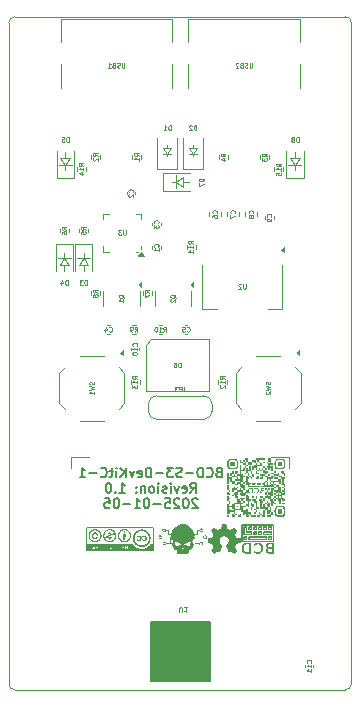
<source format=gbo>
G04 #@! TF.GenerationSoftware,KiCad,Pcbnew,8.0.8*
G04 #@! TF.CreationDate,2025-02-02T16:18:31-05:00*
G04 #@! TF.ProjectId,BCD-S3-DevKitC-1-N16R8V,4243442d-5333-42d4-9465-764b6974432d,1.0*
G04 #@! TF.SameCoordinates,Original*
G04 #@! TF.FileFunction,Legend,Bot*
G04 #@! TF.FilePolarity,Positive*
%FSLAX46Y46*%
G04 Gerber Fmt 4.6, Leading zero omitted, Abs format (unit mm)*
G04 Created by KiCad (PCBNEW 8.0.8) date 2025-02-02 16:18:31*
%MOMM*%
%LPD*%
G01*
G04 APERTURE LIST*
%ADD10C,0.152400*%
%ADD11C,0.100000*%
%ADD12C,0.000000*%
%ADD13C,0.120000*%
%ADD14C,0.010000*%
%ADD15C,0.650000*%
%ADD16O,1.000000X2.100000*%
%ADD17O,1.000000X1.600000*%
%ADD18C,0.450000*%
%ADD19C,3.500000*%
%ADD20C,1.700000*%
G04 #@! TA.AperFunction,Profile*
%ADD21C,0.050000*%
G04 #@! TD*
G04 APERTURE END LIST*
D10*
X142900000Y-109486400D02*
X147900000Y-109486400D01*
X147900000Y-114486400D01*
X142900000Y-114486400D01*
X142900000Y-109486400D01*
G36*
X142900000Y-109486400D02*
G01*
X147900000Y-109486400D01*
X147900000Y-114486400D01*
X142900000Y-114486400D01*
X142900000Y-109486400D01*
G37*
X148664287Y-96762352D02*
X148548173Y-96801057D01*
X148548173Y-96801057D02*
X148509468Y-96839761D01*
X148509468Y-96839761D02*
X148470764Y-96917171D01*
X148470764Y-96917171D02*
X148470764Y-97033285D01*
X148470764Y-97033285D02*
X148509468Y-97110695D01*
X148509468Y-97110695D02*
X148548173Y-97149400D01*
X148548173Y-97149400D02*
X148625583Y-97188104D01*
X148625583Y-97188104D02*
X148935221Y-97188104D01*
X148935221Y-97188104D02*
X148935221Y-96375304D01*
X148935221Y-96375304D02*
X148664287Y-96375304D01*
X148664287Y-96375304D02*
X148586878Y-96414009D01*
X148586878Y-96414009D02*
X148548173Y-96452714D01*
X148548173Y-96452714D02*
X148509468Y-96530123D01*
X148509468Y-96530123D02*
X148509468Y-96607533D01*
X148509468Y-96607533D02*
X148548173Y-96684942D01*
X148548173Y-96684942D02*
X148586878Y-96723647D01*
X148586878Y-96723647D02*
X148664287Y-96762352D01*
X148664287Y-96762352D02*
X148935221Y-96762352D01*
X147657964Y-97110695D02*
X147696668Y-97149400D01*
X147696668Y-97149400D02*
X147812783Y-97188104D01*
X147812783Y-97188104D02*
X147890192Y-97188104D01*
X147890192Y-97188104D02*
X148006306Y-97149400D01*
X148006306Y-97149400D02*
X148083716Y-97071990D01*
X148083716Y-97071990D02*
X148122421Y-96994580D01*
X148122421Y-96994580D02*
X148161125Y-96839761D01*
X148161125Y-96839761D02*
X148161125Y-96723647D01*
X148161125Y-96723647D02*
X148122421Y-96568828D01*
X148122421Y-96568828D02*
X148083716Y-96491419D01*
X148083716Y-96491419D02*
X148006306Y-96414009D01*
X148006306Y-96414009D02*
X147890192Y-96375304D01*
X147890192Y-96375304D02*
X147812783Y-96375304D01*
X147812783Y-96375304D02*
X147696668Y-96414009D01*
X147696668Y-96414009D02*
X147657964Y-96452714D01*
X147309621Y-97188104D02*
X147309621Y-96375304D01*
X147309621Y-96375304D02*
X147116097Y-96375304D01*
X147116097Y-96375304D02*
X146999983Y-96414009D01*
X146999983Y-96414009D02*
X146922573Y-96491419D01*
X146922573Y-96491419D02*
X146883868Y-96568828D01*
X146883868Y-96568828D02*
X146845164Y-96723647D01*
X146845164Y-96723647D02*
X146845164Y-96839761D01*
X146845164Y-96839761D02*
X146883868Y-96994580D01*
X146883868Y-96994580D02*
X146922573Y-97071990D01*
X146922573Y-97071990D02*
X146999983Y-97149400D01*
X146999983Y-97149400D02*
X147116097Y-97188104D01*
X147116097Y-97188104D02*
X147309621Y-97188104D01*
X146496821Y-96878466D02*
X145877545Y-96878466D01*
X145529201Y-97149400D02*
X145413087Y-97188104D01*
X145413087Y-97188104D02*
X145219563Y-97188104D01*
X145219563Y-97188104D02*
X145142154Y-97149400D01*
X145142154Y-97149400D02*
X145103449Y-97110695D01*
X145103449Y-97110695D02*
X145064744Y-97033285D01*
X145064744Y-97033285D02*
X145064744Y-96955876D01*
X145064744Y-96955876D02*
X145103449Y-96878466D01*
X145103449Y-96878466D02*
X145142154Y-96839761D01*
X145142154Y-96839761D02*
X145219563Y-96801057D01*
X145219563Y-96801057D02*
X145374382Y-96762352D01*
X145374382Y-96762352D02*
X145451792Y-96723647D01*
X145451792Y-96723647D02*
X145490497Y-96684942D01*
X145490497Y-96684942D02*
X145529201Y-96607533D01*
X145529201Y-96607533D02*
X145529201Y-96530123D01*
X145529201Y-96530123D02*
X145490497Y-96452714D01*
X145490497Y-96452714D02*
X145451792Y-96414009D01*
X145451792Y-96414009D02*
X145374382Y-96375304D01*
X145374382Y-96375304D02*
X145180859Y-96375304D01*
X145180859Y-96375304D02*
X145064744Y-96414009D01*
X144793811Y-96375304D02*
X144290649Y-96375304D01*
X144290649Y-96375304D02*
X144561583Y-96684942D01*
X144561583Y-96684942D02*
X144445468Y-96684942D01*
X144445468Y-96684942D02*
X144368059Y-96723647D01*
X144368059Y-96723647D02*
X144329354Y-96762352D01*
X144329354Y-96762352D02*
X144290649Y-96839761D01*
X144290649Y-96839761D02*
X144290649Y-97033285D01*
X144290649Y-97033285D02*
X144329354Y-97110695D01*
X144329354Y-97110695D02*
X144368059Y-97149400D01*
X144368059Y-97149400D02*
X144445468Y-97188104D01*
X144445468Y-97188104D02*
X144677697Y-97188104D01*
X144677697Y-97188104D02*
X144755106Y-97149400D01*
X144755106Y-97149400D02*
X144793811Y-97110695D01*
X143942307Y-96878466D02*
X143323031Y-96878466D01*
X142935983Y-97188104D02*
X142935983Y-96375304D01*
X142935983Y-96375304D02*
X142742459Y-96375304D01*
X142742459Y-96375304D02*
X142626345Y-96414009D01*
X142626345Y-96414009D02*
X142548935Y-96491419D01*
X142548935Y-96491419D02*
X142510230Y-96568828D01*
X142510230Y-96568828D02*
X142471526Y-96723647D01*
X142471526Y-96723647D02*
X142471526Y-96839761D01*
X142471526Y-96839761D02*
X142510230Y-96994580D01*
X142510230Y-96994580D02*
X142548935Y-97071990D01*
X142548935Y-97071990D02*
X142626345Y-97149400D01*
X142626345Y-97149400D02*
X142742459Y-97188104D01*
X142742459Y-97188104D02*
X142935983Y-97188104D01*
X141813545Y-97149400D02*
X141890954Y-97188104D01*
X141890954Y-97188104D02*
X142045773Y-97188104D01*
X142045773Y-97188104D02*
X142123183Y-97149400D01*
X142123183Y-97149400D02*
X142161887Y-97071990D01*
X142161887Y-97071990D02*
X142161887Y-96762352D01*
X142161887Y-96762352D02*
X142123183Y-96684942D01*
X142123183Y-96684942D02*
X142045773Y-96646238D01*
X142045773Y-96646238D02*
X141890954Y-96646238D01*
X141890954Y-96646238D02*
X141813545Y-96684942D01*
X141813545Y-96684942D02*
X141774840Y-96762352D01*
X141774840Y-96762352D02*
X141774840Y-96839761D01*
X141774840Y-96839761D02*
X142161887Y-96917171D01*
X141503906Y-96646238D02*
X141310382Y-97188104D01*
X141310382Y-97188104D02*
X141116859Y-96646238D01*
X140807221Y-97188104D02*
X140807221Y-96375304D01*
X140342764Y-97188104D02*
X140691106Y-96723647D01*
X140342764Y-96375304D02*
X140807221Y-96839761D01*
X139994421Y-97188104D02*
X139994421Y-96646238D01*
X139994421Y-96375304D02*
X140033125Y-96414009D01*
X140033125Y-96414009D02*
X139994421Y-96452714D01*
X139994421Y-96452714D02*
X139955716Y-96414009D01*
X139955716Y-96414009D02*
X139994421Y-96375304D01*
X139994421Y-96375304D02*
X139994421Y-96452714D01*
X139723487Y-96646238D02*
X139413849Y-96646238D01*
X139607373Y-96375304D02*
X139607373Y-97071990D01*
X139607373Y-97071990D02*
X139568668Y-97149400D01*
X139568668Y-97149400D02*
X139491258Y-97188104D01*
X139491258Y-97188104D02*
X139413849Y-97188104D01*
X138678459Y-97110695D02*
X138717163Y-97149400D01*
X138717163Y-97149400D02*
X138833278Y-97188104D01*
X138833278Y-97188104D02*
X138910687Y-97188104D01*
X138910687Y-97188104D02*
X139026801Y-97149400D01*
X139026801Y-97149400D02*
X139104211Y-97071990D01*
X139104211Y-97071990D02*
X139142916Y-96994580D01*
X139142916Y-96994580D02*
X139181620Y-96839761D01*
X139181620Y-96839761D02*
X139181620Y-96723647D01*
X139181620Y-96723647D02*
X139142916Y-96568828D01*
X139142916Y-96568828D02*
X139104211Y-96491419D01*
X139104211Y-96491419D02*
X139026801Y-96414009D01*
X139026801Y-96414009D02*
X138910687Y-96375304D01*
X138910687Y-96375304D02*
X138833278Y-96375304D01*
X138833278Y-96375304D02*
X138717163Y-96414009D01*
X138717163Y-96414009D02*
X138678459Y-96452714D01*
X138330116Y-96878466D02*
X137710840Y-96878466D01*
X136898039Y-97188104D02*
X137362496Y-97188104D01*
X137130268Y-97188104D02*
X137130268Y-96375304D01*
X137130268Y-96375304D02*
X137207677Y-96491419D01*
X137207677Y-96491419D02*
X137285087Y-96568828D01*
X137285087Y-96568828D02*
X137362496Y-96607533D01*
X146264592Y-98496666D02*
X146535525Y-98109619D01*
X146729049Y-98496666D02*
X146729049Y-97683866D01*
X146729049Y-97683866D02*
X146419411Y-97683866D01*
X146419411Y-97683866D02*
X146342001Y-97722571D01*
X146342001Y-97722571D02*
X146303296Y-97761276D01*
X146303296Y-97761276D02*
X146264592Y-97838685D01*
X146264592Y-97838685D02*
X146264592Y-97954800D01*
X146264592Y-97954800D02*
X146303296Y-98032209D01*
X146303296Y-98032209D02*
X146342001Y-98070914D01*
X146342001Y-98070914D02*
X146419411Y-98109619D01*
X146419411Y-98109619D02*
X146729049Y-98109619D01*
X145606611Y-98457962D02*
X145684020Y-98496666D01*
X145684020Y-98496666D02*
X145838839Y-98496666D01*
X145838839Y-98496666D02*
X145916249Y-98457962D01*
X145916249Y-98457962D02*
X145954953Y-98380552D01*
X145954953Y-98380552D02*
X145954953Y-98070914D01*
X145954953Y-98070914D02*
X145916249Y-97993504D01*
X145916249Y-97993504D02*
X145838839Y-97954800D01*
X145838839Y-97954800D02*
X145684020Y-97954800D01*
X145684020Y-97954800D02*
X145606611Y-97993504D01*
X145606611Y-97993504D02*
X145567906Y-98070914D01*
X145567906Y-98070914D02*
X145567906Y-98148323D01*
X145567906Y-98148323D02*
X145954953Y-98225733D01*
X145296972Y-97954800D02*
X145103448Y-98496666D01*
X145103448Y-98496666D02*
X144909925Y-97954800D01*
X144600287Y-98496666D02*
X144600287Y-97954800D01*
X144600287Y-97683866D02*
X144638991Y-97722571D01*
X144638991Y-97722571D02*
X144600287Y-97761276D01*
X144600287Y-97761276D02*
X144561582Y-97722571D01*
X144561582Y-97722571D02*
X144600287Y-97683866D01*
X144600287Y-97683866D02*
X144600287Y-97761276D01*
X144251943Y-98457962D02*
X144174534Y-98496666D01*
X144174534Y-98496666D02*
X144019715Y-98496666D01*
X144019715Y-98496666D02*
X143942305Y-98457962D01*
X143942305Y-98457962D02*
X143903601Y-98380552D01*
X143903601Y-98380552D02*
X143903601Y-98341847D01*
X143903601Y-98341847D02*
X143942305Y-98264438D01*
X143942305Y-98264438D02*
X144019715Y-98225733D01*
X144019715Y-98225733D02*
X144135829Y-98225733D01*
X144135829Y-98225733D02*
X144213239Y-98187028D01*
X144213239Y-98187028D02*
X144251943Y-98109619D01*
X144251943Y-98109619D02*
X144251943Y-98070914D01*
X144251943Y-98070914D02*
X144213239Y-97993504D01*
X144213239Y-97993504D02*
X144135829Y-97954800D01*
X144135829Y-97954800D02*
X144019715Y-97954800D01*
X144019715Y-97954800D02*
X143942305Y-97993504D01*
X143555258Y-98496666D02*
X143555258Y-97954800D01*
X143555258Y-97683866D02*
X143593962Y-97722571D01*
X143593962Y-97722571D02*
X143555258Y-97761276D01*
X143555258Y-97761276D02*
X143516553Y-97722571D01*
X143516553Y-97722571D02*
X143555258Y-97683866D01*
X143555258Y-97683866D02*
X143555258Y-97761276D01*
X143052095Y-98496666D02*
X143129505Y-98457962D01*
X143129505Y-98457962D02*
X143168210Y-98419257D01*
X143168210Y-98419257D02*
X143206914Y-98341847D01*
X143206914Y-98341847D02*
X143206914Y-98109619D01*
X143206914Y-98109619D02*
X143168210Y-98032209D01*
X143168210Y-98032209D02*
X143129505Y-97993504D01*
X143129505Y-97993504D02*
X143052095Y-97954800D01*
X143052095Y-97954800D02*
X142935981Y-97954800D01*
X142935981Y-97954800D02*
X142858572Y-97993504D01*
X142858572Y-97993504D02*
X142819867Y-98032209D01*
X142819867Y-98032209D02*
X142781162Y-98109619D01*
X142781162Y-98109619D02*
X142781162Y-98341847D01*
X142781162Y-98341847D02*
X142819867Y-98419257D01*
X142819867Y-98419257D02*
X142858572Y-98457962D01*
X142858572Y-98457962D02*
X142935981Y-98496666D01*
X142935981Y-98496666D02*
X143052095Y-98496666D01*
X142432820Y-97954800D02*
X142432820Y-98496666D01*
X142432820Y-98032209D02*
X142394115Y-97993504D01*
X142394115Y-97993504D02*
X142316705Y-97954800D01*
X142316705Y-97954800D02*
X142200591Y-97954800D01*
X142200591Y-97954800D02*
X142123182Y-97993504D01*
X142123182Y-97993504D02*
X142084477Y-98070914D01*
X142084477Y-98070914D02*
X142084477Y-98496666D01*
X141697430Y-98419257D02*
X141658725Y-98457962D01*
X141658725Y-98457962D02*
X141697430Y-98496666D01*
X141697430Y-98496666D02*
X141736134Y-98457962D01*
X141736134Y-98457962D02*
X141697430Y-98419257D01*
X141697430Y-98419257D02*
X141697430Y-98496666D01*
X141697430Y-97993504D02*
X141658725Y-98032209D01*
X141658725Y-98032209D02*
X141697430Y-98070914D01*
X141697430Y-98070914D02*
X141736134Y-98032209D01*
X141736134Y-98032209D02*
X141697430Y-97993504D01*
X141697430Y-97993504D02*
X141697430Y-98070914D01*
X140265353Y-98496666D02*
X140729810Y-98496666D01*
X140497582Y-98496666D02*
X140497582Y-97683866D01*
X140497582Y-97683866D02*
X140574991Y-97799981D01*
X140574991Y-97799981D02*
X140652401Y-97877390D01*
X140652401Y-97877390D02*
X140729810Y-97916095D01*
X139917011Y-98419257D02*
X139878306Y-98457962D01*
X139878306Y-98457962D02*
X139917011Y-98496666D01*
X139917011Y-98496666D02*
X139955715Y-98457962D01*
X139955715Y-98457962D02*
X139917011Y-98419257D01*
X139917011Y-98419257D02*
X139917011Y-98496666D01*
X139375144Y-97683866D02*
X139297734Y-97683866D01*
X139297734Y-97683866D02*
X139220325Y-97722571D01*
X139220325Y-97722571D02*
X139181620Y-97761276D01*
X139181620Y-97761276D02*
X139142915Y-97838685D01*
X139142915Y-97838685D02*
X139104210Y-97993504D01*
X139104210Y-97993504D02*
X139104210Y-98187028D01*
X139104210Y-98187028D02*
X139142915Y-98341847D01*
X139142915Y-98341847D02*
X139181620Y-98419257D01*
X139181620Y-98419257D02*
X139220325Y-98457962D01*
X139220325Y-98457962D02*
X139297734Y-98496666D01*
X139297734Y-98496666D02*
X139375144Y-98496666D01*
X139375144Y-98496666D02*
X139452553Y-98457962D01*
X139452553Y-98457962D02*
X139491258Y-98419257D01*
X139491258Y-98419257D02*
X139529963Y-98341847D01*
X139529963Y-98341847D02*
X139568667Y-98187028D01*
X139568667Y-98187028D02*
X139568667Y-97993504D01*
X139568667Y-97993504D02*
X139529963Y-97838685D01*
X139529963Y-97838685D02*
X139491258Y-97761276D01*
X139491258Y-97761276D02*
X139452553Y-97722571D01*
X139452553Y-97722571D02*
X139375144Y-97683866D01*
X146883867Y-99069838D02*
X146845163Y-99031133D01*
X146845163Y-99031133D02*
X146767753Y-98992428D01*
X146767753Y-98992428D02*
X146574229Y-98992428D01*
X146574229Y-98992428D02*
X146496820Y-99031133D01*
X146496820Y-99031133D02*
X146458115Y-99069838D01*
X146458115Y-99069838D02*
X146419410Y-99147247D01*
X146419410Y-99147247D02*
X146419410Y-99224657D01*
X146419410Y-99224657D02*
X146458115Y-99340771D01*
X146458115Y-99340771D02*
X146922572Y-99805228D01*
X146922572Y-99805228D02*
X146419410Y-99805228D01*
X145916249Y-98992428D02*
X145838839Y-98992428D01*
X145838839Y-98992428D02*
X145761430Y-99031133D01*
X145761430Y-99031133D02*
X145722725Y-99069838D01*
X145722725Y-99069838D02*
X145684020Y-99147247D01*
X145684020Y-99147247D02*
X145645315Y-99302066D01*
X145645315Y-99302066D02*
X145645315Y-99495590D01*
X145645315Y-99495590D02*
X145684020Y-99650409D01*
X145684020Y-99650409D02*
X145722725Y-99727819D01*
X145722725Y-99727819D02*
X145761430Y-99766524D01*
X145761430Y-99766524D02*
X145838839Y-99805228D01*
X145838839Y-99805228D02*
X145916249Y-99805228D01*
X145916249Y-99805228D02*
X145993658Y-99766524D01*
X145993658Y-99766524D02*
X146032363Y-99727819D01*
X146032363Y-99727819D02*
X146071068Y-99650409D01*
X146071068Y-99650409D02*
X146109772Y-99495590D01*
X146109772Y-99495590D02*
X146109772Y-99302066D01*
X146109772Y-99302066D02*
X146071068Y-99147247D01*
X146071068Y-99147247D02*
X146032363Y-99069838D01*
X146032363Y-99069838D02*
X145993658Y-99031133D01*
X145993658Y-99031133D02*
X145916249Y-98992428D01*
X145335677Y-99069838D02*
X145296973Y-99031133D01*
X145296973Y-99031133D02*
X145219563Y-98992428D01*
X145219563Y-98992428D02*
X145026039Y-98992428D01*
X145026039Y-98992428D02*
X144948630Y-99031133D01*
X144948630Y-99031133D02*
X144909925Y-99069838D01*
X144909925Y-99069838D02*
X144871220Y-99147247D01*
X144871220Y-99147247D02*
X144871220Y-99224657D01*
X144871220Y-99224657D02*
X144909925Y-99340771D01*
X144909925Y-99340771D02*
X145374382Y-99805228D01*
X145374382Y-99805228D02*
X144871220Y-99805228D01*
X144135830Y-98992428D02*
X144522878Y-98992428D01*
X144522878Y-98992428D02*
X144561582Y-99379476D01*
X144561582Y-99379476D02*
X144522878Y-99340771D01*
X144522878Y-99340771D02*
X144445468Y-99302066D01*
X144445468Y-99302066D02*
X144251944Y-99302066D01*
X144251944Y-99302066D02*
X144174535Y-99340771D01*
X144174535Y-99340771D02*
X144135830Y-99379476D01*
X144135830Y-99379476D02*
X144097125Y-99456885D01*
X144097125Y-99456885D02*
X144097125Y-99650409D01*
X144097125Y-99650409D02*
X144135830Y-99727819D01*
X144135830Y-99727819D02*
X144174535Y-99766524D01*
X144174535Y-99766524D02*
X144251944Y-99805228D01*
X144251944Y-99805228D02*
X144445468Y-99805228D01*
X144445468Y-99805228D02*
X144522878Y-99766524D01*
X144522878Y-99766524D02*
X144561582Y-99727819D01*
X143748783Y-99495590D02*
X143129507Y-99495590D01*
X142587640Y-98992428D02*
X142510230Y-98992428D01*
X142510230Y-98992428D02*
X142432821Y-99031133D01*
X142432821Y-99031133D02*
X142394116Y-99069838D01*
X142394116Y-99069838D02*
X142355411Y-99147247D01*
X142355411Y-99147247D02*
X142316706Y-99302066D01*
X142316706Y-99302066D02*
X142316706Y-99495590D01*
X142316706Y-99495590D02*
X142355411Y-99650409D01*
X142355411Y-99650409D02*
X142394116Y-99727819D01*
X142394116Y-99727819D02*
X142432821Y-99766524D01*
X142432821Y-99766524D02*
X142510230Y-99805228D01*
X142510230Y-99805228D02*
X142587640Y-99805228D01*
X142587640Y-99805228D02*
X142665049Y-99766524D01*
X142665049Y-99766524D02*
X142703754Y-99727819D01*
X142703754Y-99727819D02*
X142742459Y-99650409D01*
X142742459Y-99650409D02*
X142781163Y-99495590D01*
X142781163Y-99495590D02*
X142781163Y-99302066D01*
X142781163Y-99302066D02*
X142742459Y-99147247D01*
X142742459Y-99147247D02*
X142703754Y-99069838D01*
X142703754Y-99069838D02*
X142665049Y-99031133D01*
X142665049Y-99031133D02*
X142587640Y-98992428D01*
X141542611Y-99805228D02*
X142007068Y-99805228D01*
X141774840Y-99805228D02*
X141774840Y-98992428D01*
X141774840Y-98992428D02*
X141852249Y-99108543D01*
X141852249Y-99108543D02*
X141929659Y-99185952D01*
X141929659Y-99185952D02*
X142007068Y-99224657D01*
X141194269Y-99495590D02*
X140574993Y-99495590D01*
X140033126Y-98992428D02*
X139955716Y-98992428D01*
X139955716Y-98992428D02*
X139878307Y-99031133D01*
X139878307Y-99031133D02*
X139839602Y-99069838D01*
X139839602Y-99069838D02*
X139800897Y-99147247D01*
X139800897Y-99147247D02*
X139762192Y-99302066D01*
X139762192Y-99302066D02*
X139762192Y-99495590D01*
X139762192Y-99495590D02*
X139800897Y-99650409D01*
X139800897Y-99650409D02*
X139839602Y-99727819D01*
X139839602Y-99727819D02*
X139878307Y-99766524D01*
X139878307Y-99766524D02*
X139955716Y-99805228D01*
X139955716Y-99805228D02*
X140033126Y-99805228D01*
X140033126Y-99805228D02*
X140110535Y-99766524D01*
X140110535Y-99766524D02*
X140149240Y-99727819D01*
X140149240Y-99727819D02*
X140187945Y-99650409D01*
X140187945Y-99650409D02*
X140226649Y-99495590D01*
X140226649Y-99495590D02*
X140226649Y-99302066D01*
X140226649Y-99302066D02*
X140187945Y-99147247D01*
X140187945Y-99147247D02*
X140149240Y-99069838D01*
X140149240Y-99069838D02*
X140110535Y-99031133D01*
X140110535Y-99031133D02*
X140033126Y-98992428D01*
X139026802Y-98992428D02*
X139413850Y-98992428D01*
X139413850Y-98992428D02*
X139452554Y-99379476D01*
X139452554Y-99379476D02*
X139413850Y-99340771D01*
X139413850Y-99340771D02*
X139336440Y-99302066D01*
X139336440Y-99302066D02*
X139142916Y-99302066D01*
X139142916Y-99302066D02*
X139065507Y-99340771D01*
X139065507Y-99340771D02*
X139026802Y-99379476D01*
X139026802Y-99379476D02*
X138988097Y-99456885D01*
X138988097Y-99456885D02*
X138988097Y-99650409D01*
X138988097Y-99650409D02*
X139026802Y-99727819D01*
X139026802Y-99727819D02*
X139065507Y-99766524D01*
X139065507Y-99766524D02*
X139142916Y-99805228D01*
X139142916Y-99805228D02*
X139336440Y-99805228D01*
X139336440Y-99805228D02*
X139413850Y-99766524D01*
X139413850Y-99766524D02*
X139452554Y-99727819D01*
D11*
X150010352Y-74855783D02*
X150029400Y-74836735D01*
X150029400Y-74836735D02*
X150048447Y-74779593D01*
X150048447Y-74779593D02*
X150048447Y-74741497D01*
X150048447Y-74741497D02*
X150029400Y-74684354D01*
X150029400Y-74684354D02*
X149991304Y-74646259D01*
X149991304Y-74646259D02*
X149953209Y-74627212D01*
X149953209Y-74627212D02*
X149877019Y-74608164D01*
X149877019Y-74608164D02*
X149819876Y-74608164D01*
X149819876Y-74608164D02*
X149743685Y-74627212D01*
X149743685Y-74627212D02*
X149705590Y-74646259D01*
X149705590Y-74646259D02*
X149667495Y-74684354D01*
X149667495Y-74684354D02*
X149648447Y-74741497D01*
X149648447Y-74741497D02*
X149648447Y-74779593D01*
X149648447Y-74779593D02*
X149667495Y-74836735D01*
X149667495Y-74836735D02*
X149686542Y-74855783D01*
X149648447Y-74989116D02*
X149648447Y-75255783D01*
X149648447Y-75255783D02*
X150048447Y-75084354D01*
X141765547Y-88863307D02*
X141575071Y-88729974D01*
X141765547Y-88634736D02*
X141365547Y-88634736D01*
X141365547Y-88634736D02*
X141365547Y-88787117D01*
X141365547Y-88787117D02*
X141384595Y-88825212D01*
X141384595Y-88825212D02*
X141403642Y-88844259D01*
X141403642Y-88844259D02*
X141441738Y-88863307D01*
X141441738Y-88863307D02*
X141498880Y-88863307D01*
X141498880Y-88863307D02*
X141536976Y-88844259D01*
X141536976Y-88844259D02*
X141556023Y-88825212D01*
X141556023Y-88825212D02*
X141575071Y-88787117D01*
X141575071Y-88787117D02*
X141575071Y-88634736D01*
X141765547Y-89244259D02*
X141765547Y-89015688D01*
X141765547Y-89129974D02*
X141365547Y-89129974D01*
X141365547Y-89129974D02*
X141422690Y-89091878D01*
X141422690Y-89091878D02*
X141460785Y-89053783D01*
X141460785Y-89053783D02*
X141479833Y-89015688D01*
X141365547Y-89377592D02*
X141365547Y-89625211D01*
X141365547Y-89625211D02*
X141517928Y-89491878D01*
X141517928Y-89491878D02*
X141517928Y-89549021D01*
X141517928Y-89549021D02*
X141536976Y-89587116D01*
X141536976Y-89587116D02*
X141556023Y-89606164D01*
X141556023Y-89606164D02*
X141594119Y-89625211D01*
X141594119Y-89625211D02*
X141689357Y-89625211D01*
X141689357Y-89625211D02*
X141727452Y-89606164D01*
X141727452Y-89606164D02*
X141746500Y-89587116D01*
X141746500Y-89587116D02*
X141765547Y-89549021D01*
X141765547Y-89549021D02*
X141765547Y-89434735D01*
X141765547Y-89434735D02*
X141746500Y-89396640D01*
X141746500Y-89396640D02*
X141727452Y-89377592D01*
X139395266Y-84838202D02*
X139414314Y-84857250D01*
X139414314Y-84857250D02*
X139471456Y-84876297D01*
X139471456Y-84876297D02*
X139509552Y-84876297D01*
X139509552Y-84876297D02*
X139566695Y-84857250D01*
X139566695Y-84857250D02*
X139604790Y-84819154D01*
X139604790Y-84819154D02*
X139623837Y-84781059D01*
X139623837Y-84781059D02*
X139642885Y-84704869D01*
X139642885Y-84704869D02*
X139642885Y-84647726D01*
X139642885Y-84647726D02*
X139623837Y-84571535D01*
X139623837Y-84571535D02*
X139604790Y-84533440D01*
X139604790Y-84533440D02*
X139566695Y-84495345D01*
X139566695Y-84495345D02*
X139509552Y-84476297D01*
X139509552Y-84476297D02*
X139471456Y-84476297D01*
X139471456Y-84476297D02*
X139414314Y-84495345D01*
X139414314Y-84495345D02*
X139395266Y-84514392D01*
X139052409Y-84609630D02*
X139052409Y-84876297D01*
X139147647Y-84457250D02*
X139242885Y-84742964D01*
X139242885Y-84742964D02*
X138995266Y-84742964D01*
X138423180Y-70006233D02*
X138232704Y-69872900D01*
X138423180Y-69777662D02*
X138023180Y-69777662D01*
X138023180Y-69777662D02*
X138023180Y-69930043D01*
X138023180Y-69930043D02*
X138042228Y-69968138D01*
X138042228Y-69968138D02*
X138061275Y-69987185D01*
X138061275Y-69987185D02*
X138099371Y-70006233D01*
X138099371Y-70006233D02*
X138156513Y-70006233D01*
X138156513Y-70006233D02*
X138194609Y-69987185D01*
X138194609Y-69987185D02*
X138213656Y-69968138D01*
X138213656Y-69968138D02*
X138232704Y-69930043D01*
X138232704Y-69930043D02*
X138232704Y-69777662D01*
X138061275Y-70158614D02*
X138042228Y-70177662D01*
X138042228Y-70177662D02*
X138023180Y-70215757D01*
X138023180Y-70215757D02*
X138023180Y-70310995D01*
X138023180Y-70310995D02*
X138042228Y-70349090D01*
X138042228Y-70349090D02*
X138061275Y-70368138D01*
X138061275Y-70368138D02*
X138099371Y-70387185D01*
X138099371Y-70387185D02*
X138137466Y-70387185D01*
X138137466Y-70387185D02*
X138194609Y-70368138D01*
X138194609Y-70368138D02*
X138423180Y-70139566D01*
X138423180Y-70139566D02*
X138423180Y-70387185D01*
X153025800Y-89116667D02*
X153044847Y-89173810D01*
X153044847Y-89173810D02*
X153044847Y-89269048D01*
X153044847Y-89269048D02*
X153025800Y-89307143D01*
X153025800Y-89307143D02*
X153006752Y-89326191D01*
X153006752Y-89326191D02*
X152968657Y-89345238D01*
X152968657Y-89345238D02*
X152930561Y-89345238D01*
X152930561Y-89345238D02*
X152892466Y-89326191D01*
X152892466Y-89326191D02*
X152873419Y-89307143D01*
X152873419Y-89307143D02*
X152854371Y-89269048D01*
X152854371Y-89269048D02*
X152835323Y-89192857D01*
X152835323Y-89192857D02*
X152816276Y-89154762D01*
X152816276Y-89154762D02*
X152797228Y-89135715D01*
X152797228Y-89135715D02*
X152759133Y-89116667D01*
X152759133Y-89116667D02*
X152721038Y-89116667D01*
X152721038Y-89116667D02*
X152682942Y-89135715D01*
X152682942Y-89135715D02*
X152663895Y-89154762D01*
X152663895Y-89154762D02*
X152644847Y-89192857D01*
X152644847Y-89192857D02*
X152644847Y-89288096D01*
X152644847Y-89288096D02*
X152663895Y-89345238D01*
X152644847Y-89478571D02*
X153044847Y-89573809D01*
X153044847Y-89573809D02*
X152759133Y-89650000D01*
X152759133Y-89650000D02*
X153044847Y-89726190D01*
X153044847Y-89726190D02*
X152644847Y-89821429D01*
X152682942Y-89954762D02*
X152663895Y-89973810D01*
X152663895Y-89973810D02*
X152644847Y-90011905D01*
X152644847Y-90011905D02*
X152644847Y-90107143D01*
X152644847Y-90107143D02*
X152663895Y-90145238D01*
X152663895Y-90145238D02*
X152682942Y-90164286D01*
X152682942Y-90164286D02*
X152721038Y-90183333D01*
X152721038Y-90183333D02*
X152759133Y-90183333D01*
X152759133Y-90183333D02*
X152816276Y-90164286D01*
X152816276Y-90164286D02*
X153044847Y-89935714D01*
X153044847Y-89935714D02*
X153044847Y-90183333D01*
X143542585Y-77666183D02*
X143561633Y-77647135D01*
X143561633Y-77647135D02*
X143580680Y-77589993D01*
X143580680Y-77589993D02*
X143580680Y-77551897D01*
X143580680Y-77551897D02*
X143561633Y-77494754D01*
X143561633Y-77494754D02*
X143523537Y-77456659D01*
X143523537Y-77456659D02*
X143485442Y-77437612D01*
X143485442Y-77437612D02*
X143409252Y-77418564D01*
X143409252Y-77418564D02*
X143352109Y-77418564D01*
X143352109Y-77418564D02*
X143275918Y-77437612D01*
X143275918Y-77437612D02*
X143237823Y-77456659D01*
X143237823Y-77456659D02*
X143199728Y-77494754D01*
X143199728Y-77494754D02*
X143180680Y-77551897D01*
X143180680Y-77551897D02*
X143180680Y-77589993D01*
X143180680Y-77589993D02*
X143199728Y-77647135D01*
X143199728Y-77647135D02*
X143218775Y-77666183D01*
X143580680Y-78047135D02*
X143580680Y-77818564D01*
X143580680Y-77932850D02*
X143180680Y-77932850D01*
X143180680Y-77932850D02*
X143237823Y-77894754D01*
X143237823Y-77894754D02*
X143275918Y-77856659D01*
X143275918Y-77856659D02*
X143294966Y-77818564D01*
X141923180Y-70006233D02*
X141732704Y-69872900D01*
X141923180Y-69777662D02*
X141523180Y-69777662D01*
X141523180Y-69777662D02*
X141523180Y-69930043D01*
X141523180Y-69930043D02*
X141542228Y-69968138D01*
X141542228Y-69968138D02*
X141561275Y-69987185D01*
X141561275Y-69987185D02*
X141599371Y-70006233D01*
X141599371Y-70006233D02*
X141656513Y-70006233D01*
X141656513Y-70006233D02*
X141694609Y-69987185D01*
X141694609Y-69987185D02*
X141713656Y-69968138D01*
X141713656Y-69968138D02*
X141732704Y-69930043D01*
X141732704Y-69930043D02*
X141732704Y-69777662D01*
X141923180Y-70387185D02*
X141923180Y-70158614D01*
X141923180Y-70272900D02*
X141523180Y-70272900D01*
X141523180Y-70272900D02*
X141580323Y-70234804D01*
X141580323Y-70234804D02*
X141618418Y-70196709D01*
X141618418Y-70196709D02*
X141637466Y-70158614D01*
X135968570Y-68801997D02*
X135968570Y-68401997D01*
X135968570Y-68401997D02*
X135873332Y-68401997D01*
X135873332Y-68401997D02*
X135816189Y-68421045D01*
X135816189Y-68421045D02*
X135778094Y-68459140D01*
X135778094Y-68459140D02*
X135759047Y-68497235D01*
X135759047Y-68497235D02*
X135739999Y-68573426D01*
X135739999Y-68573426D02*
X135739999Y-68630569D01*
X135739999Y-68630569D02*
X135759047Y-68706759D01*
X135759047Y-68706759D02*
X135778094Y-68744854D01*
X135778094Y-68744854D02*
X135816189Y-68782950D01*
X135816189Y-68782950D02*
X135873332Y-68801997D01*
X135873332Y-68801997D02*
X135968570Y-68801997D01*
X135378094Y-68401997D02*
X135568570Y-68401997D01*
X135568570Y-68401997D02*
X135587618Y-68592473D01*
X135587618Y-68592473D02*
X135568570Y-68573426D01*
X135568570Y-68573426D02*
X135530475Y-68554378D01*
X135530475Y-68554378D02*
X135435237Y-68554378D01*
X135435237Y-68554378D02*
X135397142Y-68573426D01*
X135397142Y-68573426D02*
X135378094Y-68592473D01*
X135378094Y-68592473D02*
X135359047Y-68630569D01*
X135359047Y-68630569D02*
X135359047Y-68725807D01*
X135359047Y-68725807D02*
X135378094Y-68763902D01*
X135378094Y-68763902D02*
X135397142Y-68782950D01*
X135397142Y-68782950D02*
X135435237Y-68801997D01*
X135435237Y-68801997D02*
X135530475Y-68801997D01*
X135530475Y-68801997D02*
X135568570Y-68782950D01*
X135568570Y-68782950D02*
X135587618Y-68763902D01*
X142788947Y-81558283D02*
X142598471Y-81424950D01*
X142788947Y-81329712D02*
X142388947Y-81329712D01*
X142388947Y-81329712D02*
X142388947Y-81482093D01*
X142388947Y-81482093D02*
X142407995Y-81520188D01*
X142407995Y-81520188D02*
X142427042Y-81539235D01*
X142427042Y-81539235D02*
X142465138Y-81558283D01*
X142465138Y-81558283D02*
X142522280Y-81558283D01*
X142522280Y-81558283D02*
X142560376Y-81539235D01*
X142560376Y-81539235D02*
X142579423Y-81520188D01*
X142579423Y-81520188D02*
X142598471Y-81482093D01*
X142598471Y-81482093D02*
X142598471Y-81329712D01*
X142388947Y-81691616D02*
X142388947Y-81958283D01*
X142388947Y-81958283D02*
X142788947Y-81786854D01*
X135775447Y-76230283D02*
X135584971Y-76096950D01*
X135775447Y-76001712D02*
X135375447Y-76001712D01*
X135375447Y-76001712D02*
X135375447Y-76154093D01*
X135375447Y-76154093D02*
X135394495Y-76192188D01*
X135394495Y-76192188D02*
X135413542Y-76211235D01*
X135413542Y-76211235D02*
X135451638Y-76230283D01*
X135451638Y-76230283D02*
X135508780Y-76230283D01*
X135508780Y-76230283D02*
X135546876Y-76211235D01*
X135546876Y-76211235D02*
X135565923Y-76192188D01*
X135565923Y-76192188D02*
X135584971Y-76154093D01*
X135584971Y-76154093D02*
X135584971Y-76001712D01*
X135375447Y-76573140D02*
X135375447Y-76496950D01*
X135375447Y-76496950D02*
X135394495Y-76458854D01*
X135394495Y-76458854D02*
X135413542Y-76439807D01*
X135413542Y-76439807D02*
X135470685Y-76401712D01*
X135470685Y-76401712D02*
X135546876Y-76382664D01*
X135546876Y-76382664D02*
X135699257Y-76382664D01*
X135699257Y-76382664D02*
X135737352Y-76401712D01*
X135737352Y-76401712D02*
X135756400Y-76420759D01*
X135756400Y-76420759D02*
X135775447Y-76458854D01*
X135775447Y-76458854D02*
X135775447Y-76535045D01*
X135775447Y-76535045D02*
X135756400Y-76573140D01*
X135756400Y-76573140D02*
X135737352Y-76592188D01*
X135737352Y-76592188D02*
X135699257Y-76611235D01*
X135699257Y-76611235D02*
X135604019Y-76611235D01*
X135604019Y-76611235D02*
X135565923Y-76592188D01*
X135565923Y-76592188D02*
X135546876Y-76573140D01*
X135546876Y-76573140D02*
X135527828Y-76535045D01*
X135527828Y-76535045D02*
X135527828Y-76458854D01*
X135527828Y-76458854D02*
X135546876Y-76420759D01*
X135546876Y-76420759D02*
X135565923Y-76401712D01*
X135565923Y-76401712D02*
X135604019Y-76382664D01*
X140798094Y-76282697D02*
X140798094Y-76606507D01*
X140798094Y-76606507D02*
X140779047Y-76644602D01*
X140779047Y-76644602D02*
X140759999Y-76663650D01*
X140759999Y-76663650D02*
X140721904Y-76682697D01*
X140721904Y-76682697D02*
X140645713Y-76682697D01*
X140645713Y-76682697D02*
X140607618Y-76663650D01*
X140607618Y-76663650D02*
X140588571Y-76644602D01*
X140588571Y-76644602D02*
X140569523Y-76606507D01*
X140569523Y-76606507D02*
X140569523Y-76282697D01*
X140417142Y-76282697D02*
X140169523Y-76282697D01*
X140169523Y-76282697D02*
X140302856Y-76435078D01*
X140302856Y-76435078D02*
X140245713Y-76435078D01*
X140245713Y-76435078D02*
X140207618Y-76454126D01*
X140207618Y-76454126D02*
X140188570Y-76473173D01*
X140188570Y-76473173D02*
X140169523Y-76511269D01*
X140169523Y-76511269D02*
X140169523Y-76606507D01*
X140169523Y-76606507D02*
X140188570Y-76644602D01*
X140188570Y-76644602D02*
X140207618Y-76663650D01*
X140207618Y-76663650D02*
X140245713Y-76682697D01*
X140245713Y-76682697D02*
X140359999Y-76682697D01*
X140359999Y-76682697D02*
X140398094Y-76663650D01*
X140398094Y-76663650D02*
X140417142Y-76644602D01*
X140640292Y-82014354D02*
X140621245Y-81976259D01*
X140621245Y-81976259D02*
X140583150Y-81938164D01*
X140583150Y-81938164D02*
X140526007Y-81881021D01*
X140526007Y-81881021D02*
X140506959Y-81842926D01*
X140506959Y-81842926D02*
X140506959Y-81804830D01*
X140602197Y-81823878D02*
X140583150Y-81785783D01*
X140583150Y-81785783D02*
X140545054Y-81747688D01*
X140545054Y-81747688D02*
X140468864Y-81728640D01*
X140468864Y-81728640D02*
X140335530Y-81728640D01*
X140335530Y-81728640D02*
X140259340Y-81747688D01*
X140259340Y-81747688D02*
X140221245Y-81785783D01*
X140221245Y-81785783D02*
X140202197Y-81823878D01*
X140202197Y-81823878D02*
X140202197Y-81900069D01*
X140202197Y-81900069D02*
X140221245Y-81938164D01*
X140221245Y-81938164D02*
X140259340Y-81976259D01*
X140259340Y-81976259D02*
X140335530Y-81995307D01*
X140335530Y-81995307D02*
X140468864Y-81995307D01*
X140468864Y-81995307D02*
X140545054Y-81976259D01*
X140545054Y-81976259D02*
X140583150Y-81938164D01*
X140583150Y-81938164D02*
X140602197Y-81900069D01*
X140602197Y-81900069D02*
X140602197Y-81823878D01*
X140602197Y-82376259D02*
X140602197Y-82147688D01*
X140602197Y-82261974D02*
X140202197Y-82261974D01*
X140202197Y-82261974D02*
X140259340Y-82223878D01*
X140259340Y-82223878D02*
X140297435Y-82185783D01*
X140297435Y-82185783D02*
X140316483Y-82147688D01*
X145013792Y-82014354D02*
X144994745Y-81976259D01*
X144994745Y-81976259D02*
X144956650Y-81938164D01*
X144956650Y-81938164D02*
X144899507Y-81881021D01*
X144899507Y-81881021D02*
X144880459Y-81842926D01*
X144880459Y-81842926D02*
X144880459Y-81804830D01*
X144975697Y-81823878D02*
X144956650Y-81785783D01*
X144956650Y-81785783D02*
X144918554Y-81747688D01*
X144918554Y-81747688D02*
X144842364Y-81728640D01*
X144842364Y-81728640D02*
X144709030Y-81728640D01*
X144709030Y-81728640D02*
X144632840Y-81747688D01*
X144632840Y-81747688D02*
X144594745Y-81785783D01*
X144594745Y-81785783D02*
X144575697Y-81823878D01*
X144575697Y-81823878D02*
X144575697Y-81900069D01*
X144575697Y-81900069D02*
X144594745Y-81938164D01*
X144594745Y-81938164D02*
X144632840Y-81976259D01*
X144632840Y-81976259D02*
X144709030Y-81995307D01*
X144709030Y-81995307D02*
X144842364Y-81995307D01*
X144842364Y-81995307D02*
X144918554Y-81976259D01*
X144918554Y-81976259D02*
X144956650Y-81938164D01*
X144956650Y-81938164D02*
X144975697Y-81900069D01*
X144975697Y-81900069D02*
X144975697Y-81823878D01*
X144613792Y-82147688D02*
X144594745Y-82166736D01*
X144594745Y-82166736D02*
X144575697Y-82204831D01*
X144575697Y-82204831D02*
X144575697Y-82300069D01*
X144575697Y-82300069D02*
X144594745Y-82338164D01*
X144594745Y-82338164D02*
X144613792Y-82357212D01*
X144613792Y-82357212D02*
X144651888Y-82376259D01*
X144651888Y-82376259D02*
X144689983Y-82376259D01*
X144689983Y-82376259D02*
X144747126Y-82357212D01*
X144747126Y-82357212D02*
X144975697Y-82128640D01*
X144975697Y-82128640D02*
X144975697Y-82376259D01*
X145951266Y-84838202D02*
X145970314Y-84857250D01*
X145970314Y-84857250D02*
X146027456Y-84876297D01*
X146027456Y-84876297D02*
X146065552Y-84876297D01*
X146065552Y-84876297D02*
X146122695Y-84857250D01*
X146122695Y-84857250D02*
X146160790Y-84819154D01*
X146160790Y-84819154D02*
X146179837Y-84781059D01*
X146179837Y-84781059D02*
X146198885Y-84704869D01*
X146198885Y-84704869D02*
X146198885Y-84647726D01*
X146198885Y-84647726D02*
X146179837Y-84571535D01*
X146179837Y-84571535D02*
X146160790Y-84533440D01*
X146160790Y-84533440D02*
X146122695Y-84495345D01*
X146122695Y-84495345D02*
X146065552Y-84476297D01*
X146065552Y-84476297D02*
X146027456Y-84476297D01*
X146027456Y-84476297D02*
X145970314Y-84495345D01*
X145970314Y-84495345D02*
X145951266Y-84514392D01*
X145589361Y-84476297D02*
X145779837Y-84476297D01*
X145779837Y-84476297D02*
X145798885Y-84666773D01*
X145798885Y-84666773D02*
X145779837Y-84647726D01*
X145779837Y-84647726D02*
X145741742Y-84628678D01*
X145741742Y-84628678D02*
X145646504Y-84628678D01*
X145646504Y-84628678D02*
X145608409Y-84647726D01*
X145608409Y-84647726D02*
X145589361Y-84666773D01*
X145589361Y-84666773D02*
X145570314Y-84704869D01*
X145570314Y-84704869D02*
X145570314Y-84800107D01*
X145570314Y-84800107D02*
X145589361Y-84838202D01*
X145589361Y-84838202D02*
X145608409Y-84857250D01*
X145608409Y-84857250D02*
X145646504Y-84876297D01*
X145646504Y-84876297D02*
X145741742Y-84876297D01*
X145741742Y-84876297D02*
X145779837Y-84857250D01*
X145779837Y-84857250D02*
X145798885Y-84838202D01*
X149236513Y-70036233D02*
X149046037Y-69902900D01*
X149236513Y-69807662D02*
X148836513Y-69807662D01*
X148836513Y-69807662D02*
X148836513Y-69960043D01*
X148836513Y-69960043D02*
X148855561Y-69998138D01*
X148855561Y-69998138D02*
X148874608Y-70017185D01*
X148874608Y-70017185D02*
X148912704Y-70036233D01*
X148912704Y-70036233D02*
X148969846Y-70036233D01*
X148969846Y-70036233D02*
X149007942Y-70017185D01*
X149007942Y-70017185D02*
X149026989Y-69998138D01*
X149026989Y-69998138D02*
X149046037Y-69960043D01*
X149046037Y-69960043D02*
X149046037Y-69807662D01*
X148969846Y-70379090D02*
X149236513Y-70379090D01*
X148817466Y-70283852D02*
X149103180Y-70188614D01*
X149103180Y-70188614D02*
X149103180Y-70436233D01*
X147379846Y-71906662D02*
X146979846Y-71906662D01*
X146979846Y-71906662D02*
X146979846Y-72001900D01*
X146979846Y-72001900D02*
X146998894Y-72059043D01*
X146998894Y-72059043D02*
X147036989Y-72097138D01*
X147036989Y-72097138D02*
X147075084Y-72116185D01*
X147075084Y-72116185D02*
X147151275Y-72135233D01*
X147151275Y-72135233D02*
X147208418Y-72135233D01*
X147208418Y-72135233D02*
X147284608Y-72116185D01*
X147284608Y-72116185D02*
X147322703Y-72097138D01*
X147322703Y-72097138D02*
X147360799Y-72059043D01*
X147360799Y-72059043D02*
X147379846Y-72001900D01*
X147379846Y-72001900D02*
X147379846Y-71906662D01*
X146979846Y-72268566D02*
X146979846Y-72535233D01*
X146979846Y-72535233D02*
X147379846Y-72363804D01*
X151570352Y-74855783D02*
X151589400Y-74836735D01*
X151589400Y-74836735D02*
X151608447Y-74779593D01*
X151608447Y-74779593D02*
X151608447Y-74741497D01*
X151608447Y-74741497D02*
X151589400Y-74684354D01*
X151589400Y-74684354D02*
X151551304Y-74646259D01*
X151551304Y-74646259D02*
X151513209Y-74627212D01*
X151513209Y-74627212D02*
X151437019Y-74608164D01*
X151437019Y-74608164D02*
X151379876Y-74608164D01*
X151379876Y-74608164D02*
X151303685Y-74627212D01*
X151303685Y-74627212D02*
X151265590Y-74646259D01*
X151265590Y-74646259D02*
X151227495Y-74684354D01*
X151227495Y-74684354D02*
X151208447Y-74741497D01*
X151208447Y-74741497D02*
X151208447Y-74779593D01*
X151208447Y-74779593D02*
X151227495Y-74836735D01*
X151227495Y-74836735D02*
X151246542Y-74855783D01*
X151379876Y-75084354D02*
X151360828Y-75046259D01*
X151360828Y-75046259D02*
X151341780Y-75027212D01*
X151341780Y-75027212D02*
X151303685Y-75008164D01*
X151303685Y-75008164D02*
X151284638Y-75008164D01*
X151284638Y-75008164D02*
X151246542Y-75027212D01*
X151246542Y-75027212D02*
X151227495Y-75046259D01*
X151227495Y-75046259D02*
X151208447Y-75084354D01*
X151208447Y-75084354D02*
X151208447Y-75160545D01*
X151208447Y-75160545D02*
X151227495Y-75198640D01*
X151227495Y-75198640D02*
X151246542Y-75217688D01*
X151246542Y-75217688D02*
X151284638Y-75236735D01*
X151284638Y-75236735D02*
X151303685Y-75236735D01*
X151303685Y-75236735D02*
X151341780Y-75217688D01*
X151341780Y-75217688D02*
X151360828Y-75198640D01*
X151360828Y-75198640D02*
X151379876Y-75160545D01*
X151379876Y-75160545D02*
X151379876Y-75084354D01*
X151379876Y-75084354D02*
X151398923Y-75046259D01*
X151398923Y-75046259D02*
X151417971Y-75027212D01*
X151417971Y-75027212D02*
X151456066Y-75008164D01*
X151456066Y-75008164D02*
X151532257Y-75008164D01*
X151532257Y-75008164D02*
X151570352Y-75027212D01*
X151570352Y-75027212D02*
X151589400Y-75046259D01*
X151589400Y-75046259D02*
X151608447Y-75084354D01*
X151608447Y-75084354D02*
X151608447Y-75160545D01*
X151608447Y-75160545D02*
X151589400Y-75198640D01*
X151589400Y-75198640D02*
X151570352Y-75217688D01*
X151570352Y-75217688D02*
X151532257Y-75236735D01*
X151532257Y-75236735D02*
X151456066Y-75236735D01*
X151456066Y-75236735D02*
X151417971Y-75217688D01*
X151417971Y-75217688D02*
X151398923Y-75198640D01*
X151398923Y-75198640D02*
X151379876Y-75160545D01*
X143542585Y-75706183D02*
X143561633Y-75687135D01*
X143561633Y-75687135D02*
X143580680Y-75629993D01*
X143580680Y-75629993D02*
X143580680Y-75591897D01*
X143580680Y-75591897D02*
X143561633Y-75534754D01*
X143561633Y-75534754D02*
X143523537Y-75496659D01*
X143523537Y-75496659D02*
X143485442Y-75477612D01*
X143485442Y-75477612D02*
X143409252Y-75458564D01*
X143409252Y-75458564D02*
X143352109Y-75458564D01*
X143352109Y-75458564D02*
X143275918Y-75477612D01*
X143275918Y-75477612D02*
X143237823Y-75496659D01*
X143237823Y-75496659D02*
X143199728Y-75534754D01*
X143199728Y-75534754D02*
X143180680Y-75591897D01*
X143180680Y-75591897D02*
X143180680Y-75629993D01*
X143180680Y-75629993D02*
X143199728Y-75687135D01*
X143199728Y-75687135D02*
X143218775Y-75706183D01*
X143180680Y-75839516D02*
X143180680Y-76087135D01*
X143180680Y-76087135D02*
X143333061Y-75953802D01*
X143333061Y-75953802D02*
X143333061Y-76010945D01*
X143333061Y-76010945D02*
X143352109Y-76049040D01*
X143352109Y-76049040D02*
X143371156Y-76068088D01*
X143371156Y-76068088D02*
X143409252Y-76087135D01*
X143409252Y-76087135D02*
X143504490Y-76087135D01*
X143504490Y-76087135D02*
X143542585Y-76068088D01*
X143542585Y-76068088D02*
X143561633Y-76049040D01*
X143561633Y-76049040D02*
X143580680Y-76010945D01*
X143580680Y-76010945D02*
X143580680Y-75896659D01*
X143580680Y-75896659D02*
X143561633Y-75858564D01*
X143561633Y-75858564D02*
X143542585Y-75839516D01*
X152736513Y-70036233D02*
X152546037Y-69902900D01*
X152736513Y-69807662D02*
X152336513Y-69807662D01*
X152336513Y-69807662D02*
X152336513Y-69960043D01*
X152336513Y-69960043D02*
X152355561Y-69998138D01*
X152355561Y-69998138D02*
X152374608Y-70017185D01*
X152374608Y-70017185D02*
X152412704Y-70036233D01*
X152412704Y-70036233D02*
X152469846Y-70036233D01*
X152469846Y-70036233D02*
X152507942Y-70017185D01*
X152507942Y-70017185D02*
X152526989Y-69998138D01*
X152526989Y-69998138D02*
X152546037Y-69960043D01*
X152546037Y-69960043D02*
X152546037Y-69807662D01*
X152336513Y-70169566D02*
X152336513Y-70417185D01*
X152336513Y-70417185D02*
X152488894Y-70283852D01*
X152488894Y-70283852D02*
X152488894Y-70340995D01*
X152488894Y-70340995D02*
X152507942Y-70379090D01*
X152507942Y-70379090D02*
X152526989Y-70398138D01*
X152526989Y-70398138D02*
X152565085Y-70417185D01*
X152565085Y-70417185D02*
X152660323Y-70417185D01*
X152660323Y-70417185D02*
X152698418Y-70398138D01*
X152698418Y-70398138D02*
X152717466Y-70379090D01*
X152717466Y-70379090D02*
X152736513Y-70340995D01*
X152736513Y-70340995D02*
X152736513Y-70226709D01*
X152736513Y-70226709D02*
X152717466Y-70188614D01*
X152717466Y-70188614D02*
X152698418Y-70169566D01*
X141385085Y-73078683D02*
X141404133Y-73059635D01*
X141404133Y-73059635D02*
X141423180Y-73002493D01*
X141423180Y-73002493D02*
X141423180Y-72964397D01*
X141423180Y-72964397D02*
X141404133Y-72907254D01*
X141404133Y-72907254D02*
X141366037Y-72869159D01*
X141366037Y-72869159D02*
X141327942Y-72850112D01*
X141327942Y-72850112D02*
X141251752Y-72831064D01*
X141251752Y-72831064D02*
X141194609Y-72831064D01*
X141194609Y-72831064D02*
X141118418Y-72850112D01*
X141118418Y-72850112D02*
X141080323Y-72869159D01*
X141080323Y-72869159D02*
X141042228Y-72907254D01*
X141042228Y-72907254D02*
X141023180Y-72964397D01*
X141023180Y-72964397D02*
X141023180Y-73002493D01*
X141023180Y-73002493D02*
X141042228Y-73059635D01*
X141042228Y-73059635D02*
X141061275Y-73078683D01*
X141061275Y-73231064D02*
X141042228Y-73250112D01*
X141042228Y-73250112D02*
X141023180Y-73288207D01*
X141023180Y-73288207D02*
X141023180Y-73383445D01*
X141023180Y-73383445D02*
X141042228Y-73421540D01*
X141042228Y-73421540D02*
X141061275Y-73440588D01*
X141061275Y-73440588D02*
X141099371Y-73459635D01*
X141099371Y-73459635D02*
X141137466Y-73459635D01*
X141137466Y-73459635D02*
X141194609Y-73440588D01*
X141194609Y-73440588D02*
X141423180Y-73212016D01*
X141423180Y-73212016D02*
X141423180Y-73459635D01*
X156466752Y-112922857D02*
X156485800Y-112903809D01*
X156485800Y-112903809D02*
X156504847Y-112846667D01*
X156504847Y-112846667D02*
X156504847Y-112808571D01*
X156504847Y-112808571D02*
X156485800Y-112751428D01*
X156485800Y-112751428D02*
X156447704Y-112713333D01*
X156447704Y-112713333D02*
X156409609Y-112694286D01*
X156409609Y-112694286D02*
X156333419Y-112675238D01*
X156333419Y-112675238D02*
X156276276Y-112675238D01*
X156276276Y-112675238D02*
X156200085Y-112694286D01*
X156200085Y-112694286D02*
X156161990Y-112713333D01*
X156161990Y-112713333D02*
X156123895Y-112751428D01*
X156123895Y-112751428D02*
X156104847Y-112808571D01*
X156104847Y-112808571D02*
X156104847Y-112846667D01*
X156104847Y-112846667D02*
X156123895Y-112903809D01*
X156123895Y-112903809D02*
X156142942Y-112922857D01*
X156504847Y-113303809D02*
X156504847Y-113075238D01*
X156504847Y-113189524D02*
X156104847Y-113189524D01*
X156104847Y-113189524D02*
X156161990Y-113151428D01*
X156161990Y-113151428D02*
X156200085Y-113113333D01*
X156200085Y-113113333D02*
X156219133Y-113075238D01*
X156504847Y-113684761D02*
X156504847Y-113456190D01*
X156504847Y-113570476D02*
X156104847Y-113570476D01*
X156104847Y-113570476D02*
X156161990Y-113532380D01*
X156161990Y-113532380D02*
X156200085Y-113494285D01*
X156200085Y-113494285D02*
X156219133Y-113456190D01*
X135890837Y-80920797D02*
X135890837Y-80520797D01*
X135890837Y-80520797D02*
X135795599Y-80520797D01*
X135795599Y-80520797D02*
X135738456Y-80539845D01*
X135738456Y-80539845D02*
X135700361Y-80577940D01*
X135700361Y-80577940D02*
X135681314Y-80616035D01*
X135681314Y-80616035D02*
X135662266Y-80692226D01*
X135662266Y-80692226D02*
X135662266Y-80749369D01*
X135662266Y-80749369D02*
X135681314Y-80825559D01*
X135681314Y-80825559D02*
X135700361Y-80863654D01*
X135700361Y-80863654D02*
X135738456Y-80901750D01*
X135738456Y-80901750D02*
X135795599Y-80920797D01*
X135795599Y-80920797D02*
X135890837Y-80920797D01*
X135319409Y-80654130D02*
X135319409Y-80920797D01*
X135414647Y-80501750D02*
X135509885Y-80787464D01*
X135509885Y-80787464D02*
X135262266Y-80787464D01*
X148490352Y-74855783D02*
X148509400Y-74836735D01*
X148509400Y-74836735D02*
X148528447Y-74779593D01*
X148528447Y-74779593D02*
X148528447Y-74741497D01*
X148528447Y-74741497D02*
X148509400Y-74684354D01*
X148509400Y-74684354D02*
X148471304Y-74646259D01*
X148471304Y-74646259D02*
X148433209Y-74627212D01*
X148433209Y-74627212D02*
X148357019Y-74608164D01*
X148357019Y-74608164D02*
X148299876Y-74608164D01*
X148299876Y-74608164D02*
X148223685Y-74627212D01*
X148223685Y-74627212D02*
X148185590Y-74646259D01*
X148185590Y-74646259D02*
X148147495Y-74684354D01*
X148147495Y-74684354D02*
X148128447Y-74741497D01*
X148128447Y-74741497D02*
X148128447Y-74779593D01*
X148128447Y-74779593D02*
X148147495Y-74836735D01*
X148147495Y-74836735D02*
X148166542Y-74855783D01*
X148128447Y-75198640D02*
X148128447Y-75122450D01*
X148128447Y-75122450D02*
X148147495Y-75084354D01*
X148147495Y-75084354D02*
X148166542Y-75065307D01*
X148166542Y-75065307D02*
X148223685Y-75027212D01*
X148223685Y-75027212D02*
X148299876Y-75008164D01*
X148299876Y-75008164D02*
X148452257Y-75008164D01*
X148452257Y-75008164D02*
X148490352Y-75027212D01*
X148490352Y-75027212D02*
X148509400Y-75046259D01*
X148509400Y-75046259D02*
X148528447Y-75084354D01*
X148528447Y-75084354D02*
X148528447Y-75160545D01*
X148528447Y-75160545D02*
X148509400Y-75198640D01*
X148509400Y-75198640D02*
X148490352Y-75217688D01*
X148490352Y-75217688D02*
X148452257Y-75236735D01*
X148452257Y-75236735D02*
X148357019Y-75236735D01*
X148357019Y-75236735D02*
X148318923Y-75217688D01*
X148318923Y-75217688D02*
X148299876Y-75198640D01*
X148299876Y-75198640D02*
X148280828Y-75160545D01*
X148280828Y-75160545D02*
X148280828Y-75084354D01*
X148280828Y-75084354D02*
X148299876Y-75046259D01*
X148299876Y-75046259D02*
X148318923Y-75027212D01*
X148318923Y-75027212D02*
X148357019Y-75008164D01*
X141552766Y-84876297D02*
X141686099Y-84685821D01*
X141781337Y-84876297D02*
X141781337Y-84476297D01*
X141781337Y-84476297D02*
X141628956Y-84476297D01*
X141628956Y-84476297D02*
X141590861Y-84495345D01*
X141590861Y-84495345D02*
X141571814Y-84514392D01*
X141571814Y-84514392D02*
X141552766Y-84552488D01*
X141552766Y-84552488D02*
X141552766Y-84609630D01*
X141552766Y-84609630D02*
X141571814Y-84647726D01*
X141571814Y-84647726D02*
X141590861Y-84666773D01*
X141590861Y-84666773D02*
X141628956Y-84685821D01*
X141628956Y-84685821D02*
X141781337Y-84685821D01*
X141362290Y-84876297D02*
X141286099Y-84876297D01*
X141286099Y-84876297D02*
X141248004Y-84857250D01*
X141248004Y-84857250D02*
X141228956Y-84838202D01*
X141228956Y-84838202D02*
X141190861Y-84781059D01*
X141190861Y-84781059D02*
X141171814Y-84704869D01*
X141171814Y-84704869D02*
X141171814Y-84552488D01*
X141171814Y-84552488D02*
X141190861Y-84514392D01*
X141190861Y-84514392D02*
X141209909Y-84495345D01*
X141209909Y-84495345D02*
X141248004Y-84476297D01*
X141248004Y-84476297D02*
X141324195Y-84476297D01*
X141324195Y-84476297D02*
X141362290Y-84495345D01*
X141362290Y-84495345D02*
X141381337Y-84514392D01*
X141381337Y-84514392D02*
X141400385Y-84552488D01*
X141400385Y-84552488D02*
X141400385Y-84647726D01*
X141400385Y-84647726D02*
X141381337Y-84685821D01*
X141381337Y-84685821D02*
X141362290Y-84704869D01*
X141362290Y-84704869D02*
X141324195Y-84723916D01*
X141324195Y-84723916D02*
X141248004Y-84723916D01*
X141248004Y-84723916D02*
X141209909Y-84704869D01*
X141209909Y-84704869D02*
X141190861Y-84685821D01*
X141190861Y-84685821D02*
X141171814Y-84647726D01*
X146781902Y-67812747D02*
X146781902Y-67412747D01*
X146781902Y-67412747D02*
X146686664Y-67412747D01*
X146686664Y-67412747D02*
X146629521Y-67431795D01*
X146629521Y-67431795D02*
X146591426Y-67469890D01*
X146591426Y-67469890D02*
X146572379Y-67507985D01*
X146572379Y-67507985D02*
X146553331Y-67584176D01*
X146553331Y-67584176D02*
X146553331Y-67641319D01*
X146553331Y-67641319D02*
X146572379Y-67717509D01*
X146572379Y-67717509D02*
X146591426Y-67755604D01*
X146591426Y-67755604D02*
X146629521Y-67793700D01*
X146629521Y-67793700D02*
X146686664Y-67812747D01*
X146686664Y-67812747D02*
X146781902Y-67812747D01*
X146400950Y-67450842D02*
X146381902Y-67431795D01*
X146381902Y-67431795D02*
X146343807Y-67412747D01*
X146343807Y-67412747D02*
X146248569Y-67412747D01*
X146248569Y-67412747D02*
X146210474Y-67431795D01*
X146210474Y-67431795D02*
X146191426Y-67450842D01*
X146191426Y-67450842D02*
X146172379Y-67488938D01*
X146172379Y-67488938D02*
X146172379Y-67527033D01*
X146172379Y-67527033D02*
X146191426Y-67584176D01*
X146191426Y-67584176D02*
X146419998Y-67812747D01*
X146419998Y-67812747D02*
X146172379Y-67812747D01*
X151501903Y-62116647D02*
X151501903Y-62440457D01*
X151501903Y-62440457D02*
X151482856Y-62478552D01*
X151482856Y-62478552D02*
X151463808Y-62497600D01*
X151463808Y-62497600D02*
X151425713Y-62516647D01*
X151425713Y-62516647D02*
X151349522Y-62516647D01*
X151349522Y-62516647D02*
X151311427Y-62497600D01*
X151311427Y-62497600D02*
X151292380Y-62478552D01*
X151292380Y-62478552D02*
X151273332Y-62440457D01*
X151273332Y-62440457D02*
X151273332Y-62116647D01*
X151101903Y-62497600D02*
X151044760Y-62516647D01*
X151044760Y-62516647D02*
X150949522Y-62516647D01*
X150949522Y-62516647D02*
X150911427Y-62497600D01*
X150911427Y-62497600D02*
X150892379Y-62478552D01*
X150892379Y-62478552D02*
X150873332Y-62440457D01*
X150873332Y-62440457D02*
X150873332Y-62402361D01*
X150873332Y-62402361D02*
X150892379Y-62364266D01*
X150892379Y-62364266D02*
X150911427Y-62345219D01*
X150911427Y-62345219D02*
X150949522Y-62326171D01*
X150949522Y-62326171D02*
X151025713Y-62307123D01*
X151025713Y-62307123D02*
X151063808Y-62288076D01*
X151063808Y-62288076D02*
X151082855Y-62269028D01*
X151082855Y-62269028D02*
X151101903Y-62230933D01*
X151101903Y-62230933D02*
X151101903Y-62192838D01*
X151101903Y-62192838D02*
X151082855Y-62154742D01*
X151082855Y-62154742D02*
X151063808Y-62135695D01*
X151063808Y-62135695D02*
X151025713Y-62116647D01*
X151025713Y-62116647D02*
X150930474Y-62116647D01*
X150930474Y-62116647D02*
X150873332Y-62135695D01*
X150568570Y-62307123D02*
X150511427Y-62326171D01*
X150511427Y-62326171D02*
X150492380Y-62345219D01*
X150492380Y-62345219D02*
X150473332Y-62383314D01*
X150473332Y-62383314D02*
X150473332Y-62440457D01*
X150473332Y-62440457D02*
X150492380Y-62478552D01*
X150492380Y-62478552D02*
X150511427Y-62497600D01*
X150511427Y-62497600D02*
X150549522Y-62516647D01*
X150549522Y-62516647D02*
X150701903Y-62516647D01*
X150701903Y-62516647D02*
X150701903Y-62116647D01*
X150701903Y-62116647D02*
X150568570Y-62116647D01*
X150568570Y-62116647D02*
X150530475Y-62135695D01*
X150530475Y-62135695D02*
X150511427Y-62154742D01*
X150511427Y-62154742D02*
X150492380Y-62192838D01*
X150492380Y-62192838D02*
X150492380Y-62230933D01*
X150492380Y-62230933D02*
X150511427Y-62269028D01*
X150511427Y-62269028D02*
X150530475Y-62288076D01*
X150530475Y-62288076D02*
X150568570Y-62307123D01*
X150568570Y-62307123D02*
X150701903Y-62307123D01*
X150320951Y-62154742D02*
X150301903Y-62135695D01*
X150301903Y-62135695D02*
X150263808Y-62116647D01*
X150263808Y-62116647D02*
X150168570Y-62116647D01*
X150168570Y-62116647D02*
X150130475Y-62135695D01*
X150130475Y-62135695D02*
X150111427Y-62154742D01*
X150111427Y-62154742D02*
X150092380Y-62192838D01*
X150092380Y-62192838D02*
X150092380Y-62230933D01*
X150092380Y-62230933D02*
X150111427Y-62288076D01*
X150111427Y-62288076D02*
X150339999Y-62516647D01*
X150339999Y-62516647D02*
X150092380Y-62516647D01*
X149165547Y-88863307D02*
X148975071Y-88729974D01*
X149165547Y-88634736D02*
X148765547Y-88634736D01*
X148765547Y-88634736D02*
X148765547Y-88787117D01*
X148765547Y-88787117D02*
X148784595Y-88825212D01*
X148784595Y-88825212D02*
X148803642Y-88844259D01*
X148803642Y-88844259D02*
X148841738Y-88863307D01*
X148841738Y-88863307D02*
X148898880Y-88863307D01*
X148898880Y-88863307D02*
X148936976Y-88844259D01*
X148936976Y-88844259D02*
X148956023Y-88825212D01*
X148956023Y-88825212D02*
X148975071Y-88787117D01*
X148975071Y-88787117D02*
X148975071Y-88634736D01*
X149165547Y-89244259D02*
X149165547Y-89015688D01*
X149165547Y-89129974D02*
X148765547Y-89129974D01*
X148765547Y-89129974D02*
X148822690Y-89091878D01*
X148822690Y-89091878D02*
X148860785Y-89053783D01*
X148860785Y-89053783D02*
X148879833Y-89015688D01*
X148803642Y-89396640D02*
X148784595Y-89415688D01*
X148784595Y-89415688D02*
X148765547Y-89453783D01*
X148765547Y-89453783D02*
X148765547Y-89549021D01*
X148765547Y-89549021D02*
X148784595Y-89587116D01*
X148784595Y-89587116D02*
X148803642Y-89606164D01*
X148803642Y-89606164D02*
X148841738Y-89625211D01*
X148841738Y-89625211D02*
X148879833Y-89625211D01*
X148879833Y-89625211D02*
X148936976Y-89606164D01*
X148936976Y-89606164D02*
X149165547Y-89377592D01*
X149165547Y-89377592D02*
X149165547Y-89625211D01*
X143984242Y-84876297D02*
X144117575Y-84685821D01*
X144212813Y-84876297D02*
X144212813Y-84476297D01*
X144212813Y-84476297D02*
X144060432Y-84476297D01*
X144060432Y-84476297D02*
X144022337Y-84495345D01*
X144022337Y-84495345D02*
X144003290Y-84514392D01*
X144003290Y-84514392D02*
X143984242Y-84552488D01*
X143984242Y-84552488D02*
X143984242Y-84609630D01*
X143984242Y-84609630D02*
X144003290Y-84647726D01*
X144003290Y-84647726D02*
X144022337Y-84666773D01*
X144022337Y-84666773D02*
X144060432Y-84685821D01*
X144060432Y-84685821D02*
X144212813Y-84685821D01*
X143603290Y-84876297D02*
X143831861Y-84876297D01*
X143717575Y-84876297D02*
X143717575Y-84476297D01*
X143717575Y-84476297D02*
X143755671Y-84533440D01*
X143755671Y-84533440D02*
X143793766Y-84571535D01*
X143793766Y-84571535D02*
X143831861Y-84590583D01*
X143355671Y-84476297D02*
X143317576Y-84476297D01*
X143317576Y-84476297D02*
X143279480Y-84495345D01*
X143279480Y-84495345D02*
X143260433Y-84514392D01*
X143260433Y-84514392D02*
X143241385Y-84552488D01*
X143241385Y-84552488D02*
X143222338Y-84628678D01*
X143222338Y-84628678D02*
X143222338Y-84723916D01*
X143222338Y-84723916D02*
X143241385Y-84800107D01*
X143241385Y-84800107D02*
X143260433Y-84838202D01*
X143260433Y-84838202D02*
X143279480Y-84857250D01*
X143279480Y-84857250D02*
X143317576Y-84876297D01*
X143317576Y-84876297D02*
X143355671Y-84876297D01*
X143355671Y-84876297D02*
X143393766Y-84857250D01*
X143393766Y-84857250D02*
X143412814Y-84838202D01*
X143412814Y-84838202D02*
X143431861Y-84800107D01*
X143431861Y-84800107D02*
X143450909Y-84723916D01*
X143450909Y-84723916D02*
X143450909Y-84628678D01*
X143450909Y-84628678D02*
X143431861Y-84552488D01*
X143431861Y-84552488D02*
X143412814Y-84514392D01*
X143412814Y-84514392D02*
X143393766Y-84495345D01*
X143393766Y-84495345D02*
X143355671Y-84476297D01*
X137516437Y-80920797D02*
X137516437Y-80520797D01*
X137516437Y-80520797D02*
X137421199Y-80520797D01*
X137421199Y-80520797D02*
X137364056Y-80539845D01*
X137364056Y-80539845D02*
X137325961Y-80577940D01*
X137325961Y-80577940D02*
X137306914Y-80616035D01*
X137306914Y-80616035D02*
X137287866Y-80692226D01*
X137287866Y-80692226D02*
X137287866Y-80749369D01*
X137287866Y-80749369D02*
X137306914Y-80825559D01*
X137306914Y-80825559D02*
X137325961Y-80863654D01*
X137325961Y-80863654D02*
X137364056Y-80901750D01*
X137364056Y-80901750D02*
X137421199Y-80920797D01*
X137421199Y-80920797D02*
X137516437Y-80920797D01*
X137154533Y-80520797D02*
X136906914Y-80520797D01*
X136906914Y-80520797D02*
X137040247Y-80673178D01*
X137040247Y-80673178D02*
X136983104Y-80673178D01*
X136983104Y-80673178D02*
X136945009Y-80692226D01*
X136945009Y-80692226D02*
X136925961Y-80711273D01*
X136925961Y-80711273D02*
X136906914Y-80749369D01*
X136906914Y-80749369D02*
X136906914Y-80844607D01*
X136906914Y-80844607D02*
X136925961Y-80882702D01*
X136925961Y-80882702D02*
X136945009Y-80901750D01*
X136945009Y-80901750D02*
X136983104Y-80920797D01*
X136983104Y-80920797D02*
X137097390Y-80920797D01*
X137097390Y-80920797D02*
X137135485Y-80901750D01*
X137135485Y-80901750D02*
X137154533Y-80882702D01*
X145345238Y-108620152D02*
X145345238Y-108296342D01*
X145345238Y-108296342D02*
X145364285Y-108258247D01*
X145364285Y-108258247D02*
X145383333Y-108239200D01*
X145383333Y-108239200D02*
X145421428Y-108220152D01*
X145421428Y-108220152D02*
X145497619Y-108220152D01*
X145497619Y-108220152D02*
X145535714Y-108239200D01*
X145535714Y-108239200D02*
X145554761Y-108258247D01*
X145554761Y-108258247D02*
X145573809Y-108296342D01*
X145573809Y-108296342D02*
X145573809Y-108620152D01*
X145973809Y-108220152D02*
X145745238Y-108220152D01*
X145859524Y-108220152D02*
X145859524Y-108620152D01*
X145859524Y-108620152D02*
X145821428Y-108563009D01*
X145821428Y-108563009D02*
X145783333Y-108524914D01*
X145783333Y-108524914D02*
X145745238Y-108505866D01*
X155421903Y-68801997D02*
X155421903Y-68401997D01*
X155421903Y-68401997D02*
X155326665Y-68401997D01*
X155326665Y-68401997D02*
X155269522Y-68421045D01*
X155269522Y-68421045D02*
X155231427Y-68459140D01*
X155231427Y-68459140D02*
X155212380Y-68497235D01*
X155212380Y-68497235D02*
X155193332Y-68573426D01*
X155193332Y-68573426D02*
X155193332Y-68630569D01*
X155193332Y-68630569D02*
X155212380Y-68706759D01*
X155212380Y-68706759D02*
X155231427Y-68744854D01*
X155231427Y-68744854D02*
X155269522Y-68782950D01*
X155269522Y-68782950D02*
X155326665Y-68801997D01*
X155326665Y-68801997D02*
X155421903Y-68801997D01*
X154964761Y-68573426D02*
X155002856Y-68554378D01*
X155002856Y-68554378D02*
X155021903Y-68535330D01*
X155021903Y-68535330D02*
X155040951Y-68497235D01*
X155040951Y-68497235D02*
X155040951Y-68478188D01*
X155040951Y-68478188D02*
X155021903Y-68440092D01*
X155021903Y-68440092D02*
X155002856Y-68421045D01*
X155002856Y-68421045D02*
X154964761Y-68401997D01*
X154964761Y-68401997D02*
X154888570Y-68401997D01*
X154888570Y-68401997D02*
X154850475Y-68421045D01*
X154850475Y-68421045D02*
X154831427Y-68440092D01*
X154831427Y-68440092D02*
X154812380Y-68478188D01*
X154812380Y-68478188D02*
X154812380Y-68497235D01*
X154812380Y-68497235D02*
X154831427Y-68535330D01*
X154831427Y-68535330D02*
X154850475Y-68554378D01*
X154850475Y-68554378D02*
X154888570Y-68573426D01*
X154888570Y-68573426D02*
X154964761Y-68573426D01*
X154964761Y-68573426D02*
X155002856Y-68592473D01*
X155002856Y-68592473D02*
X155021903Y-68611521D01*
X155021903Y-68611521D02*
X155040951Y-68649616D01*
X155040951Y-68649616D02*
X155040951Y-68725807D01*
X155040951Y-68725807D02*
X155021903Y-68763902D01*
X155021903Y-68763902D02*
X155002856Y-68782950D01*
X155002856Y-68782950D02*
X154964761Y-68801997D01*
X154964761Y-68801997D02*
X154888570Y-68801997D01*
X154888570Y-68801997D02*
X154850475Y-68782950D01*
X154850475Y-68782950D02*
X154831427Y-68763902D01*
X154831427Y-68763902D02*
X154812380Y-68725807D01*
X154812380Y-68725807D02*
X154812380Y-68649616D01*
X154812380Y-68649616D02*
X154831427Y-68611521D01*
X154831427Y-68611521D02*
X154850475Y-68592473D01*
X154850475Y-68592473D02*
X154888570Y-68573426D01*
X138415447Y-81558283D02*
X138224971Y-81424950D01*
X138415447Y-81329712D02*
X138015447Y-81329712D01*
X138015447Y-81329712D02*
X138015447Y-81482093D01*
X138015447Y-81482093D02*
X138034495Y-81520188D01*
X138034495Y-81520188D02*
X138053542Y-81539235D01*
X138053542Y-81539235D02*
X138091638Y-81558283D01*
X138091638Y-81558283D02*
X138148780Y-81558283D01*
X138148780Y-81558283D02*
X138186876Y-81539235D01*
X138186876Y-81539235D02*
X138205923Y-81520188D01*
X138205923Y-81520188D02*
X138224971Y-81482093D01*
X138224971Y-81482093D02*
X138224971Y-81329712D01*
X138186876Y-81786854D02*
X138167828Y-81748759D01*
X138167828Y-81748759D02*
X138148780Y-81729712D01*
X138148780Y-81729712D02*
X138110685Y-81710664D01*
X138110685Y-81710664D02*
X138091638Y-81710664D01*
X138091638Y-81710664D02*
X138053542Y-81729712D01*
X138053542Y-81729712D02*
X138034495Y-81748759D01*
X138034495Y-81748759D02*
X138015447Y-81786854D01*
X138015447Y-81786854D02*
X138015447Y-81863045D01*
X138015447Y-81863045D02*
X138034495Y-81901140D01*
X138034495Y-81901140D02*
X138053542Y-81920188D01*
X138053542Y-81920188D02*
X138091638Y-81939235D01*
X138091638Y-81939235D02*
X138110685Y-81939235D01*
X138110685Y-81939235D02*
X138148780Y-81920188D01*
X138148780Y-81920188D02*
X138167828Y-81901140D01*
X138167828Y-81901140D02*
X138186876Y-81863045D01*
X138186876Y-81863045D02*
X138186876Y-81786854D01*
X138186876Y-81786854D02*
X138205923Y-81748759D01*
X138205923Y-81748759D02*
X138224971Y-81729712D01*
X138224971Y-81729712D02*
X138263066Y-81710664D01*
X138263066Y-81710664D02*
X138339257Y-81710664D01*
X138339257Y-81710664D02*
X138377352Y-81729712D01*
X138377352Y-81729712D02*
X138396400Y-81748759D01*
X138396400Y-81748759D02*
X138415447Y-81786854D01*
X138415447Y-81786854D02*
X138415447Y-81863045D01*
X138415447Y-81863045D02*
X138396400Y-81901140D01*
X138396400Y-81901140D02*
X138377352Y-81920188D01*
X138377352Y-81920188D02*
X138339257Y-81939235D01*
X138339257Y-81939235D02*
X138263066Y-81939235D01*
X138263066Y-81939235D02*
X138224971Y-81920188D01*
X138224971Y-81920188D02*
X138205923Y-81901140D01*
X138205923Y-81901140D02*
X138186876Y-81863045D01*
X145733333Y-89537727D02*
X145733333Y-89823441D01*
X145733333Y-89823441D02*
X145752380Y-89880584D01*
X145752380Y-89880584D02*
X145790476Y-89918680D01*
X145790476Y-89918680D02*
X145847618Y-89937727D01*
X145847618Y-89937727D02*
X145885714Y-89937727D01*
X145542856Y-89937727D02*
X145542856Y-89537727D01*
X145542856Y-89537727D02*
X145390475Y-89537727D01*
X145390475Y-89537727D02*
X145352380Y-89556775D01*
X145352380Y-89556775D02*
X145333333Y-89575822D01*
X145333333Y-89575822D02*
X145314285Y-89613918D01*
X145314285Y-89613918D02*
X145314285Y-89671060D01*
X145314285Y-89671060D02*
X145333333Y-89709156D01*
X145333333Y-89709156D02*
X145352380Y-89728203D01*
X145352380Y-89728203D02*
X145390475Y-89747251D01*
X145390475Y-89747251D02*
X145542856Y-89747251D01*
X145180952Y-89537727D02*
X144933333Y-89537727D01*
X144933333Y-89537727D02*
X145066666Y-89690108D01*
X145066666Y-89690108D02*
X145009523Y-89690108D01*
X145009523Y-89690108D02*
X144971428Y-89709156D01*
X144971428Y-89709156D02*
X144952380Y-89728203D01*
X144952380Y-89728203D02*
X144933333Y-89766299D01*
X144933333Y-89766299D02*
X144933333Y-89861537D01*
X144933333Y-89861537D02*
X144952380Y-89899632D01*
X144952380Y-89899632D02*
X144971428Y-89918680D01*
X144971428Y-89918680D02*
X145009523Y-89937727D01*
X145009523Y-89937727D02*
X145123809Y-89937727D01*
X145123809Y-89937727D02*
X145161904Y-89918680D01*
X145161904Y-89918680D02*
X145180952Y-89899632D01*
X150953361Y-80836297D02*
X150953361Y-81160107D01*
X150953361Y-81160107D02*
X150934314Y-81198202D01*
X150934314Y-81198202D02*
X150915266Y-81217250D01*
X150915266Y-81217250D02*
X150877171Y-81236297D01*
X150877171Y-81236297D02*
X150800980Y-81236297D01*
X150800980Y-81236297D02*
X150762885Y-81217250D01*
X150762885Y-81217250D02*
X150743838Y-81198202D01*
X150743838Y-81198202D02*
X150724790Y-81160107D01*
X150724790Y-81160107D02*
X150724790Y-80836297D01*
X150553361Y-80874392D02*
X150534313Y-80855345D01*
X150534313Y-80855345D02*
X150496218Y-80836297D01*
X150496218Y-80836297D02*
X150400980Y-80836297D01*
X150400980Y-80836297D02*
X150362885Y-80855345D01*
X150362885Y-80855345D02*
X150343837Y-80874392D01*
X150343837Y-80874392D02*
X150324790Y-80912488D01*
X150324790Y-80912488D02*
X150324790Y-80950583D01*
X150324790Y-80950583D02*
X150343837Y-81007726D01*
X150343837Y-81007726D02*
X150572409Y-81236297D01*
X150572409Y-81236297D02*
X150324790Y-81236297D01*
X141727452Y-86073307D02*
X141746500Y-86054259D01*
X141746500Y-86054259D02*
X141765547Y-85997117D01*
X141765547Y-85997117D02*
X141765547Y-85959021D01*
X141765547Y-85959021D02*
X141746500Y-85901878D01*
X141746500Y-85901878D02*
X141708404Y-85863783D01*
X141708404Y-85863783D02*
X141670309Y-85844736D01*
X141670309Y-85844736D02*
X141594119Y-85825688D01*
X141594119Y-85825688D02*
X141536976Y-85825688D01*
X141536976Y-85825688D02*
X141460785Y-85844736D01*
X141460785Y-85844736D02*
X141422690Y-85863783D01*
X141422690Y-85863783D02*
X141384595Y-85901878D01*
X141384595Y-85901878D02*
X141365547Y-85959021D01*
X141365547Y-85959021D02*
X141365547Y-85997117D01*
X141365547Y-85997117D02*
X141384595Y-86054259D01*
X141384595Y-86054259D02*
X141403642Y-86073307D01*
X141765547Y-86454259D02*
X141765547Y-86225688D01*
X141765547Y-86339974D02*
X141365547Y-86339974D01*
X141365547Y-86339974D02*
X141422690Y-86301878D01*
X141422690Y-86301878D02*
X141460785Y-86263783D01*
X141460785Y-86263783D02*
X141479833Y-86225688D01*
X141365547Y-86701878D02*
X141365547Y-86739973D01*
X141365547Y-86739973D02*
X141384595Y-86778069D01*
X141384595Y-86778069D02*
X141403642Y-86797116D01*
X141403642Y-86797116D02*
X141441738Y-86816164D01*
X141441738Y-86816164D02*
X141517928Y-86835211D01*
X141517928Y-86835211D02*
X141613166Y-86835211D01*
X141613166Y-86835211D02*
X141689357Y-86816164D01*
X141689357Y-86816164D02*
X141727452Y-86797116D01*
X141727452Y-86797116D02*
X141746500Y-86778069D01*
X141746500Y-86778069D02*
X141765547Y-86739973D01*
X141765547Y-86739973D02*
X141765547Y-86701878D01*
X141765547Y-86701878D02*
X141746500Y-86663783D01*
X141746500Y-86663783D02*
X141727452Y-86644735D01*
X141727452Y-86644735D02*
X141689357Y-86625688D01*
X141689357Y-86625688D02*
X141613166Y-86606640D01*
X141613166Y-86606640D02*
X141517928Y-86606640D01*
X141517928Y-86606640D02*
X141441738Y-86625688D01*
X141441738Y-86625688D02*
X141403642Y-86644735D01*
X141403642Y-86644735D02*
X141384595Y-86663783D01*
X141384595Y-86663783D02*
X141365547Y-86701878D01*
X140688570Y-62116647D02*
X140688570Y-62440457D01*
X140688570Y-62440457D02*
X140669523Y-62478552D01*
X140669523Y-62478552D02*
X140650475Y-62497600D01*
X140650475Y-62497600D02*
X140612380Y-62516647D01*
X140612380Y-62516647D02*
X140536189Y-62516647D01*
X140536189Y-62516647D02*
X140498094Y-62497600D01*
X140498094Y-62497600D02*
X140479047Y-62478552D01*
X140479047Y-62478552D02*
X140459999Y-62440457D01*
X140459999Y-62440457D02*
X140459999Y-62116647D01*
X140288570Y-62497600D02*
X140231427Y-62516647D01*
X140231427Y-62516647D02*
X140136189Y-62516647D01*
X140136189Y-62516647D02*
X140098094Y-62497600D01*
X140098094Y-62497600D02*
X140079046Y-62478552D01*
X140079046Y-62478552D02*
X140059999Y-62440457D01*
X140059999Y-62440457D02*
X140059999Y-62402361D01*
X140059999Y-62402361D02*
X140079046Y-62364266D01*
X140079046Y-62364266D02*
X140098094Y-62345219D01*
X140098094Y-62345219D02*
X140136189Y-62326171D01*
X140136189Y-62326171D02*
X140212380Y-62307123D01*
X140212380Y-62307123D02*
X140250475Y-62288076D01*
X140250475Y-62288076D02*
X140269522Y-62269028D01*
X140269522Y-62269028D02*
X140288570Y-62230933D01*
X140288570Y-62230933D02*
X140288570Y-62192838D01*
X140288570Y-62192838D02*
X140269522Y-62154742D01*
X140269522Y-62154742D02*
X140250475Y-62135695D01*
X140250475Y-62135695D02*
X140212380Y-62116647D01*
X140212380Y-62116647D02*
X140117141Y-62116647D01*
X140117141Y-62116647D02*
X140059999Y-62135695D01*
X139755237Y-62307123D02*
X139698094Y-62326171D01*
X139698094Y-62326171D02*
X139679047Y-62345219D01*
X139679047Y-62345219D02*
X139659999Y-62383314D01*
X139659999Y-62383314D02*
X139659999Y-62440457D01*
X139659999Y-62440457D02*
X139679047Y-62478552D01*
X139679047Y-62478552D02*
X139698094Y-62497600D01*
X139698094Y-62497600D02*
X139736189Y-62516647D01*
X139736189Y-62516647D02*
X139888570Y-62516647D01*
X139888570Y-62516647D02*
X139888570Y-62116647D01*
X139888570Y-62116647D02*
X139755237Y-62116647D01*
X139755237Y-62116647D02*
X139717142Y-62135695D01*
X139717142Y-62135695D02*
X139698094Y-62154742D01*
X139698094Y-62154742D02*
X139679047Y-62192838D01*
X139679047Y-62192838D02*
X139679047Y-62230933D01*
X139679047Y-62230933D02*
X139698094Y-62269028D01*
X139698094Y-62269028D02*
X139717142Y-62288076D01*
X139717142Y-62288076D02*
X139755237Y-62307123D01*
X139755237Y-62307123D02*
X139888570Y-62307123D01*
X139279047Y-62516647D02*
X139507618Y-62516647D01*
X139393332Y-62516647D02*
X139393332Y-62116647D01*
X139393332Y-62116647D02*
X139431428Y-62173790D01*
X139431428Y-62173790D02*
X139469523Y-62211885D01*
X139469523Y-62211885D02*
X139507618Y-62230933D01*
X153944013Y-70865757D02*
X153753537Y-70732424D01*
X153944013Y-70637186D02*
X153544013Y-70637186D01*
X153544013Y-70637186D02*
X153544013Y-70789567D01*
X153544013Y-70789567D02*
X153563061Y-70827662D01*
X153563061Y-70827662D02*
X153582108Y-70846709D01*
X153582108Y-70846709D02*
X153620204Y-70865757D01*
X153620204Y-70865757D02*
X153677346Y-70865757D01*
X153677346Y-70865757D02*
X153715442Y-70846709D01*
X153715442Y-70846709D02*
X153734489Y-70827662D01*
X153734489Y-70827662D02*
X153753537Y-70789567D01*
X153753537Y-70789567D02*
X153753537Y-70637186D01*
X153944013Y-71246709D02*
X153944013Y-71018138D01*
X153944013Y-71132424D02*
X153544013Y-71132424D01*
X153544013Y-71132424D02*
X153601156Y-71094328D01*
X153601156Y-71094328D02*
X153639251Y-71056233D01*
X153639251Y-71056233D02*
X153658299Y-71018138D01*
X153544013Y-71608614D02*
X153544013Y-71418138D01*
X153544013Y-71418138D02*
X153734489Y-71399090D01*
X153734489Y-71399090D02*
X153715442Y-71418138D01*
X153715442Y-71418138D02*
X153696394Y-71456233D01*
X153696394Y-71456233D02*
X153696394Y-71551471D01*
X153696394Y-71551471D02*
X153715442Y-71589566D01*
X153715442Y-71589566D02*
X153734489Y-71608614D01*
X153734489Y-71608614D02*
X153772585Y-71627661D01*
X153772585Y-71627661D02*
X153867823Y-71627661D01*
X153867823Y-71627661D02*
X153905918Y-71608614D01*
X153905918Y-71608614D02*
X153924966Y-71589566D01*
X153924966Y-71589566D02*
X153944013Y-71551471D01*
X153944013Y-71551471D02*
X153944013Y-71456233D01*
X153944013Y-71456233D02*
X153924966Y-71418138D01*
X153924966Y-71418138D02*
X153905918Y-71399090D01*
X137215680Y-70835757D02*
X137025204Y-70702424D01*
X137215680Y-70607186D02*
X136815680Y-70607186D01*
X136815680Y-70607186D02*
X136815680Y-70759567D01*
X136815680Y-70759567D02*
X136834728Y-70797662D01*
X136834728Y-70797662D02*
X136853775Y-70816709D01*
X136853775Y-70816709D02*
X136891871Y-70835757D01*
X136891871Y-70835757D02*
X136949013Y-70835757D01*
X136949013Y-70835757D02*
X136987109Y-70816709D01*
X136987109Y-70816709D02*
X137006156Y-70797662D01*
X137006156Y-70797662D02*
X137025204Y-70759567D01*
X137025204Y-70759567D02*
X137025204Y-70607186D01*
X137215680Y-71216709D02*
X137215680Y-70988138D01*
X137215680Y-71102424D02*
X136815680Y-71102424D01*
X136815680Y-71102424D02*
X136872823Y-71064328D01*
X136872823Y-71064328D02*
X136910918Y-71026233D01*
X136910918Y-71026233D02*
X136929966Y-70988138D01*
X136949013Y-71559566D02*
X137215680Y-71559566D01*
X136796633Y-71464328D02*
X137082347Y-71369090D01*
X137082347Y-71369090D02*
X137082347Y-71616709D01*
X144608570Y-67812747D02*
X144608570Y-67412747D01*
X144608570Y-67412747D02*
X144513332Y-67412747D01*
X144513332Y-67412747D02*
X144456189Y-67431795D01*
X144456189Y-67431795D02*
X144418094Y-67469890D01*
X144418094Y-67469890D02*
X144399047Y-67507985D01*
X144399047Y-67507985D02*
X144379999Y-67584176D01*
X144379999Y-67584176D02*
X144379999Y-67641319D01*
X144379999Y-67641319D02*
X144399047Y-67717509D01*
X144399047Y-67717509D02*
X144418094Y-67755604D01*
X144418094Y-67755604D02*
X144456189Y-67793700D01*
X144456189Y-67793700D02*
X144513332Y-67812747D01*
X144513332Y-67812747D02*
X144608570Y-67812747D01*
X143999047Y-67812747D02*
X144227618Y-67812747D01*
X144113332Y-67812747D02*
X144113332Y-67412747D01*
X144113332Y-67412747D02*
X144151428Y-67469890D01*
X144151428Y-67469890D02*
X144189523Y-67507985D01*
X144189523Y-67507985D02*
X144227618Y-67527033D01*
X146504447Y-77445707D02*
X146313971Y-77312374D01*
X146504447Y-77217136D02*
X146104447Y-77217136D01*
X146104447Y-77217136D02*
X146104447Y-77369517D01*
X146104447Y-77369517D02*
X146123495Y-77407612D01*
X146123495Y-77407612D02*
X146142542Y-77426659D01*
X146142542Y-77426659D02*
X146180638Y-77445707D01*
X146180638Y-77445707D02*
X146237780Y-77445707D01*
X146237780Y-77445707D02*
X146275876Y-77426659D01*
X146275876Y-77426659D02*
X146294923Y-77407612D01*
X146294923Y-77407612D02*
X146313971Y-77369517D01*
X146313971Y-77369517D02*
X146313971Y-77217136D01*
X146504447Y-77826659D02*
X146504447Y-77598088D01*
X146504447Y-77712374D02*
X146104447Y-77712374D01*
X146104447Y-77712374D02*
X146161590Y-77674278D01*
X146161590Y-77674278D02*
X146199685Y-77636183D01*
X146199685Y-77636183D02*
X146218733Y-77598088D01*
X146504447Y-78207611D02*
X146504447Y-77979040D01*
X146504447Y-78093326D02*
X146104447Y-78093326D01*
X146104447Y-78093326D02*
X146161590Y-78055230D01*
X146161590Y-78055230D02*
X146199685Y-78017135D01*
X146199685Y-78017135D02*
X146218733Y-77979040D01*
X145466637Y-87890297D02*
X145466637Y-87490297D01*
X145466637Y-87490297D02*
X145371399Y-87490297D01*
X145371399Y-87490297D02*
X145314256Y-87509345D01*
X145314256Y-87509345D02*
X145276161Y-87547440D01*
X145276161Y-87547440D02*
X145257114Y-87585535D01*
X145257114Y-87585535D02*
X145238066Y-87661726D01*
X145238066Y-87661726D02*
X145238066Y-87718869D01*
X145238066Y-87718869D02*
X145257114Y-87795059D01*
X145257114Y-87795059D02*
X145276161Y-87833154D01*
X145276161Y-87833154D02*
X145314256Y-87871250D01*
X145314256Y-87871250D02*
X145371399Y-87890297D01*
X145371399Y-87890297D02*
X145466637Y-87890297D01*
X144895209Y-87490297D02*
X144971399Y-87490297D01*
X144971399Y-87490297D02*
X145009495Y-87509345D01*
X145009495Y-87509345D02*
X145028542Y-87528392D01*
X145028542Y-87528392D02*
X145066637Y-87585535D01*
X145066637Y-87585535D02*
X145085685Y-87661726D01*
X145085685Y-87661726D02*
X145085685Y-87814107D01*
X145085685Y-87814107D02*
X145066637Y-87852202D01*
X145066637Y-87852202D02*
X145047590Y-87871250D01*
X145047590Y-87871250D02*
X145009495Y-87890297D01*
X145009495Y-87890297D02*
X144933304Y-87890297D01*
X144933304Y-87890297D02*
X144895209Y-87871250D01*
X144895209Y-87871250D02*
X144876161Y-87852202D01*
X144876161Y-87852202D02*
X144857114Y-87814107D01*
X144857114Y-87814107D02*
X144857114Y-87718869D01*
X144857114Y-87718869D02*
X144876161Y-87680773D01*
X144876161Y-87680773D02*
X144895209Y-87661726D01*
X144895209Y-87661726D02*
X144933304Y-87642678D01*
X144933304Y-87642678D02*
X145009495Y-87642678D01*
X145009495Y-87642678D02*
X145047590Y-87661726D01*
X145047590Y-87661726D02*
X145066637Y-87680773D01*
X145066637Y-87680773D02*
X145085685Y-87718869D01*
X137401047Y-76230283D02*
X137210571Y-76096950D01*
X137401047Y-76001712D02*
X137001047Y-76001712D01*
X137001047Y-76001712D02*
X137001047Y-76154093D01*
X137001047Y-76154093D02*
X137020095Y-76192188D01*
X137020095Y-76192188D02*
X137039142Y-76211235D01*
X137039142Y-76211235D02*
X137077238Y-76230283D01*
X137077238Y-76230283D02*
X137134380Y-76230283D01*
X137134380Y-76230283D02*
X137172476Y-76211235D01*
X137172476Y-76211235D02*
X137191523Y-76192188D01*
X137191523Y-76192188D02*
X137210571Y-76154093D01*
X137210571Y-76154093D02*
X137210571Y-76001712D01*
X137001047Y-76592188D02*
X137001047Y-76401712D01*
X137001047Y-76401712D02*
X137191523Y-76382664D01*
X137191523Y-76382664D02*
X137172476Y-76401712D01*
X137172476Y-76401712D02*
X137153428Y-76439807D01*
X137153428Y-76439807D02*
X137153428Y-76535045D01*
X137153428Y-76535045D02*
X137172476Y-76573140D01*
X137172476Y-76573140D02*
X137191523Y-76592188D01*
X137191523Y-76592188D02*
X137229619Y-76611235D01*
X137229619Y-76611235D02*
X137324857Y-76611235D01*
X137324857Y-76611235D02*
X137362952Y-76592188D01*
X137362952Y-76592188D02*
X137382000Y-76573140D01*
X137382000Y-76573140D02*
X137401047Y-76535045D01*
X137401047Y-76535045D02*
X137401047Y-76439807D01*
X137401047Y-76439807D02*
X137382000Y-76401712D01*
X137382000Y-76401712D02*
X137362952Y-76382664D01*
X153090352Y-75150783D02*
X153109400Y-75131735D01*
X153109400Y-75131735D02*
X153128447Y-75074593D01*
X153128447Y-75074593D02*
X153128447Y-75036497D01*
X153128447Y-75036497D02*
X153109400Y-74979354D01*
X153109400Y-74979354D02*
X153071304Y-74941259D01*
X153071304Y-74941259D02*
X153033209Y-74922212D01*
X153033209Y-74922212D02*
X152957019Y-74903164D01*
X152957019Y-74903164D02*
X152899876Y-74903164D01*
X152899876Y-74903164D02*
X152823685Y-74922212D01*
X152823685Y-74922212D02*
X152785590Y-74941259D01*
X152785590Y-74941259D02*
X152747495Y-74979354D01*
X152747495Y-74979354D02*
X152728447Y-75036497D01*
X152728447Y-75036497D02*
X152728447Y-75074593D01*
X152728447Y-75074593D02*
X152747495Y-75131735D01*
X152747495Y-75131735D02*
X152766542Y-75150783D01*
X153128447Y-75341259D02*
X153128447Y-75417450D01*
X153128447Y-75417450D02*
X153109400Y-75455545D01*
X153109400Y-75455545D02*
X153090352Y-75474593D01*
X153090352Y-75474593D02*
X153033209Y-75512688D01*
X153033209Y-75512688D02*
X152957019Y-75531735D01*
X152957019Y-75531735D02*
X152804638Y-75531735D01*
X152804638Y-75531735D02*
X152766542Y-75512688D01*
X152766542Y-75512688D02*
X152747495Y-75493640D01*
X152747495Y-75493640D02*
X152728447Y-75455545D01*
X152728447Y-75455545D02*
X152728447Y-75379354D01*
X152728447Y-75379354D02*
X152747495Y-75341259D01*
X152747495Y-75341259D02*
X152766542Y-75322212D01*
X152766542Y-75322212D02*
X152804638Y-75303164D01*
X152804638Y-75303164D02*
X152899876Y-75303164D01*
X152899876Y-75303164D02*
X152937971Y-75322212D01*
X152937971Y-75322212D02*
X152957019Y-75341259D01*
X152957019Y-75341259D02*
X152976066Y-75379354D01*
X152976066Y-75379354D02*
X152976066Y-75455545D01*
X152976066Y-75455545D02*
X152957019Y-75493640D01*
X152957019Y-75493640D02*
X152937971Y-75512688D01*
X152937971Y-75512688D02*
X152899876Y-75531735D01*
X138095800Y-89116667D02*
X138114847Y-89173810D01*
X138114847Y-89173810D02*
X138114847Y-89269048D01*
X138114847Y-89269048D02*
X138095800Y-89307143D01*
X138095800Y-89307143D02*
X138076752Y-89326191D01*
X138076752Y-89326191D02*
X138038657Y-89345238D01*
X138038657Y-89345238D02*
X138000561Y-89345238D01*
X138000561Y-89345238D02*
X137962466Y-89326191D01*
X137962466Y-89326191D02*
X137943419Y-89307143D01*
X137943419Y-89307143D02*
X137924371Y-89269048D01*
X137924371Y-89269048D02*
X137905323Y-89192857D01*
X137905323Y-89192857D02*
X137886276Y-89154762D01*
X137886276Y-89154762D02*
X137867228Y-89135715D01*
X137867228Y-89135715D02*
X137829133Y-89116667D01*
X137829133Y-89116667D02*
X137791038Y-89116667D01*
X137791038Y-89116667D02*
X137752942Y-89135715D01*
X137752942Y-89135715D02*
X137733895Y-89154762D01*
X137733895Y-89154762D02*
X137714847Y-89192857D01*
X137714847Y-89192857D02*
X137714847Y-89288096D01*
X137714847Y-89288096D02*
X137733895Y-89345238D01*
X137714847Y-89478571D02*
X138114847Y-89573809D01*
X138114847Y-89573809D02*
X137829133Y-89650000D01*
X137829133Y-89650000D02*
X138114847Y-89726190D01*
X138114847Y-89726190D02*
X137714847Y-89821429D01*
X138114847Y-90183333D02*
X138114847Y-89954762D01*
X138114847Y-90069048D02*
X137714847Y-90069048D01*
X137714847Y-90069048D02*
X137771990Y-90030952D01*
X137771990Y-90030952D02*
X137810085Y-89992857D01*
X137810085Y-89992857D02*
X137829133Y-89954762D01*
D12*
G36*
X154319609Y-99411333D02*
G01*
X154319609Y-99478000D01*
X154186276Y-99478000D01*
X154052942Y-99478000D01*
X154052942Y-99411333D01*
X154052942Y-99344666D01*
X154186276Y-99344666D01*
X154319609Y-99344666D01*
X154319609Y-99411333D01*
G37*
G36*
X154052942Y-96078000D02*
G01*
X154052942Y-96278000D01*
X153852942Y-96278000D01*
X153652942Y-96278000D01*
X153652942Y-96078000D01*
X153652942Y-95878000D01*
X153852942Y-95878000D01*
X154052942Y-95878000D01*
X154052942Y-96078000D01*
G37*
G36*
X154052942Y-100078000D02*
G01*
X154052942Y-100278000D01*
X153852942Y-100278000D01*
X153652942Y-100278000D01*
X153652942Y-100078000D01*
X153652942Y-99878000D01*
X153852942Y-99878000D01*
X154052942Y-99878000D01*
X154052942Y-100078000D01*
G37*
G36*
X153519609Y-96744666D02*
G01*
X153519609Y-96811333D01*
X153452942Y-96811333D01*
X153386276Y-96811333D01*
X153386276Y-96744666D01*
X153386276Y-96678000D01*
X153452942Y-96678000D01*
X153519609Y-96678000D01*
X153519609Y-96744666D01*
G37*
G36*
X153519609Y-98611333D02*
G01*
X153519609Y-98678000D01*
X153452942Y-98678000D01*
X153386276Y-98678000D01*
X153386276Y-98611333D01*
X153386276Y-98544666D01*
X153452942Y-98544666D01*
X153519609Y-98544666D01*
X153519609Y-98611333D01*
G37*
G36*
X153519609Y-98878000D02*
G01*
X153519609Y-98944666D01*
X153452942Y-98944666D01*
X153386276Y-98944666D01*
X153386276Y-98878000D01*
X153386276Y-98811333D01*
X153452942Y-98811333D01*
X153519609Y-98811333D01*
X153519609Y-98878000D01*
G37*
G36*
X153386276Y-99011333D02*
G01*
X153386276Y-99078000D01*
X153319609Y-99078000D01*
X153252942Y-99078000D01*
X153252942Y-99011333D01*
X153252942Y-98944666D01*
X153319609Y-98944666D01*
X153386276Y-98944666D01*
X153386276Y-99011333D01*
G37*
G36*
X153119609Y-97678000D02*
G01*
X153119609Y-97744666D01*
X153052942Y-97744666D01*
X152986276Y-97744666D01*
X152986276Y-97678000D01*
X152986276Y-97611333D01*
X153052942Y-97611333D01*
X153119609Y-97611333D01*
X153119609Y-97678000D01*
G37*
G36*
X152586276Y-95944666D02*
G01*
X152586276Y-96011333D01*
X152519609Y-96011333D01*
X152452942Y-96011333D01*
X152452942Y-95944666D01*
X152452942Y-95878000D01*
X152519609Y-95878000D01*
X152586276Y-95878000D01*
X152586276Y-95944666D01*
G37*
G36*
X152186276Y-100478000D02*
G01*
X152186276Y-100544666D01*
X152052942Y-100544666D01*
X151919609Y-100544666D01*
X151919609Y-100478000D01*
X151919609Y-100411333D01*
X152052942Y-100411333D01*
X152186276Y-100411333D01*
X152186276Y-100478000D01*
G37*
G36*
X151919609Y-98944666D02*
G01*
X151919609Y-99078000D01*
X151852942Y-99078000D01*
X151786276Y-99078000D01*
X151786276Y-98944666D01*
X151786276Y-98811333D01*
X151852942Y-98811333D01*
X151919609Y-98811333D01*
X151919609Y-98944666D01*
G37*
G36*
X151786276Y-100211333D02*
G01*
X151786276Y-100278000D01*
X151719609Y-100278000D01*
X151652942Y-100278000D01*
X151652942Y-100211333D01*
X151652942Y-100144666D01*
X151719609Y-100144666D01*
X151786276Y-100144666D01*
X151786276Y-100211333D01*
G37*
G36*
X151652942Y-98878000D02*
G01*
X151652942Y-98944666D01*
X151586276Y-98944666D01*
X151519609Y-98944666D01*
X151519609Y-98878000D01*
X151519609Y-98811333D01*
X151586276Y-98811333D01*
X151652942Y-98811333D01*
X151652942Y-98878000D01*
G37*
G36*
X151519609Y-99878000D02*
G01*
X151519609Y-100011333D01*
X151452942Y-100011333D01*
X151386276Y-100011333D01*
X151386276Y-99878000D01*
X151386276Y-99744666D01*
X151452942Y-99744666D01*
X151519609Y-99744666D01*
X151519609Y-99878000D01*
G37*
G36*
X151252942Y-96944666D02*
G01*
X151252942Y-97078000D01*
X151186276Y-97078000D01*
X151119609Y-97078000D01*
X151119609Y-96944666D01*
X151119609Y-96811333D01*
X151186276Y-96811333D01*
X151252942Y-96811333D01*
X151252942Y-96944666D01*
G37*
G36*
X150986276Y-96878000D02*
G01*
X150986276Y-96944666D01*
X150919609Y-96944666D01*
X150852942Y-96944666D01*
X150852942Y-96878000D01*
X150852942Y-96811333D01*
X150919609Y-96811333D01*
X150986276Y-96811333D01*
X150986276Y-96878000D01*
G37*
G36*
X150319609Y-99678000D02*
G01*
X150319609Y-99744666D01*
X150252942Y-99744666D01*
X150186276Y-99744666D01*
X150186276Y-99678000D01*
X150186276Y-99611333D01*
X150252942Y-99611333D01*
X150319609Y-99611333D01*
X150319609Y-99678000D01*
G37*
G36*
X149919609Y-98744666D02*
G01*
X149919609Y-98811333D01*
X149852942Y-98811333D01*
X149786276Y-98811333D01*
X149786276Y-98744666D01*
X149786276Y-98678000D01*
X149852942Y-98678000D01*
X149919609Y-98678000D01*
X149919609Y-98744666D01*
G37*
G36*
X150052942Y-96078000D02*
G01*
X150052942Y-96278000D01*
X149852942Y-96278000D01*
X149652942Y-96278000D01*
X149652942Y-96078000D01*
X149652942Y-95878000D01*
X149852942Y-95878000D01*
X150052942Y-95878000D01*
X150052942Y-96078000D01*
G37*
G36*
X149519609Y-100478000D02*
G01*
X149519609Y-100544666D01*
X149452942Y-100544666D01*
X149386276Y-100544666D01*
X149386276Y-100478000D01*
X149386276Y-100411333D01*
X149452942Y-100411333D01*
X149519609Y-100411333D01*
X149519609Y-100478000D01*
G37*
G36*
X152052942Y-97211333D02*
G01*
X152052942Y-97344666D01*
X151919609Y-97344666D01*
X151786276Y-97344666D01*
X151786276Y-97278000D01*
X151786276Y-97211333D01*
X151852942Y-97211333D01*
X151919609Y-97211333D01*
X151919609Y-97144666D01*
X151919609Y-97078000D01*
X151986276Y-97078000D01*
X152052942Y-97078000D01*
X152052942Y-97211333D01*
G37*
G36*
X151919609Y-96744666D02*
G01*
X151919609Y-96811333D01*
X151986276Y-96811333D01*
X152052942Y-96811333D01*
X152052942Y-96878000D01*
X152052942Y-96944666D01*
X151919609Y-96944666D01*
X151786276Y-96944666D01*
X151786276Y-96811333D01*
X151786276Y-96678000D01*
X151852942Y-96678000D01*
X151919609Y-96678000D01*
X151919609Y-96744666D01*
G37*
G36*
X150586276Y-100411333D02*
G01*
X150586276Y-100544666D01*
X150452942Y-100544666D01*
X150319609Y-100544666D01*
X150319609Y-100478000D01*
X150319609Y-100411333D01*
X150386276Y-100411333D01*
X150452942Y-100411333D01*
X150452942Y-100344666D01*
X150452942Y-100278000D01*
X150519609Y-100278000D01*
X150586276Y-100278000D01*
X150586276Y-100411333D01*
G37*
G36*
X149519609Y-98478000D02*
G01*
X149519609Y-98544666D01*
X149586276Y-98544666D01*
X149652942Y-98544666D01*
X149652942Y-98611333D01*
X149652942Y-98678000D01*
X149519609Y-98678000D01*
X149386276Y-98678000D01*
X149386276Y-98544666D01*
X149386276Y-98411333D01*
X149452942Y-98411333D01*
X149519609Y-98411333D01*
X149519609Y-98478000D01*
G37*
G36*
X151852942Y-100011333D02*
G01*
X151919609Y-100011333D01*
X151919609Y-100078000D01*
X151919609Y-100144666D01*
X151852942Y-100144666D01*
X151786276Y-100144666D01*
X151786276Y-100078000D01*
X151786276Y-100011333D01*
X151852942Y-100011333D01*
G37*
G36*
X151786276Y-99944666D02*
G01*
X151786276Y-100011333D01*
X151719609Y-100011333D01*
X151652942Y-100011333D01*
X151652942Y-99944666D01*
X151652942Y-99878000D01*
X151719609Y-99878000D01*
X151786276Y-99878000D01*
X151786276Y-99944666D01*
G37*
G36*
X151519609Y-99411333D02*
G01*
X151519609Y-99478000D01*
X151586276Y-99478000D01*
X151652942Y-99478000D01*
X151652942Y-99611333D01*
X151652942Y-99744666D01*
X151586276Y-99744666D01*
X151519609Y-99744666D01*
X151519609Y-99678000D01*
X151519609Y-99611333D01*
X151452942Y-99611333D01*
X151386276Y-99611333D01*
X151386276Y-99478000D01*
X151386276Y-99344666D01*
X151452942Y-99344666D01*
X151519609Y-99344666D01*
X151519609Y-99411333D01*
G37*
G36*
X149586276Y-98278000D02*
G01*
X149652942Y-98278000D01*
X149652942Y-98344666D01*
X149652942Y-98411333D01*
X149586276Y-98411333D01*
X149519609Y-98411333D01*
X149519609Y-98344666D01*
X149519609Y-98278000D01*
X149586276Y-98278000D01*
G37*
G36*
X149519609Y-98078000D02*
G01*
X149519609Y-98278000D01*
X149452942Y-98278000D01*
X149386276Y-98278000D01*
X149386276Y-98078000D01*
X149386276Y-97878000D01*
X149452942Y-97878000D01*
X149519609Y-97878000D01*
X149519609Y-98078000D01*
G37*
G36*
X154186276Y-96744666D02*
G01*
X154186276Y-96811333D01*
X154252942Y-96811333D01*
X154319609Y-96811333D01*
X154319609Y-96944666D01*
X154319609Y-97078000D01*
X154252942Y-97078000D01*
X154186276Y-97078000D01*
X154186276Y-97011333D01*
X154186276Y-96944666D01*
X154119609Y-96944666D01*
X154052942Y-96944666D01*
X154052942Y-96878000D01*
X154052942Y-96811333D01*
X153986276Y-96811333D01*
X153919609Y-96811333D01*
X153919609Y-96744666D01*
X153919609Y-96678000D01*
X154052942Y-96678000D01*
X154186276Y-96678000D01*
X154186276Y-96744666D01*
G37*
G36*
X152469609Y-97746408D02*
G01*
X152382109Y-97741370D01*
X152345346Y-97738763D01*
X152311624Y-97732378D01*
X152297479Y-97719156D01*
X152294609Y-97694666D01*
X152352942Y-97694666D01*
X152359193Y-97704353D01*
X152386276Y-97711333D01*
X152405650Y-97708208D01*
X152419609Y-97694666D01*
X152413359Y-97684979D01*
X152386276Y-97678000D01*
X152366902Y-97681125D01*
X152352942Y-97694666D01*
X152294609Y-97694666D01*
X152295640Y-97677101D01*
X152304972Y-97660505D01*
X152331027Y-97652269D01*
X152382109Y-97647962D01*
X152469609Y-97642924D01*
X152469609Y-97694666D01*
X152469609Y-97746408D01*
G37*
G36*
X151836276Y-97746408D02*
G01*
X151748776Y-97741370D01*
X151712013Y-97738763D01*
X151678290Y-97732378D01*
X151664146Y-97719156D01*
X151661276Y-97694666D01*
X151719609Y-97694666D01*
X151725860Y-97704353D01*
X151752942Y-97711333D01*
X151772317Y-97708208D01*
X151786276Y-97694666D01*
X151780025Y-97684979D01*
X151752942Y-97678000D01*
X151733568Y-97681125D01*
X151719609Y-97694666D01*
X151661276Y-97694666D01*
X151662307Y-97677101D01*
X151671639Y-97660505D01*
X151697694Y-97652269D01*
X151748776Y-97647962D01*
X151836276Y-97642924D01*
X151836276Y-97694666D01*
X151836276Y-97746408D01*
G37*
G36*
X151786276Y-99144666D02*
G01*
X151786276Y-99211333D01*
X151852942Y-99211333D01*
X151919609Y-99211333D01*
X151919609Y-99478000D01*
X151919609Y-99744666D01*
X151986276Y-99744666D01*
X152052942Y-99744666D01*
X152052942Y-99811333D01*
X152052942Y-99878000D01*
X151919609Y-99878000D01*
X151786276Y-99878000D01*
X151786276Y-99611333D01*
X151786276Y-99344666D01*
X151719609Y-99344666D01*
X151652942Y-99344666D01*
X151652942Y-99278000D01*
X151652942Y-99211333D01*
X151586276Y-99211333D01*
X151519609Y-99211333D01*
X151519609Y-99144666D01*
X151519609Y-99078000D01*
X151652942Y-99078000D01*
X151786276Y-99078000D01*
X151786276Y-99144666D01*
G37*
G36*
X150786276Y-99211333D02*
G01*
X150852942Y-99211333D01*
X150852942Y-99278000D01*
X150852942Y-99344666D01*
X150786276Y-99344666D01*
X150719609Y-99344666D01*
X150719609Y-99278000D01*
X150719609Y-99211333D01*
X150786276Y-99211333D01*
G37*
G36*
X150852942Y-99011333D02*
G01*
X150852942Y-99078000D01*
X150786276Y-99078000D01*
X150719609Y-99078000D01*
X150719609Y-99144666D01*
X150719609Y-99211333D01*
X150652942Y-99211333D01*
X150586276Y-99211333D01*
X150586276Y-99144666D01*
X150586276Y-99078000D01*
X150519609Y-99078000D01*
X150452942Y-99078000D01*
X150452942Y-99011333D01*
X150452942Y-98944666D01*
X150652942Y-98944666D01*
X150852942Y-98944666D01*
X150852942Y-99011333D01*
G37*
G36*
X149586276Y-99211333D02*
G01*
X149652942Y-99211333D01*
X149652942Y-99344666D01*
X149652942Y-99478000D01*
X149586276Y-99478000D01*
X149519609Y-99478000D01*
X149519609Y-99344666D01*
X149519609Y-99211333D01*
X149586276Y-99211333D01*
G37*
G36*
X149519609Y-98878000D02*
G01*
X149519609Y-98944666D01*
X149586276Y-98944666D01*
X149652942Y-98944666D01*
X149652942Y-99011333D01*
X149652942Y-99078000D01*
X149586276Y-99078000D01*
X149519609Y-99078000D01*
X149519609Y-99144666D01*
X149519609Y-99211333D01*
X149452942Y-99211333D01*
X149386276Y-99211333D01*
X149386276Y-99011333D01*
X149386276Y-98811333D01*
X149452942Y-98811333D01*
X149519609Y-98811333D01*
X149519609Y-98878000D01*
G37*
G36*
X152469609Y-97828701D02*
G01*
X152469609Y-97879402D01*
X152340442Y-97874534D01*
X152289288Y-97872385D01*
X152244521Y-97868465D01*
X152220513Y-97860875D01*
X152210072Y-97846902D01*
X152206002Y-97823833D01*
X152257109Y-97823833D01*
X152258683Y-97833298D01*
X152282798Y-97841981D01*
X152336276Y-97844666D01*
X152375019Y-97843522D01*
X152408730Y-97836988D01*
X152415442Y-97823833D01*
X152413008Y-97819803D01*
X152385542Y-97807592D01*
X152336276Y-97803000D01*
X152322201Y-97803314D01*
X152277621Y-97810063D01*
X152257109Y-97823833D01*
X152206002Y-97823833D01*
X152200728Y-97778000D01*
X152335169Y-97778000D01*
X152469609Y-97778000D01*
X152469609Y-97823833D01*
X152469609Y-97828701D01*
G37*
G36*
X152252007Y-97719357D02*
G01*
X152243540Y-97736857D01*
X152218940Y-97743574D01*
X152169609Y-97744666D01*
X152128457Y-97744105D01*
X152099291Y-97739025D01*
X152088096Y-97724265D01*
X152086276Y-97694666D01*
X152136276Y-97694666D01*
X152142526Y-97704353D01*
X152169609Y-97711333D01*
X152188983Y-97708208D01*
X152202942Y-97694666D01*
X152196692Y-97684979D01*
X152169609Y-97678000D01*
X152150235Y-97681125D01*
X152136276Y-97694666D01*
X152086276Y-97694666D01*
X152087212Y-97669975D01*
X152095678Y-97652475D01*
X152120278Y-97645759D01*
X152169609Y-97644666D01*
X152210761Y-97645228D01*
X152239928Y-97650308D01*
X152251122Y-97665067D01*
X152252942Y-97694666D01*
X152252007Y-97719357D01*
G37*
G36*
X152035340Y-97719357D02*
G01*
X152026874Y-97736857D01*
X152002274Y-97743574D01*
X151952942Y-97744666D01*
X151911790Y-97744105D01*
X151882624Y-97739025D01*
X151871430Y-97724265D01*
X151869609Y-97694666D01*
X151919609Y-97694666D01*
X151925860Y-97704353D01*
X151952942Y-97711333D01*
X151972317Y-97708208D01*
X151986276Y-97694666D01*
X151980025Y-97684979D01*
X151952942Y-97678000D01*
X151933568Y-97681125D01*
X151919609Y-97694666D01*
X151869609Y-97694666D01*
X151870545Y-97669975D01*
X151879011Y-97652475D01*
X151903611Y-97645759D01*
X151952942Y-97644666D01*
X151994095Y-97645228D01*
X152023261Y-97650308D01*
X152034455Y-97665067D01*
X152036276Y-97694666D01*
X152035340Y-97719357D01*
G37*
G36*
X151618673Y-97719357D02*
G01*
X151610207Y-97736857D01*
X151585607Y-97743574D01*
X151536276Y-97744666D01*
X151495124Y-97744105D01*
X151465957Y-97739025D01*
X151454763Y-97724265D01*
X151452942Y-97694666D01*
X151502942Y-97694666D01*
X151509193Y-97704353D01*
X151536276Y-97711333D01*
X151555650Y-97708208D01*
X151569609Y-97694666D01*
X151563359Y-97684979D01*
X151536276Y-97678000D01*
X151516902Y-97681125D01*
X151502942Y-97694666D01*
X151452942Y-97694666D01*
X151453878Y-97669975D01*
X151462345Y-97652475D01*
X151486945Y-97645759D01*
X151536276Y-97644666D01*
X151577428Y-97645228D01*
X151606594Y-97650308D01*
X151617789Y-97665067D01*
X151619609Y-97694666D01*
X151618673Y-97719357D01*
G37*
G36*
X152169609Y-97828000D02*
G01*
X152168673Y-97852691D01*
X152160207Y-97870191D01*
X152135607Y-97876907D01*
X152086276Y-97878000D01*
X152045124Y-97877438D01*
X152015957Y-97872358D01*
X152004763Y-97857598D01*
X152002942Y-97828000D01*
X152003258Y-97819666D01*
X152052942Y-97819666D01*
X152059129Y-97834245D01*
X152086276Y-97844666D01*
X152105714Y-97840026D01*
X152119609Y-97819666D01*
X152113422Y-97805087D01*
X152086276Y-97794666D01*
X152066837Y-97799306D01*
X152052942Y-97819666D01*
X152003258Y-97819666D01*
X152003878Y-97803308D01*
X152012345Y-97785808D01*
X152036945Y-97779092D01*
X152086276Y-97778000D01*
X152127428Y-97778561D01*
X152156594Y-97783641D01*
X152167789Y-97798401D01*
X152169097Y-97819666D01*
X152169609Y-97828000D01*
G37*
G36*
X151952942Y-97828000D02*
G01*
X151952007Y-97852691D01*
X151943540Y-97870191D01*
X151918940Y-97876907D01*
X151869609Y-97878000D01*
X151828457Y-97877438D01*
X151799291Y-97872358D01*
X151788096Y-97857598D01*
X151786276Y-97828000D01*
X151786592Y-97819666D01*
X151836276Y-97819666D01*
X151842463Y-97834245D01*
X151869609Y-97844666D01*
X151889048Y-97840026D01*
X151902942Y-97819666D01*
X151896756Y-97805087D01*
X151869609Y-97794666D01*
X151850171Y-97799306D01*
X151836276Y-97819666D01*
X151786592Y-97819666D01*
X151787212Y-97803308D01*
X151795678Y-97785808D01*
X151820278Y-97779092D01*
X151869609Y-97778000D01*
X151910761Y-97778561D01*
X151939928Y-97783641D01*
X151951122Y-97798401D01*
X151952430Y-97819666D01*
X151952942Y-97828000D01*
G37*
G36*
X152586276Y-100278000D02*
G01*
X152586276Y-100544666D01*
X152452942Y-100544666D01*
X152319609Y-100544666D01*
X152319609Y-100478000D01*
X152319609Y-100411333D01*
X152252942Y-100411333D01*
X152186276Y-100411333D01*
X152186276Y-100344666D01*
X152186276Y-100278000D01*
X152252942Y-100278000D01*
X152319609Y-100278000D01*
X152319609Y-100344666D01*
X152319609Y-100411333D01*
X152386276Y-100411333D01*
X152452942Y-100411333D01*
X152452942Y-100211333D01*
X152452942Y-100011333D01*
X152519609Y-100011333D01*
X152586276Y-100011333D01*
X152586276Y-100278000D01*
G37*
G36*
X152186276Y-100211333D02*
G01*
X152186276Y-100278000D01*
X152119609Y-100278000D01*
X152052942Y-100278000D01*
X152052942Y-100211333D01*
X152052942Y-100144666D01*
X152119609Y-100144666D01*
X152186276Y-100144666D01*
X152186276Y-100211333D01*
G37*
G36*
X152462926Y-97988041D02*
G01*
X152458537Y-97995235D01*
X152438631Y-98005146D01*
X152398755Y-98009036D01*
X152332350Y-98007901D01*
X152211276Y-98003000D01*
X152211276Y-97953000D01*
X152252942Y-97953000D01*
X152258275Y-97966057D01*
X152283871Y-97975323D01*
X152336276Y-97978000D01*
X152379801Y-97976400D01*
X152410688Y-97968721D01*
X152419609Y-97953000D01*
X152414277Y-97939942D01*
X152388681Y-97930676D01*
X152336276Y-97928000D01*
X152292751Y-97929599D01*
X152261864Y-97937278D01*
X152252942Y-97953000D01*
X152211276Y-97953000D01*
X152211276Y-97903000D01*
X152336048Y-97903000D01*
X152400810Y-97904064D01*
X152439588Y-97908356D01*
X152459172Y-97917504D01*
X152466624Y-97933140D01*
X152468231Y-97950286D01*
X152467850Y-97953000D01*
X152462926Y-97988041D01*
G37*
G36*
X151750453Y-97843128D02*
G01*
X151741063Y-97867657D01*
X151734542Y-97870833D01*
X151701512Y-97875162D01*
X151653563Y-97874601D01*
X151635368Y-97873268D01*
X151597016Y-97866858D01*
X151579318Y-97852389D01*
X151572669Y-97823833D01*
X151623768Y-97823833D01*
X151626153Y-97836704D01*
X151651554Y-97844666D01*
X151672256Y-97840081D01*
X151686276Y-97818444D01*
X151684593Y-97809782D01*
X151666903Y-97797972D01*
X151641702Y-97803080D01*
X151623768Y-97823833D01*
X151572669Y-97823833D01*
X151572568Y-97822956D01*
X151571350Y-97797253D01*
X151580424Y-97783875D01*
X151607470Y-97778798D01*
X151660169Y-97778000D01*
X151704002Y-97778628D01*
X151736569Y-97783053D01*
X151750194Y-97794680D01*
X151752942Y-97816888D01*
X151752794Y-97818444D01*
X151750453Y-97843128D01*
G37*
G36*
X151552942Y-98561333D02*
G01*
X151432109Y-98561271D01*
X151394510Y-98560290D01*
X151299400Y-98545491D01*
X151230362Y-98512336D01*
X151185613Y-98460095D01*
X151171322Y-98416529D01*
X151164502Y-98348028D01*
X151167498Y-98298316D01*
X151240637Y-98298316D01*
X151244771Y-98378734D01*
X151261334Y-98421227D01*
X151290904Y-98462068D01*
X151294574Y-98465330D01*
X151339292Y-98487738D01*
X151406085Y-98494666D01*
X151486276Y-98494666D01*
X151486276Y-98328000D01*
X151486276Y-98161333D01*
X151413523Y-98161333D01*
X151382226Y-98163327D01*
X151312453Y-98186633D01*
X151264228Y-98232956D01*
X151240637Y-98298316D01*
X151167498Y-98298316D01*
X151168858Y-98275741D01*
X151184461Y-98214714D01*
X151208045Y-98175391D01*
X151257491Y-98136282D01*
X151330888Y-98111132D01*
X151432109Y-98098120D01*
X151552942Y-98090283D01*
X151552942Y-98325808D01*
X151552942Y-98328000D01*
X151552942Y-98561333D01*
G37*
G36*
X151529615Y-97987985D02*
G01*
X151521453Y-97998296D01*
X151497833Y-98006197D01*
X151453558Y-98009098D01*
X151382372Y-98007844D01*
X151244609Y-98003000D01*
X151244609Y-97953000D01*
X151286276Y-97953000D01*
X151286473Y-97956012D01*
X151297035Y-97969273D01*
X151328210Y-97976080D01*
X151386276Y-97978000D01*
X151398325Y-97977950D01*
X151451371Y-97975310D01*
X151478596Y-97967516D01*
X151486276Y-97953000D01*
X151486079Y-97949987D01*
X151475516Y-97936726D01*
X151444341Y-97929919D01*
X151386276Y-97928000D01*
X151374227Y-97928049D01*
X151321180Y-97930689D01*
X151293956Y-97938483D01*
X151286276Y-97953000D01*
X151244609Y-97953000D01*
X151244609Y-97903000D01*
X151386048Y-97903000D01*
X151412596Y-97903076D01*
X151472765Y-97904640D01*
X151508496Y-97909263D01*
X151526452Y-97918308D01*
X151533290Y-97933140D01*
X151534900Y-97950287D01*
X151534520Y-97953000D01*
X151529615Y-97987985D01*
G37*
G36*
X151904674Y-98100316D02*
G01*
X151971558Y-98123469D01*
X152003750Y-98150311D01*
X152044669Y-98206573D01*
X152074642Y-98272648D01*
X152086276Y-98334909D01*
X152085905Y-98345611D01*
X152068368Y-98416244D01*
X152030217Y-98482427D01*
X151979276Y-98529905D01*
X151938684Y-98547457D01*
X151863973Y-98560059D01*
X151785561Y-98556325D01*
X151718782Y-98535905D01*
X151681363Y-98511879D01*
X151671572Y-98489264D01*
X151690492Y-98464750D01*
X151712980Y-98456783D01*
X151752992Y-98470452D01*
X151770318Y-98478998D01*
X151838621Y-98493883D01*
X151901289Y-98481642D01*
X151952835Y-98447224D01*
X151987774Y-98395578D01*
X152000620Y-98331651D01*
X151985886Y-98260391D01*
X151953869Y-98208033D01*
X151900832Y-98170948D01*
X151835868Y-98163342D01*
X151763197Y-98186612D01*
X151755879Y-98190316D01*
X151718342Y-98202286D01*
X151692363Y-98192802D01*
X151685586Y-98186875D01*
X151671593Y-98165074D01*
X151684273Y-98145171D01*
X151726295Y-98121565D01*
X151746894Y-98113028D01*
X151825033Y-98096799D01*
X151904674Y-98100316D01*
G37*
G36*
X153452942Y-97744666D02*
G01*
X153519609Y-97744666D01*
X153519609Y-97811333D01*
X153519609Y-97878000D01*
X153452942Y-97878000D01*
X153386276Y-97878000D01*
X153386276Y-97811333D01*
X153386276Y-97744666D01*
X153452942Y-97744666D01*
G37*
G36*
X153786276Y-97344666D02*
G01*
X153919609Y-97344666D01*
X153919609Y-97544666D01*
X153919609Y-97744666D01*
X153852942Y-97744666D01*
X153786276Y-97744666D01*
X153786276Y-97678000D01*
X153786276Y-97611333D01*
X153586276Y-97611333D01*
X153386276Y-97611333D01*
X153386276Y-97678000D01*
X153386276Y-97744666D01*
X153319609Y-97744666D01*
X153252942Y-97744666D01*
X153252942Y-97678000D01*
X153252942Y-97611333D01*
X153186276Y-97611333D01*
X153119609Y-97611333D01*
X153119609Y-97544666D01*
X153119609Y-97478000D01*
X153386276Y-97478000D01*
X153652942Y-97478000D01*
X153652942Y-97411333D01*
X153652942Y-97344666D01*
X153786276Y-97344666D01*
G37*
G36*
X153652942Y-97278000D02*
G01*
X153652942Y-97344666D01*
X153519609Y-97344666D01*
X153386276Y-97344666D01*
X153386276Y-97278000D01*
X153386276Y-97211333D01*
X153519609Y-97211333D01*
X153652942Y-97211333D01*
X153652942Y-97278000D01*
G37*
G36*
X153452942Y-98011333D02*
G01*
X153519609Y-98011333D01*
X153519609Y-98078000D01*
X153519609Y-98144666D01*
X153452942Y-98144666D01*
X153386276Y-98144666D01*
X153386276Y-98078000D01*
X153386276Y-98011333D01*
X153452942Y-98011333D01*
G37*
G36*
X152786276Y-97611333D02*
G01*
X152852942Y-97611333D01*
X152852942Y-97744666D01*
X152852942Y-97878000D01*
X152986276Y-97878000D01*
X153119609Y-97878000D01*
X153119609Y-97811333D01*
X153119609Y-97744666D01*
X153186276Y-97744666D01*
X153252942Y-97744666D01*
X153252942Y-97811333D01*
X153252942Y-97878000D01*
X153319609Y-97878000D01*
X153386276Y-97878000D01*
X153386276Y-97944666D01*
X153386276Y-98011333D01*
X152986276Y-98011333D01*
X152586276Y-98011333D01*
X152586276Y-97944666D01*
X152586276Y-97878000D01*
X152652942Y-97878000D01*
X152719609Y-97878000D01*
X152719609Y-97744666D01*
X152719609Y-97611333D01*
X152786276Y-97611333D01*
G37*
G36*
X152719609Y-97544666D02*
G01*
X152719609Y-97611333D01*
X152652942Y-97611333D01*
X152586276Y-97611333D01*
X152586276Y-97544666D01*
X152586276Y-97478000D01*
X152652942Y-97478000D01*
X152719609Y-97478000D01*
X152719609Y-97544666D01*
G37*
G36*
X151533934Y-97843040D02*
G01*
X151525165Y-97866888D01*
X151521670Y-97868642D01*
X151491950Y-97873417D01*
X151440257Y-97876748D01*
X151375165Y-97878000D01*
X151236276Y-97878000D01*
X151236276Y-97761333D01*
X151286276Y-97761333D01*
X151286276Y-97844666D01*
X151387665Y-97844666D01*
X151444306Y-97842787D01*
X151475932Y-97836138D01*
X151482210Y-97823833D01*
X151480547Y-97820724D01*
X151455959Y-97806348D01*
X151414154Y-97797827D01*
X151407744Y-97797267D01*
X151370648Y-97790669D01*
X151355706Y-97773417D01*
X151352942Y-97735327D01*
X151351949Y-97710538D01*
X151342740Y-97684661D01*
X151319609Y-97678000D01*
X151311899Y-97678356D01*
X151295480Y-97686420D01*
X151288031Y-97711349D01*
X151286276Y-97761333D01*
X151236276Y-97761333D01*
X151236276Y-97760462D01*
X151236276Y-97642924D01*
X151323776Y-97647962D01*
X151411276Y-97653000D01*
X151416449Y-97715500D01*
X151417219Y-97724407D01*
X151423866Y-97760767D01*
X151441149Y-97775338D01*
X151478949Y-97778000D01*
X151509775Y-97779582D01*
X151531258Y-97790310D01*
X151536276Y-97816888D01*
X151535654Y-97823833D01*
X151533934Y-97843040D01*
G37*
G36*
X152163057Y-97987702D02*
G01*
X152156352Y-97995690D01*
X152138148Y-98002314D01*
X152104445Y-98006516D01*
X152050790Y-98008593D01*
X151972731Y-98008842D01*
X151865814Y-98007561D01*
X151577942Y-98003000D01*
X151577942Y-97953000D01*
X151619609Y-97953000D01*
X151620967Y-97958941D01*
X151631845Y-97967037D01*
X151657515Y-97972528D01*
X151702610Y-97975877D01*
X151771764Y-97977546D01*
X151869609Y-97978000D01*
X151929022Y-97977864D01*
X152009989Y-97976776D01*
X152064897Y-97974209D01*
X152098382Y-97969699D01*
X152115074Y-97962784D01*
X152119609Y-97953000D01*
X152118251Y-97947058D01*
X152107373Y-97938962D01*
X152081703Y-97933471D01*
X152036608Y-97930122D01*
X151967454Y-97928453D01*
X151869609Y-97928000D01*
X151810196Y-97928135D01*
X151729230Y-97929223D01*
X151674321Y-97931790D01*
X151640837Y-97936300D01*
X151624144Y-97943215D01*
X151619609Y-97953000D01*
X151577942Y-97953000D01*
X151577942Y-97903000D01*
X151869381Y-97903000D01*
X151938952Y-97903084D01*
X152025861Y-97903777D01*
X152086990Y-97905568D01*
X152126986Y-97908929D01*
X152150493Y-97914330D01*
X152162158Y-97922244D01*
X152166624Y-97933140D01*
X152168247Y-97950295D01*
X152167872Y-97953000D01*
X152163057Y-97987702D01*
G37*
G36*
X152552908Y-97836020D02*
G01*
X152551790Y-97916640D01*
X152549327Y-97983620D01*
X152545840Y-98030396D01*
X152541649Y-98050404D01*
X152537489Y-98051457D01*
X152505586Y-98053635D01*
X152445449Y-98055426D01*
X152360637Y-98056796D01*
X152254710Y-98057709D01*
X152131225Y-98058129D01*
X151993741Y-98058020D01*
X151845816Y-98057349D01*
X151161276Y-98053000D01*
X151156652Y-97825896D01*
X151156029Y-97794903D01*
X151154748Y-97713149D01*
X151155223Y-97657609D01*
X151158218Y-97622835D01*
X151161932Y-97611333D01*
X151202942Y-97611333D01*
X151202942Y-97819666D01*
X151202942Y-98028000D01*
X151852942Y-98028000D01*
X152502942Y-98028000D01*
X152502942Y-97819666D01*
X152502942Y-97611333D01*
X151852942Y-97611333D01*
X151202942Y-97611333D01*
X151161932Y-97611333D01*
X151164501Y-97603378D01*
X151174834Y-97593791D01*
X151189986Y-97588624D01*
X151200781Y-97587157D01*
X151243516Y-97584832D01*
X151312437Y-97582877D01*
X151402963Y-97581293D01*
X151510519Y-97580081D01*
X151630524Y-97579242D01*
X151758402Y-97578775D01*
X151889574Y-97578681D01*
X152019461Y-97578961D01*
X152143486Y-97579614D01*
X152257071Y-97580642D01*
X152355637Y-97582045D01*
X152434607Y-97583822D01*
X152489401Y-97585975D01*
X152515442Y-97588504D01*
X152517566Y-97589082D01*
X152532133Y-97594818D01*
X152542029Y-97606190D01*
X152548157Y-97628739D01*
X152551417Y-97668002D01*
X152552711Y-97729521D01*
X152552942Y-97818832D01*
X152552940Y-97819666D01*
X152552908Y-97836020D01*
G37*
G36*
X153919609Y-97078000D02*
G01*
X154052942Y-97078000D01*
X154052942Y-97144666D01*
X154052942Y-97211333D01*
X154186276Y-97211333D01*
X154319609Y-97211333D01*
X154319609Y-97278000D01*
X154319609Y-97344666D01*
X154252942Y-97344666D01*
X154186276Y-97344666D01*
X154186276Y-97544666D01*
X154186276Y-97744666D01*
X154252942Y-97744666D01*
X154319609Y-97744666D01*
X154319609Y-97878000D01*
X154319609Y-98011333D01*
X154252942Y-98011333D01*
X154186276Y-98011333D01*
X154186276Y-97944666D01*
X154186276Y-97878000D01*
X154052942Y-97878000D01*
X153919609Y-97878000D01*
X153919609Y-97811333D01*
X153919609Y-97744666D01*
X153986276Y-97744666D01*
X154052942Y-97744666D01*
X154052942Y-97544666D01*
X154052942Y-97344666D01*
X153986276Y-97344666D01*
X153919609Y-97344666D01*
X153919609Y-97278000D01*
X153919609Y-97211333D01*
X153852942Y-97211333D01*
X153786276Y-97211333D01*
X153786276Y-97144666D01*
X153786276Y-97078000D01*
X153919609Y-97078000D01*
G37*
G36*
X153386276Y-96878000D02*
G01*
X153386276Y-96944666D01*
X153519609Y-96944666D01*
X153652942Y-96944666D01*
X153652942Y-96878000D01*
X153652942Y-96811333D01*
X153719609Y-96811333D01*
X153786276Y-96811333D01*
X153786276Y-96944666D01*
X153786276Y-97078000D01*
X153586276Y-97078000D01*
X153386276Y-97078000D01*
X153386276Y-97011333D01*
X153386276Y-96944666D01*
X153252942Y-96944666D01*
X153119609Y-96944666D01*
X153119609Y-96878000D01*
X153119609Y-96811333D01*
X153252942Y-96811333D01*
X153386276Y-96811333D01*
X153386276Y-96878000D01*
G37*
G36*
X152536276Y-98325858D02*
G01*
X152536276Y-98428831D01*
X152536276Y-98561333D01*
X152405190Y-98561333D01*
X152376978Y-98560932D01*
X152289690Y-98551843D01*
X152230524Y-98529703D01*
X152196909Y-98493095D01*
X152187288Y-98445600D01*
X152272193Y-98445600D01*
X152276407Y-98464214D01*
X152289612Y-98479388D01*
X152319252Y-98487160D01*
X152373776Y-98491331D01*
X152469609Y-98496330D01*
X152469609Y-98428831D01*
X152469609Y-98361333D01*
X152397795Y-98361333D01*
X152380171Y-98361746D01*
X152316233Y-98373846D01*
X152279821Y-98402078D01*
X152272193Y-98445600D01*
X152187288Y-98445600D01*
X152186276Y-98440602D01*
X152186718Y-98430352D01*
X152201024Y-98380547D01*
X152229989Y-98342901D01*
X152266107Y-98328000D01*
X152269246Y-98327784D01*
X152271893Y-98317529D01*
X152246857Y-98293456D01*
X152211313Y-98249518D01*
X152207164Y-98207526D01*
X152289990Y-98207526D01*
X152290983Y-98246973D01*
X152318513Y-98277413D01*
X152320130Y-98278242D01*
X152360202Y-98289870D01*
X152410180Y-98294666D01*
X152428216Y-98294514D01*
X152456926Y-98289647D01*
X152467867Y-98270680D01*
X152469609Y-98228000D01*
X152469609Y-98161333D01*
X152397942Y-98161333D01*
X152380916Y-98161871D01*
X152334516Y-98168855D01*
X152306276Y-98181333D01*
X152289990Y-98207526D01*
X152207164Y-98207526D01*
X152206216Y-98197927D01*
X152233533Y-98143915D01*
X152234539Y-98142685D01*
X152255176Y-98123545D01*
X152284099Y-98111285D01*
X152329657Y-98103620D01*
X152400199Y-98098261D01*
X152536276Y-98090383D01*
X152536276Y-98228000D01*
X152536276Y-98325858D01*
G37*
G36*
X152586276Y-97011333D02*
G01*
X152586276Y-97078000D01*
X152719609Y-97078000D01*
X152852942Y-97078000D01*
X152852942Y-97011333D01*
X152852942Y-96944666D01*
X152919609Y-96944666D01*
X152986276Y-96944666D01*
X152986276Y-97011333D01*
X152986276Y-97078000D01*
X152919609Y-97078000D01*
X152852942Y-97078000D01*
X152852942Y-97144666D01*
X152852942Y-97211333D01*
X152986276Y-97211333D01*
X153119609Y-97211333D01*
X153119609Y-97144666D01*
X153119609Y-97078000D01*
X153252942Y-97078000D01*
X153386276Y-97078000D01*
X153386276Y-97144666D01*
X153386276Y-97211333D01*
X153319609Y-97211333D01*
X153252942Y-97211333D01*
X153252942Y-97278000D01*
X153252942Y-97344666D01*
X153186276Y-97344666D01*
X153119609Y-97344666D01*
X153119609Y-97411333D01*
X153119609Y-97478000D01*
X153052942Y-97478000D01*
X152986276Y-97478000D01*
X152986276Y-97411333D01*
X152986276Y-97344666D01*
X152919609Y-97344666D01*
X152852942Y-97344666D01*
X152852942Y-97411333D01*
X152852942Y-97478000D01*
X152786276Y-97478000D01*
X152719609Y-97478000D01*
X152719609Y-97344666D01*
X152719609Y-97211333D01*
X152652942Y-97211333D01*
X152586276Y-97211333D01*
X152586276Y-97144666D01*
X152586276Y-97078000D01*
X152519609Y-97078000D01*
X152452942Y-97078000D01*
X152452942Y-97211333D01*
X152452942Y-97344666D01*
X152319609Y-97344666D01*
X152186276Y-97344666D01*
X152186276Y-97278000D01*
X152186276Y-97211333D01*
X152252942Y-97211333D01*
X152319609Y-97211333D01*
X152319609Y-97144666D01*
X152319609Y-97078000D01*
X152252942Y-97078000D01*
X152186276Y-97078000D01*
X152186276Y-97011333D01*
X152186276Y-96944666D01*
X152386276Y-96944666D01*
X152586276Y-96944666D01*
X152586276Y-97011333D01*
G37*
G36*
X154309195Y-95865770D02*
G01*
X154315761Y-95910894D01*
X154318802Y-95972813D01*
X154319516Y-96059788D01*
X154318469Y-96127899D01*
X154314739Y-96207856D01*
X154308947Y-96274003D01*
X154301767Y-96316582D01*
X154300236Y-96321707D01*
X154268785Y-96383069D01*
X154218051Y-96444718D01*
X154158206Y-96496095D01*
X154099419Y-96526645D01*
X154097757Y-96527120D01*
X154058249Y-96533099D01*
X153994477Y-96537476D01*
X153914892Y-96539842D01*
X153827942Y-96539788D01*
X153823791Y-96539722D01*
X153735786Y-96537970D01*
X153673575Y-96535140D01*
X153629910Y-96529896D01*
X153597544Y-96520903D01*
X153569229Y-96506827D01*
X153537716Y-96486333D01*
X153503374Y-96461101D01*
X153458570Y-96417123D01*
X153427160Y-96365242D01*
X153406723Y-96299151D01*
X153394840Y-96212546D01*
X153389089Y-96099120D01*
X153387967Y-96054123D01*
X153387216Y-95978802D01*
X153389539Y-95924515D01*
X153395956Y-95882915D01*
X153402438Y-95861974D01*
X153527942Y-95861974D01*
X153527942Y-96077999D01*
X153527942Y-96294025D01*
X153582384Y-96348512D01*
X153636825Y-96403000D01*
X153832384Y-96406801D01*
X153906940Y-96407758D01*
X153981612Y-96406159D01*
X154035029Y-96399844D01*
X154074043Y-96387233D01*
X154105508Y-96366749D01*
X154136276Y-96336813D01*
X154152468Y-96318001D01*
X154164438Y-96297178D01*
X154171921Y-96269212D01*
X154175966Y-96227554D01*
X154177623Y-96165658D01*
X154177942Y-96076977D01*
X154177942Y-95861974D01*
X154123455Y-95807487D01*
X154068968Y-95753000D01*
X153852942Y-95753000D01*
X153636917Y-95753000D01*
X153582430Y-95807487D01*
X153527942Y-95861974D01*
X153402438Y-95861974D01*
X153407488Y-95845658D01*
X153425158Y-95804399D01*
X153435785Y-95782449D01*
X153480164Y-95716038D01*
X153539011Y-95666612D01*
X153554036Y-95656966D01*
X153581152Y-95641514D01*
X153608779Y-95631053D01*
X153643479Y-95624612D01*
X153691819Y-95621215D01*
X153760362Y-95619891D01*
X153855673Y-95619666D01*
X154100071Y-95619666D01*
X154171061Y-95669666D01*
X154191101Y-95685411D01*
X154242253Y-95737762D01*
X154280830Y-95793121D01*
X154297907Y-95829182D01*
X154308024Y-95861974D01*
X154309195Y-95865770D01*
G37*
G36*
X154309195Y-99865770D02*
G01*
X154315761Y-99910894D01*
X154318802Y-99972813D01*
X154319516Y-100059788D01*
X154318469Y-100127899D01*
X154314739Y-100207856D01*
X154308947Y-100274003D01*
X154301767Y-100316582D01*
X154300236Y-100321707D01*
X154268785Y-100383069D01*
X154218051Y-100444718D01*
X154158206Y-100496095D01*
X154099419Y-100526645D01*
X154097757Y-100527120D01*
X154058249Y-100533099D01*
X153994477Y-100537476D01*
X153914892Y-100539842D01*
X153827942Y-100539788D01*
X153823791Y-100539722D01*
X153735786Y-100537970D01*
X153673575Y-100535140D01*
X153629910Y-100529896D01*
X153597544Y-100520903D01*
X153569229Y-100506827D01*
X153537716Y-100486333D01*
X153503374Y-100461101D01*
X153458570Y-100417123D01*
X153427160Y-100365242D01*
X153406723Y-100299151D01*
X153394840Y-100212546D01*
X153389089Y-100099120D01*
X153387967Y-100054123D01*
X153387216Y-99978802D01*
X153389539Y-99924515D01*
X153395956Y-99882915D01*
X153402438Y-99861974D01*
X153527942Y-99861974D01*
X153527942Y-100078000D01*
X153527942Y-100294025D01*
X153582384Y-100348512D01*
X153636825Y-100403000D01*
X153832384Y-100406801D01*
X153906940Y-100407758D01*
X153981612Y-100406159D01*
X154035029Y-100399844D01*
X154074043Y-100387233D01*
X154105508Y-100366749D01*
X154136276Y-100336813D01*
X154152468Y-100318001D01*
X154164438Y-100297178D01*
X154171921Y-100269212D01*
X154175966Y-100227554D01*
X154177623Y-100165658D01*
X154177942Y-100076977D01*
X154177942Y-99861974D01*
X154123455Y-99807487D01*
X154068968Y-99753000D01*
X153852942Y-99753000D01*
X153636917Y-99753000D01*
X153582430Y-99807487D01*
X153527942Y-99861974D01*
X153402438Y-99861974D01*
X153407488Y-99845658D01*
X153425158Y-99804399D01*
X153435785Y-99782449D01*
X153480164Y-99716038D01*
X153539011Y-99666612D01*
X153554036Y-99656966D01*
X153581152Y-99641514D01*
X153608779Y-99631053D01*
X153643479Y-99624612D01*
X153691819Y-99621215D01*
X153760362Y-99619891D01*
X153855673Y-99619666D01*
X154100071Y-99619666D01*
X154171061Y-99669666D01*
X154191101Y-99685411D01*
X154242253Y-99737762D01*
X154280830Y-99793121D01*
X154297907Y-99829182D01*
X154308024Y-99861974D01*
X154309195Y-99865770D01*
G37*
G36*
X150309195Y-95865770D02*
G01*
X150315761Y-95910894D01*
X150318802Y-95972813D01*
X150319516Y-96059788D01*
X150318469Y-96127899D01*
X150314739Y-96207856D01*
X150308947Y-96274003D01*
X150301767Y-96316582D01*
X150300236Y-96321707D01*
X150268785Y-96383069D01*
X150218051Y-96444718D01*
X150158206Y-96496095D01*
X150099419Y-96526645D01*
X150097757Y-96527120D01*
X150058249Y-96533099D01*
X149994477Y-96537476D01*
X149914892Y-96539842D01*
X149827942Y-96539788D01*
X149823791Y-96539722D01*
X149735786Y-96537970D01*
X149673575Y-96535140D01*
X149629910Y-96529896D01*
X149597544Y-96520903D01*
X149569229Y-96506827D01*
X149537716Y-96486333D01*
X149503374Y-96461101D01*
X149458570Y-96417123D01*
X149427160Y-96365242D01*
X149406723Y-96299151D01*
X149394840Y-96212546D01*
X149389089Y-96099120D01*
X149387967Y-96054123D01*
X149387216Y-95978802D01*
X149389539Y-95924515D01*
X149395956Y-95882915D01*
X149402438Y-95861974D01*
X149527942Y-95861974D01*
X149527942Y-96077999D01*
X149527942Y-96294025D01*
X149582384Y-96348512D01*
X149636825Y-96403000D01*
X149832384Y-96406801D01*
X149906940Y-96407758D01*
X149981612Y-96406159D01*
X150035029Y-96399844D01*
X150074043Y-96387233D01*
X150105508Y-96366749D01*
X150136276Y-96336813D01*
X150152468Y-96318001D01*
X150164438Y-96297178D01*
X150171921Y-96269212D01*
X150175966Y-96227554D01*
X150177623Y-96165658D01*
X150177942Y-96076977D01*
X150177942Y-95861974D01*
X150123455Y-95807487D01*
X150068968Y-95753000D01*
X149852942Y-95753000D01*
X149636917Y-95753000D01*
X149582430Y-95807487D01*
X149527942Y-95861974D01*
X149402438Y-95861974D01*
X149407488Y-95845658D01*
X149425158Y-95804399D01*
X149435785Y-95782449D01*
X149480164Y-95716038D01*
X149539011Y-95666612D01*
X149554036Y-95656966D01*
X149581152Y-95641514D01*
X149608779Y-95631053D01*
X149643479Y-95624612D01*
X149691819Y-95621215D01*
X149760362Y-95619891D01*
X149855673Y-95619666D01*
X150100071Y-95619666D01*
X150171061Y-95669666D01*
X150191101Y-95685411D01*
X150242253Y-95737762D01*
X150280830Y-95793121D01*
X150297907Y-95829182D01*
X150308024Y-95861974D01*
X150309195Y-95865770D01*
G37*
G36*
X153119609Y-95811333D02*
G01*
X153119609Y-96011333D01*
X153186276Y-96011333D01*
X153252942Y-96011333D01*
X153252942Y-96078000D01*
X153252942Y-96144666D01*
X153119609Y-96144666D01*
X152986276Y-96144666D01*
X152986276Y-96211333D01*
X152986276Y-96278000D01*
X153119609Y-96278000D01*
X153252942Y-96278000D01*
X153252942Y-96478000D01*
X153252942Y-96678000D01*
X153186276Y-96678000D01*
X153119609Y-96678000D01*
X153119609Y-96544666D01*
X153119609Y-96411333D01*
X153052942Y-96411333D01*
X152986276Y-96411333D01*
X152986276Y-96478000D01*
X152986276Y-96544666D01*
X152919609Y-96544666D01*
X152852942Y-96544666D01*
X152852942Y-96478000D01*
X152852942Y-96411333D01*
X152786276Y-96411333D01*
X152719609Y-96411333D01*
X152719609Y-96478000D01*
X152719609Y-96544666D01*
X152652942Y-96544666D01*
X152586276Y-96544666D01*
X152586276Y-96611333D01*
X152586276Y-96678000D01*
X152719609Y-96678000D01*
X152852942Y-96678000D01*
X152852942Y-96744666D01*
X152852942Y-96811333D01*
X152786276Y-96811333D01*
X152719609Y-96811333D01*
X152719609Y-96878000D01*
X152719609Y-96944666D01*
X152652942Y-96944666D01*
X152586276Y-96944666D01*
X152586276Y-96878000D01*
X152586276Y-96811333D01*
X152519609Y-96811333D01*
X152452942Y-96811333D01*
X152452942Y-96678000D01*
X152452942Y-96544666D01*
X152386276Y-96544666D01*
X152319609Y-96544666D01*
X152319609Y-96611333D01*
X152319609Y-96678000D01*
X152252942Y-96678000D01*
X152186276Y-96678000D01*
X152186276Y-96611333D01*
X152186276Y-96544666D01*
X152119609Y-96544666D01*
X152052942Y-96544666D01*
X152052942Y-96611333D01*
X152052942Y-96678000D01*
X151986276Y-96678000D01*
X151919609Y-96678000D01*
X151919609Y-96611333D01*
X151919609Y-96544666D01*
X151852942Y-96544666D01*
X151786276Y-96544666D01*
X151786276Y-96478000D01*
X151786276Y-96411333D01*
X151719609Y-96411333D01*
X151652942Y-96411333D01*
X151652942Y-96478000D01*
X151652942Y-96544666D01*
X151586276Y-96544666D01*
X151519609Y-96544666D01*
X151519609Y-96411333D01*
X151519609Y-96278000D01*
X151586276Y-96278000D01*
X151652942Y-96278000D01*
X151652942Y-96211333D01*
X151652942Y-96144666D01*
X151719609Y-96144666D01*
X151786276Y-96144666D01*
X151786276Y-96078000D01*
X151786276Y-96011333D01*
X151852942Y-96011333D01*
X151919609Y-96011333D01*
X151919609Y-96078000D01*
X151919609Y-96144666D01*
X152052942Y-96144666D01*
X152186276Y-96144666D01*
X152186276Y-96078000D01*
X152186276Y-96011333D01*
X152252942Y-96011333D01*
X152319609Y-96011333D01*
X152319609Y-96144666D01*
X152319609Y-96278000D01*
X152119609Y-96278000D01*
X151919609Y-96278000D01*
X151919609Y-96411333D01*
X151919609Y-96544666D01*
X151986276Y-96544666D01*
X152052942Y-96544666D01*
X152052942Y-96478000D01*
X152052942Y-96411333D01*
X152119609Y-96411333D01*
X152186276Y-96411333D01*
X152186276Y-96478000D01*
X152186276Y-96544666D01*
X152252942Y-96544666D01*
X152319609Y-96544666D01*
X152319609Y-96478000D01*
X152319609Y-96411333D01*
X152386276Y-96411333D01*
X152452942Y-96411333D01*
X152452942Y-96478000D01*
X152452942Y-96544666D01*
X152519609Y-96544666D01*
X152586276Y-96544666D01*
X152586276Y-96478000D01*
X152586276Y-96411333D01*
X152519609Y-96411333D01*
X152452942Y-96411333D01*
X152452942Y-96344666D01*
X152452942Y-96278000D01*
X152519609Y-96278000D01*
X152586276Y-96278000D01*
X152586276Y-96344666D01*
X152586276Y-96411333D01*
X152652942Y-96411333D01*
X152719609Y-96411333D01*
X152719609Y-96344666D01*
X152719609Y-96278000D01*
X152786276Y-96278000D01*
X152852942Y-96278000D01*
X152852942Y-96144666D01*
X152852942Y-96011333D01*
X152786276Y-96011333D01*
X152719609Y-96011333D01*
X152719609Y-95944666D01*
X152719609Y-95878000D01*
X152786276Y-95878000D01*
X152852942Y-95878000D01*
X152852942Y-95944666D01*
X152852942Y-96011333D01*
X152919609Y-96011333D01*
X152986276Y-96011333D01*
X152986276Y-95944666D01*
X152986276Y-95878000D01*
X152919609Y-95878000D01*
X152852942Y-95878000D01*
X152852942Y-95744666D01*
X152852942Y-95611333D01*
X152986276Y-95611333D01*
X153119609Y-95611333D01*
X153119609Y-95811333D01*
G37*
G36*
X151119609Y-95744666D02*
G01*
X151119609Y-95878000D01*
X151319609Y-95878000D01*
X151519609Y-95878000D01*
X151519609Y-95811333D01*
X151519609Y-95744666D01*
X151652942Y-95744666D01*
X151786276Y-95744666D01*
X151786276Y-95878000D01*
X151786276Y-96011333D01*
X151719609Y-96011333D01*
X151652942Y-96011333D01*
X151652942Y-95944666D01*
X151652942Y-95878000D01*
X151586276Y-95878000D01*
X151519609Y-95878000D01*
X151519609Y-96011333D01*
X151519609Y-96144666D01*
X151319609Y-96144666D01*
X151119609Y-96144666D01*
X151119609Y-96211333D01*
X151119609Y-96278000D01*
X151052942Y-96278000D01*
X150986276Y-96278000D01*
X150986276Y-96211333D01*
X150986276Y-96144666D01*
X150852942Y-96144666D01*
X150719609Y-96144666D01*
X150719609Y-96078000D01*
X150719609Y-96011333D01*
X150586276Y-96011333D01*
X150452942Y-96011333D01*
X150452942Y-95878000D01*
X150452942Y-95744666D01*
X150519609Y-95744666D01*
X150586276Y-95744666D01*
X150586276Y-95811333D01*
X150586276Y-95878000D01*
X150652942Y-95878000D01*
X150719609Y-95878000D01*
X150719609Y-95811333D01*
X150719609Y-95744666D01*
X150786276Y-95744666D01*
X150852942Y-95744666D01*
X150852942Y-95811333D01*
X150852942Y-95878000D01*
X150786276Y-95878000D01*
X150719609Y-95878000D01*
X150719609Y-95944666D01*
X150719609Y-96011333D01*
X150786276Y-96011333D01*
X150852942Y-96011333D01*
X150986276Y-96011333D01*
X150986276Y-96144666D01*
X151052942Y-96144666D01*
X151119609Y-96144666D01*
X151119609Y-96011333D01*
X151119609Y-95878000D01*
X151052942Y-95878000D01*
X150986276Y-95878000D01*
X150986276Y-95944666D01*
X150986276Y-96011333D01*
X150852942Y-96011333D01*
X150852942Y-95944666D01*
X150852942Y-95878000D01*
X150919609Y-95878000D01*
X150986276Y-95878000D01*
X150986276Y-95811333D01*
X150986276Y-95744666D01*
X150919609Y-95744666D01*
X150852942Y-95744666D01*
X150852942Y-95678000D01*
X150852942Y-95611333D01*
X150986276Y-95611333D01*
X151119609Y-95611333D01*
X151119609Y-95744666D01*
G37*
G36*
X152119609Y-95878000D02*
G01*
X152186276Y-95878000D01*
X152186276Y-95944666D01*
X152186276Y-96011333D01*
X152119609Y-96011333D01*
X152052942Y-96011333D01*
X152052942Y-95944666D01*
X152052942Y-95878000D01*
X152119609Y-95878000D01*
G37*
G36*
X152586276Y-95678000D02*
G01*
X152586276Y-95744666D01*
X152319609Y-95744666D01*
X152052942Y-95744666D01*
X152052942Y-95811333D01*
X152052942Y-95878000D01*
X151986276Y-95878000D01*
X151919609Y-95878000D01*
X151919609Y-95811333D01*
X151919609Y-95744666D01*
X151852942Y-95744666D01*
X151786276Y-95744666D01*
X151786276Y-95678000D01*
X151786276Y-95611333D01*
X152186276Y-95611333D01*
X152586276Y-95611333D01*
X152586276Y-95678000D01*
G37*
G36*
X154052942Y-98944666D02*
G01*
X154119609Y-98944666D01*
X154186276Y-98944666D01*
X154186276Y-99011333D01*
X154186276Y-99078000D01*
X154252942Y-99078000D01*
X154319609Y-99078000D01*
X154319609Y-99144666D01*
X154319609Y-99211333D01*
X154186276Y-99211333D01*
X154052942Y-99211333D01*
X154052942Y-99144666D01*
X154052942Y-99078000D01*
X153986276Y-99078000D01*
X153919609Y-99078000D01*
X153919609Y-99278000D01*
X153919609Y-99478000D01*
X153852942Y-99478000D01*
X153786276Y-99478000D01*
X153786276Y-99344666D01*
X153786276Y-99211333D01*
X153719609Y-99211333D01*
X153652942Y-99211333D01*
X153652942Y-99144666D01*
X153652942Y-99078000D01*
X153586276Y-99078000D01*
X153519609Y-99078000D01*
X153519609Y-99011333D01*
X153519609Y-98944666D01*
X153586276Y-98944666D01*
X153652942Y-98944666D01*
X153652942Y-98878000D01*
X153652942Y-98811333D01*
X153786276Y-98811333D01*
X153786276Y-98878000D01*
X153786276Y-98944666D01*
X153852942Y-98944666D01*
X153919609Y-98944666D01*
X153919609Y-98878000D01*
X153919609Y-98811333D01*
X153852942Y-98811333D01*
X153786276Y-98811333D01*
X153652942Y-98811333D01*
X153586276Y-98811333D01*
X153519609Y-98811333D01*
X153519609Y-98744666D01*
X153519609Y-98678000D01*
X153586276Y-98678000D01*
X153652942Y-98678000D01*
X153652942Y-98611333D01*
X153652942Y-98544666D01*
X153719609Y-98544666D01*
X153786276Y-98544666D01*
X153786276Y-98611333D01*
X153786276Y-98678000D01*
X153852942Y-98678000D01*
X153919609Y-98678000D01*
X153919609Y-98611333D01*
X153919609Y-98544666D01*
X153852942Y-98544666D01*
X153786276Y-98544666D01*
X153786276Y-98478000D01*
X154052942Y-98478000D01*
X154052942Y-98544666D01*
X154119609Y-98544666D01*
X154186276Y-98544666D01*
X154186276Y-98478000D01*
X154186276Y-98411333D01*
X154119609Y-98411333D01*
X154052942Y-98411333D01*
X154052942Y-98478000D01*
X153786276Y-98478000D01*
X153786276Y-98411333D01*
X153719609Y-98411333D01*
X153652942Y-98411333D01*
X153652942Y-98478000D01*
X153652942Y-98544666D01*
X153586276Y-98544666D01*
X153519609Y-98544666D01*
X153519609Y-98478000D01*
X153519609Y-98411333D01*
X153452942Y-98411333D01*
X153386276Y-98411333D01*
X153386276Y-98344666D01*
X153386276Y-98278000D01*
X153319609Y-98278000D01*
X153252942Y-98278000D01*
X153252942Y-98544666D01*
X153252942Y-98811333D01*
X153186276Y-98811333D01*
X153119609Y-98811333D01*
X153119609Y-98944666D01*
X153119609Y-99078000D01*
X153186276Y-99078000D01*
X153252942Y-99078000D01*
X153252942Y-99144666D01*
X153252942Y-99211333D01*
X153319609Y-99211333D01*
X153386276Y-99211333D01*
X153386276Y-99144666D01*
X153386276Y-99078000D01*
X153452942Y-99078000D01*
X153519609Y-99078000D01*
X153519609Y-99144666D01*
X153519609Y-99211333D01*
X153452942Y-99211333D01*
X153386276Y-99211333D01*
X153386276Y-99278000D01*
X153386276Y-99344666D01*
X153319609Y-99344666D01*
X153252942Y-99344666D01*
X153252942Y-99478000D01*
X153252942Y-99611333D01*
X153186276Y-99611333D01*
X153119609Y-99611333D01*
X153119609Y-99411333D01*
X153119609Y-99211333D01*
X153052942Y-99211333D01*
X152986276Y-99211333D01*
X152986276Y-99144666D01*
X152986276Y-99078000D01*
X152919609Y-99078000D01*
X152852942Y-99078000D01*
X152852942Y-99011333D01*
X152852942Y-98944666D01*
X152719609Y-98944666D01*
X152586276Y-98944666D01*
X152586276Y-99078000D01*
X152586276Y-99211333D01*
X152519609Y-99211333D01*
X152452942Y-99211333D01*
X152452942Y-99278000D01*
X152452942Y-99344666D01*
X152386276Y-99344666D01*
X152319609Y-99344666D01*
X152319609Y-99544666D01*
X152319609Y-99744666D01*
X152386276Y-99744666D01*
X152452942Y-99744666D01*
X152452942Y-99611333D01*
X152452942Y-99478000D01*
X152519609Y-99478000D01*
X152586276Y-99478000D01*
X152586276Y-99611333D01*
X152586276Y-99744666D01*
X152719609Y-99744666D01*
X152852942Y-99744666D01*
X152852942Y-99678000D01*
X152852942Y-99611333D01*
X152786276Y-99611333D01*
X152719609Y-99611333D01*
X152719609Y-99544666D01*
X152719609Y-99478000D01*
X152652942Y-99478000D01*
X152586276Y-99478000D01*
X152586276Y-99411333D01*
X152586276Y-99344666D01*
X152652942Y-99344666D01*
X152719609Y-99344666D01*
X152719609Y-99411333D01*
X152719609Y-99478000D01*
X152786276Y-99478000D01*
X152852942Y-99478000D01*
X152852942Y-99411333D01*
X152852942Y-99344666D01*
X152919609Y-99344666D01*
X152986276Y-99344666D01*
X152986276Y-99544666D01*
X152986276Y-99744666D01*
X152919609Y-99744666D01*
X152852942Y-99744666D01*
X152852942Y-99878000D01*
X152852942Y-100011333D01*
X152919609Y-100011333D01*
X152986276Y-100011333D01*
X152986276Y-99878000D01*
X152986276Y-99744666D01*
X153052942Y-99744666D01*
X153119609Y-99744666D01*
X153119609Y-99944666D01*
X153119609Y-100144666D01*
X153052942Y-100144666D01*
X152986276Y-100144666D01*
X152986276Y-100211333D01*
X152986276Y-100278000D01*
X153052942Y-100278000D01*
X153119609Y-100278000D01*
X153119609Y-100211333D01*
X153119609Y-100144666D01*
X153186276Y-100144666D01*
X153252942Y-100144666D01*
X153252942Y-100211333D01*
X153252942Y-100278000D01*
X153252942Y-100411333D01*
X153186276Y-100411333D01*
X153119609Y-100411333D01*
X153119609Y-100478000D01*
X153119609Y-100544666D01*
X152919609Y-100544666D01*
X152719609Y-100544666D01*
X152719609Y-100478000D01*
X152719609Y-100411333D01*
X152852942Y-100411333D01*
X152986276Y-100411333D01*
X152986276Y-100344666D01*
X152986276Y-100278000D01*
X152852942Y-100278000D01*
X152719609Y-100278000D01*
X152719609Y-100144666D01*
X152719609Y-100011333D01*
X152652942Y-100011333D01*
X152586276Y-100011333D01*
X152586276Y-99944666D01*
X152586276Y-99878000D01*
X152386276Y-99878000D01*
X152186276Y-99878000D01*
X152186276Y-99544666D01*
X152186276Y-99211333D01*
X152119609Y-99211333D01*
X152052942Y-99211333D01*
X152052942Y-99144666D01*
X152052942Y-99078000D01*
X152186276Y-99078000D01*
X152319609Y-99078000D01*
X152319609Y-99144666D01*
X152319609Y-99211333D01*
X152386276Y-99211333D01*
X152452942Y-99211333D01*
X152452942Y-99078000D01*
X152452942Y-98944666D01*
X152319609Y-98944666D01*
X152186276Y-98944666D01*
X152186276Y-98878000D01*
X152186276Y-98811333D01*
X152319609Y-98811333D01*
X152452942Y-98811333D01*
X152452942Y-98878000D01*
X152452942Y-98944666D01*
X152519609Y-98944666D01*
X152586276Y-98944666D01*
X152586276Y-98878000D01*
X152586276Y-98811333D01*
X152652942Y-98811333D01*
X152719609Y-98811333D01*
X152719609Y-98744666D01*
X152852942Y-98744666D01*
X152852942Y-98811333D01*
X152919609Y-98811333D01*
X152986276Y-98811333D01*
X152986276Y-98744666D01*
X152986276Y-98678000D01*
X152919609Y-98678000D01*
X152852942Y-98678000D01*
X152852942Y-98744666D01*
X152719609Y-98744666D01*
X152719609Y-98678000D01*
X152786276Y-98678000D01*
X152852942Y-98678000D01*
X152852942Y-98544666D01*
X152852942Y-98411333D01*
X152786276Y-98411333D01*
X152719609Y-98411333D01*
X152719609Y-98344666D01*
X152719609Y-98278000D01*
X152652942Y-98278000D01*
X152586276Y-98278000D01*
X152586276Y-98211333D01*
X152586276Y-98144666D01*
X152652942Y-98144666D01*
X152719609Y-98144666D01*
X152719609Y-98211333D01*
X152719609Y-98278000D01*
X152786276Y-98278000D01*
X152852942Y-98278000D01*
X152852942Y-98211333D01*
X152852942Y-98144666D01*
X152919609Y-98144666D01*
X152986276Y-98144666D01*
X152986276Y-98211333D01*
X152986276Y-98278000D01*
X152919609Y-98278000D01*
X152852942Y-98278000D01*
X152852942Y-98344666D01*
X152852942Y-98411333D01*
X152986276Y-98411333D01*
X153119609Y-98411333D01*
X153119609Y-98278000D01*
X153119609Y-98144666D01*
X153252942Y-98144666D01*
X153386276Y-98144666D01*
X153386276Y-98211333D01*
X153386276Y-98278000D01*
X153519609Y-98278000D01*
X153652942Y-98278000D01*
X153652942Y-98144666D01*
X153652942Y-98011333D01*
X153586276Y-98011333D01*
X153519609Y-98011333D01*
X153519609Y-97944666D01*
X153519609Y-97878000D01*
X153652942Y-97878000D01*
X153786276Y-97878000D01*
X153786276Y-97944666D01*
X153786276Y-98011333D01*
X153852942Y-98011333D01*
X153919609Y-98011333D01*
X153919609Y-98211333D01*
X153919609Y-98411333D01*
X153986276Y-98411333D01*
X154052942Y-98411333D01*
X154052942Y-98344666D01*
X154052942Y-98278000D01*
X154119609Y-98278000D01*
X154186276Y-98278000D01*
X154186276Y-98211333D01*
X154186276Y-98144666D01*
X154252942Y-98144666D01*
X154319609Y-98144666D01*
X154319609Y-98411333D01*
X154319609Y-98678000D01*
X154186276Y-98678000D01*
X154052942Y-98678000D01*
X154052942Y-98811333D01*
X154052942Y-98878000D01*
X154052942Y-98944666D01*
G37*
G36*
X153452942Y-99344666D02*
G01*
X153519609Y-99344666D01*
X153519609Y-99411333D01*
X153519609Y-99478000D01*
X153452942Y-99478000D01*
X153386276Y-99478000D01*
X153386276Y-99411333D01*
X153386276Y-99344666D01*
X153452942Y-99344666D01*
G37*
G36*
X152852942Y-99278000D02*
G01*
X152852942Y-99344666D01*
X152786276Y-99344666D01*
X152719609Y-99344666D01*
X152719609Y-99278000D01*
X152719609Y-99211333D01*
X152786276Y-99211333D01*
X152852942Y-99211333D01*
X152852942Y-99278000D01*
G37*
G36*
X152719609Y-98544666D02*
G01*
X152719609Y-98678000D01*
X152652942Y-98678000D01*
X152586276Y-98678000D01*
X152586276Y-98544666D01*
X152586276Y-98411333D01*
X152652942Y-98411333D01*
X152719609Y-98411333D01*
X152719609Y-98544666D01*
G37*
G36*
X154186276Y-98078000D02*
G01*
X154186276Y-98144666D01*
X154119609Y-98144666D01*
X154052942Y-98144666D01*
X154052942Y-98078000D01*
X154052942Y-98011333D01*
X154119609Y-98011333D01*
X154186276Y-98011333D01*
X154186276Y-98078000D01*
G37*
G36*
X149919609Y-100344666D02*
G01*
X149919609Y-100411333D01*
X149986276Y-100411333D01*
X150052942Y-100411333D01*
X150052942Y-100344666D01*
X150052942Y-100278000D01*
X150119609Y-100278000D01*
X150186276Y-100278000D01*
X150186276Y-100344666D01*
X150186276Y-100411333D01*
X150119609Y-100411333D01*
X150052942Y-100411333D01*
X150052942Y-100478000D01*
X150052942Y-100544666D01*
X149919609Y-100544666D01*
X149786276Y-100544666D01*
X149786276Y-100411333D01*
X149786276Y-100278000D01*
X149852942Y-100278000D01*
X149919609Y-100278000D01*
X149919609Y-100344666D01*
G37*
G36*
X150786276Y-97078000D02*
G01*
X150852942Y-97078000D01*
X150852942Y-97144666D01*
X150852942Y-97211333D01*
X150786276Y-97211333D01*
X150719609Y-97211333D01*
X150719609Y-97411333D01*
X150719609Y-97478000D01*
X150719609Y-97611333D01*
X150786276Y-97611333D01*
X150852942Y-97611333D01*
X150852942Y-97544666D01*
X150852942Y-97478000D01*
X150919609Y-97478000D01*
X150986276Y-97478000D01*
X150986276Y-97278000D01*
X150986276Y-97078000D01*
X151052942Y-97078000D01*
X151119609Y-97078000D01*
X151119609Y-97144666D01*
X151119609Y-97211333D01*
X151186276Y-97211333D01*
X151252942Y-97211333D01*
X151252942Y-97144666D01*
X151252942Y-97078000D01*
X151319609Y-97078000D01*
X151386276Y-97078000D01*
X151386276Y-97144666D01*
X151386276Y-97211333D01*
X151452942Y-97211333D01*
X151519609Y-97211333D01*
X151519609Y-97078000D01*
X151519609Y-96944666D01*
X151586276Y-96944666D01*
X151652942Y-96944666D01*
X151652942Y-97078000D01*
X151652942Y-97211333D01*
X151586276Y-97211333D01*
X151519609Y-97211333D01*
X151519609Y-97278000D01*
X151519609Y-97344666D01*
X151452942Y-97344666D01*
X151386276Y-97344666D01*
X151386276Y-97278000D01*
X151386276Y-97211333D01*
X151319609Y-97211333D01*
X151252942Y-97211333D01*
X151252942Y-97278000D01*
X151252942Y-97344666D01*
X151186276Y-97344666D01*
X151119609Y-97344666D01*
X151119609Y-97611333D01*
X151119609Y-97878000D01*
X151052942Y-97878000D01*
X150986276Y-97878000D01*
X150986276Y-97744666D01*
X150986276Y-97611333D01*
X150919609Y-97611333D01*
X150852942Y-97611333D01*
X150852942Y-97678000D01*
X150852942Y-97744666D01*
X150786276Y-97744666D01*
X150719609Y-97744666D01*
X150719609Y-97811333D01*
X150719609Y-97878000D01*
X150786276Y-97878000D01*
X150852942Y-97878000D01*
X150852942Y-98078000D01*
X150852942Y-98278000D01*
X150786276Y-98278000D01*
X150719609Y-98278000D01*
X150719609Y-98411333D01*
X150719609Y-98544666D01*
X150786276Y-98544666D01*
X150852942Y-98544666D01*
X150852942Y-98478000D01*
X150852942Y-98411333D01*
X150919609Y-98411333D01*
X150986276Y-98411333D01*
X150986276Y-98344666D01*
X150986276Y-98278000D01*
X151052942Y-98278000D01*
X151119609Y-98278000D01*
X151119609Y-98411333D01*
X151119609Y-98544666D01*
X151052942Y-98544666D01*
X150986276Y-98544666D01*
X150986276Y-98611333D01*
X150986276Y-98678000D01*
X150919609Y-98678000D01*
X150852942Y-98678000D01*
X150852942Y-98744666D01*
X150852942Y-98811333D01*
X150719609Y-98811333D01*
X150586276Y-98811333D01*
X150586276Y-98744666D01*
X150586276Y-98678000D01*
X150519609Y-98678000D01*
X150452942Y-98678000D01*
X150452942Y-98611333D01*
X150452942Y-98544666D01*
X150519609Y-98544666D01*
X150586276Y-98544666D01*
X150586276Y-98478000D01*
X150586276Y-98411333D01*
X150452942Y-98411333D01*
X150319609Y-98411333D01*
X150319609Y-98544666D01*
X150319609Y-98678000D01*
X150252942Y-98678000D01*
X150186276Y-98678000D01*
X150186276Y-98744666D01*
X150186276Y-98811333D01*
X150252942Y-98811333D01*
X150319609Y-98811333D01*
X150319609Y-98944666D01*
X150319609Y-99078000D01*
X150386276Y-99078000D01*
X150452942Y-99078000D01*
X150452942Y-99144666D01*
X150452942Y-99211333D01*
X150519609Y-99211333D01*
X150586276Y-99211333D01*
X150586276Y-99278000D01*
X150586276Y-99344666D01*
X150652942Y-99344666D01*
X150719609Y-99344666D01*
X150719609Y-99411333D01*
X150719609Y-99478000D01*
X150652942Y-99478000D01*
X150586276Y-99478000D01*
X150586276Y-99544666D01*
X150586276Y-99611333D01*
X150786276Y-99611333D01*
X150986276Y-99611333D01*
X150986276Y-99544666D01*
X150986276Y-99478000D01*
X151052942Y-99478000D01*
X151119609Y-99478000D01*
X151119609Y-99344666D01*
X151119609Y-99211333D01*
X151052942Y-99211333D01*
X150986276Y-99211333D01*
X150986276Y-98944666D01*
X150986276Y-98678000D01*
X151052942Y-98678000D01*
X151119609Y-98678000D01*
X151119609Y-98744666D01*
X151119609Y-98811333D01*
X151186276Y-98811333D01*
X151252942Y-98811333D01*
X151252942Y-98944666D01*
X151252942Y-99078000D01*
X151319609Y-99078000D01*
X151386276Y-99078000D01*
X151386276Y-99144666D01*
X151386276Y-99211333D01*
X151319609Y-99211333D01*
X151252942Y-99211333D01*
X151252942Y-99478000D01*
X151252942Y-99744666D01*
X151186276Y-99744666D01*
X151119609Y-99744666D01*
X151119609Y-99678000D01*
X151119609Y-99611333D01*
X151052942Y-99611333D01*
X150986276Y-99611333D01*
X150986276Y-99678000D01*
X150986276Y-99744666D01*
X150852942Y-99744666D01*
X150719609Y-99744666D01*
X150719609Y-99878000D01*
X150719609Y-100011333D01*
X150852942Y-100011333D01*
X150986276Y-100011333D01*
X150986276Y-99944666D01*
X150986276Y-99878000D01*
X151052942Y-99878000D01*
X151119609Y-99878000D01*
X151119609Y-100011333D01*
X151119609Y-100144666D01*
X151252942Y-100144666D01*
X151386276Y-100144666D01*
X151386276Y-100278000D01*
X151386276Y-100344666D01*
X151386276Y-100411333D01*
X151319609Y-100411333D01*
X151252942Y-100411333D01*
X151252942Y-100478000D01*
X151252942Y-100544666D01*
X151119609Y-100544666D01*
X150986276Y-100544666D01*
X150986276Y-100411333D01*
X150986276Y-100278000D01*
X151119609Y-100278000D01*
X151119609Y-100344666D01*
X151119609Y-100411333D01*
X151186276Y-100411333D01*
X151252942Y-100411333D01*
X151252942Y-100344666D01*
X151252942Y-100278000D01*
X151186276Y-100278000D01*
X151119609Y-100278000D01*
X150986276Y-100278000D01*
X150919609Y-100278000D01*
X150852942Y-100278000D01*
X150852942Y-100344666D01*
X150852942Y-100411333D01*
X150786276Y-100411333D01*
X150719609Y-100411333D01*
X150719609Y-100278000D01*
X150719609Y-100144666D01*
X150652942Y-100144666D01*
X150586276Y-100144666D01*
X150586276Y-100078000D01*
X150586276Y-100011333D01*
X150319609Y-100011333D01*
X150052942Y-100011333D01*
X150052942Y-100144666D01*
X150052942Y-100278000D01*
X149986276Y-100278000D01*
X149919609Y-100278000D01*
X149919609Y-100211333D01*
X149919609Y-100144666D01*
X149786276Y-100144666D01*
X149652942Y-100144666D01*
X149652942Y-100211333D01*
X149652942Y-100278000D01*
X149519609Y-100278000D01*
X149386276Y-100278000D01*
X149386276Y-99878000D01*
X149386276Y-99744666D01*
X149519609Y-99744666D01*
X149519609Y-99811333D01*
X149519609Y-99878000D01*
X149586276Y-99878000D01*
X149652942Y-99878000D01*
X149652942Y-99944666D01*
X149652942Y-100011333D01*
X149786276Y-100011333D01*
X149919609Y-100011333D01*
X149919609Y-99944666D01*
X149919609Y-99878000D01*
X149852942Y-99878000D01*
X149786276Y-99878000D01*
X149786276Y-99811333D01*
X149786276Y-99744666D01*
X149652942Y-99744666D01*
X149519609Y-99744666D01*
X149386276Y-99744666D01*
X149386276Y-99478000D01*
X149452942Y-99478000D01*
X149519609Y-99478000D01*
X149519609Y-99544666D01*
X149519609Y-99611333D01*
X149652942Y-99611333D01*
X149786276Y-99611333D01*
X149786276Y-99544666D01*
X149786276Y-99478000D01*
X149852942Y-99478000D01*
X149919609Y-99478000D01*
X150052942Y-99478000D01*
X150052942Y-99678000D01*
X150052942Y-99878000D01*
X150252942Y-99878000D01*
X150452942Y-99878000D01*
X150452942Y-99678000D01*
X150452942Y-99478000D01*
X150252942Y-99478000D01*
X150052942Y-99478000D01*
X149919609Y-99478000D01*
X149919609Y-99411333D01*
X149919609Y-99344666D01*
X150052942Y-99344666D01*
X150186276Y-99344666D01*
X150186276Y-99144666D01*
X150186276Y-98944666D01*
X150119609Y-98944666D01*
X150052942Y-98944666D01*
X150052942Y-98811333D01*
X150052942Y-98678000D01*
X149986276Y-98678000D01*
X149919609Y-98678000D01*
X149919609Y-98611333D01*
X149919609Y-98544666D01*
X149986276Y-98544666D01*
X150052942Y-98544666D01*
X150052942Y-98478000D01*
X150052942Y-98411333D01*
X150119609Y-98411333D01*
X150186276Y-98411333D01*
X150186276Y-98344666D01*
X150186276Y-98278000D01*
X150052942Y-98278000D01*
X149919609Y-98278000D01*
X149919609Y-98344666D01*
X149919609Y-98411333D01*
X149852942Y-98411333D01*
X149786276Y-98411333D01*
X149786276Y-98278000D01*
X149786276Y-98144666D01*
X149852942Y-98144666D01*
X149919609Y-98144666D01*
X149919609Y-98078000D01*
X149919609Y-98011333D01*
X149986276Y-98011333D01*
X150052942Y-98011333D01*
X150052942Y-98078000D01*
X150052942Y-98144666D01*
X150119609Y-98144666D01*
X150186276Y-98144666D01*
X150186276Y-98078000D01*
X150186276Y-98011333D01*
X150252942Y-98011333D01*
X150319609Y-98011333D01*
X150319609Y-98078000D01*
X150319609Y-98144666D01*
X150252942Y-98144666D01*
X150186276Y-98144666D01*
X150186276Y-98211333D01*
X150186276Y-98278000D01*
X150319609Y-98278000D01*
X150452942Y-98278000D01*
X150452942Y-98211333D01*
X150452942Y-98144666D01*
X150519609Y-98144666D01*
X150586276Y-98144666D01*
X150586276Y-98211333D01*
X150586276Y-98278000D01*
X150652942Y-98278000D01*
X150719609Y-98278000D01*
X150719609Y-98211333D01*
X150719609Y-98144666D01*
X150652942Y-98144666D01*
X150586276Y-98144666D01*
X150586276Y-98078000D01*
X150586276Y-98011333D01*
X150519609Y-98011333D01*
X150452942Y-98011333D01*
X150452942Y-97878000D01*
X150452942Y-97744666D01*
X150386276Y-97744666D01*
X150319609Y-97744666D01*
X150319609Y-97811333D01*
X150319609Y-97878000D01*
X150186276Y-97878000D01*
X150052942Y-97878000D01*
X150052942Y-97811333D01*
X150052942Y-97744666D01*
X149919609Y-97744666D01*
X149786276Y-97744666D01*
X149786276Y-97678000D01*
X149786276Y-97611333D01*
X149719609Y-97611333D01*
X149652942Y-97611333D01*
X149652942Y-97478000D01*
X149652942Y-97344666D01*
X149586276Y-97344666D01*
X149519609Y-97344666D01*
X149519609Y-97544666D01*
X149519609Y-97744666D01*
X149452942Y-97744666D01*
X149386276Y-97744666D01*
X149386276Y-97278000D01*
X149386276Y-96811333D01*
X149452942Y-96811333D01*
X149519609Y-96811333D01*
X149519609Y-97011333D01*
X149519609Y-97211333D01*
X149652942Y-97211333D01*
X149786276Y-97211333D01*
X149786276Y-97344666D01*
X149786276Y-97478000D01*
X149919609Y-97478000D01*
X150052942Y-97478000D01*
X150052942Y-97611333D01*
X150052942Y-97744666D01*
X150119609Y-97744666D01*
X150186276Y-97744666D01*
X150186276Y-97678000D01*
X150186276Y-97611333D01*
X150319609Y-97611333D01*
X150452942Y-97611333D01*
X150586276Y-97611333D01*
X150586276Y-97678000D01*
X150586276Y-97744666D01*
X150652942Y-97744666D01*
X150719609Y-97744666D01*
X150719609Y-97678000D01*
X150719609Y-97611333D01*
X150652942Y-97611333D01*
X150586276Y-97611333D01*
X150452942Y-97611333D01*
X150452942Y-97544666D01*
X150452942Y-97478000D01*
X150252942Y-97478000D01*
X150052942Y-97478000D01*
X150052942Y-97411333D01*
X150052942Y-97344666D01*
X150119609Y-97344666D01*
X150186276Y-97344666D01*
X150186276Y-97278000D01*
X150186276Y-97211333D01*
X150252942Y-97211333D01*
X150319609Y-97211333D01*
X150319609Y-97278000D01*
X150319609Y-97344666D01*
X150386276Y-97344666D01*
X150452942Y-97344666D01*
X150452942Y-97211333D01*
X150452942Y-97078000D01*
X150319609Y-97078000D01*
X150186276Y-97078000D01*
X150186276Y-97011333D01*
X150186276Y-96944666D01*
X150119609Y-96944666D01*
X150052942Y-96944666D01*
X150052942Y-97011333D01*
X150052942Y-97078000D01*
X150119609Y-97078000D01*
X150186276Y-97078000D01*
X150186276Y-97144666D01*
X150186276Y-97211333D01*
X149986276Y-97211333D01*
X149786276Y-97211333D01*
X149786276Y-97144666D01*
X149786276Y-97078000D01*
X149719609Y-97078000D01*
X149652942Y-97078000D01*
X149652942Y-96944666D01*
X149786276Y-96944666D01*
X149786276Y-97011333D01*
X149786276Y-97078000D01*
X149852942Y-97078000D01*
X149919609Y-97078000D01*
X149919609Y-97011333D01*
X149919609Y-96944666D01*
X149852942Y-96944666D01*
X149786276Y-96944666D01*
X149652942Y-96944666D01*
X149652942Y-96811333D01*
X149719609Y-96811333D01*
X149786276Y-96811333D01*
X149786276Y-96744666D01*
X149786276Y-96678000D01*
X149852942Y-96678000D01*
X149919609Y-96678000D01*
X149919609Y-96811333D01*
X149919609Y-96944666D01*
X149986276Y-96944666D01*
X150052942Y-96944666D01*
X150052942Y-96811333D01*
X150052942Y-96678000D01*
X150186276Y-96678000D01*
X150319609Y-96678000D01*
X150319609Y-96744666D01*
X150319609Y-96811333D01*
X150252942Y-96811333D01*
X150186276Y-96811333D01*
X150186276Y-96878000D01*
X150186276Y-96944666D01*
X150319609Y-96944666D01*
X150452942Y-96944666D01*
X150452942Y-96544666D01*
X150452942Y-96144666D01*
X150519609Y-96144666D01*
X150586276Y-96144666D01*
X150586276Y-96344666D01*
X150586276Y-96544666D01*
X150652942Y-96544666D01*
X150719609Y-96544666D01*
X150719609Y-96478000D01*
X150719609Y-96411333D01*
X150786276Y-96411333D01*
X150852942Y-96411333D01*
X150852942Y-96544666D01*
X150852942Y-96678000D01*
X150719609Y-96678000D01*
X150586276Y-96678000D01*
X150586276Y-96811333D01*
X150586276Y-96944666D01*
X150652942Y-96944666D01*
X150719609Y-96944666D01*
X150719609Y-97011333D01*
X150719609Y-97078000D01*
X150786276Y-97078000D01*
G37*
G36*
X151586276Y-100411333D02*
G01*
X151786276Y-100411333D01*
X151786276Y-100478000D01*
X151786276Y-100544666D01*
X151586276Y-100544666D01*
X151386276Y-100544666D01*
X151386276Y-100478000D01*
X151386276Y-100411333D01*
X151586276Y-100411333D01*
G37*
G36*
X151452942Y-96678000D02*
G01*
X151519609Y-96678000D01*
X151519609Y-96811333D01*
X151519609Y-96944666D01*
X151452942Y-96944666D01*
X151386276Y-96944666D01*
X151386276Y-96811333D01*
X151386276Y-96678000D01*
X151452942Y-96678000D01*
G37*
G36*
X151386276Y-96478000D02*
G01*
X151386276Y-96678000D01*
X151252942Y-96678000D01*
X151119609Y-96678000D01*
X151119609Y-96744666D01*
X151119609Y-96811333D01*
X151052942Y-96811333D01*
X150986276Y-96811333D01*
X150986276Y-96611333D01*
X150986276Y-96411333D01*
X151052942Y-96411333D01*
X151119609Y-96411333D01*
X151119609Y-96478000D01*
X151119609Y-96544666D01*
X151186276Y-96544666D01*
X151252942Y-96544666D01*
X151252942Y-96411333D01*
X151252942Y-96278000D01*
X151319609Y-96278000D01*
X151386276Y-96278000D01*
X151386276Y-96478000D01*
G37*
G36*
X150986276Y-96344666D02*
G01*
X150986276Y-96411333D01*
X150919609Y-96411333D01*
X150852942Y-96411333D01*
X150852942Y-96344666D01*
X150852942Y-96278000D01*
X150919609Y-96278000D01*
X150986276Y-96278000D01*
X150986276Y-96344666D01*
G37*
D13*
X149358600Y-75063030D02*
X149358600Y-74781870D01*
X150378600Y-75063030D02*
X150378600Y-74781870D01*
X141965700Y-88966809D02*
X141965700Y-89274091D01*
X141205700Y-88966809D02*
X141205700Y-89274091D01*
X139436436Y-85056450D02*
X139220764Y-85056450D01*
X139436436Y-84336450D02*
X139220764Y-84336450D01*
X138623333Y-69919259D02*
X138623333Y-70226541D01*
X137863333Y-69919259D02*
X137863333Y-70226541D01*
X153865000Y-86900000D02*
X151865000Y-86900000D01*
X155165000Y-87900000D02*
X155615000Y-88350000D01*
X150565000Y-87900000D02*
X150115000Y-88350000D01*
X155615000Y-88350000D02*
X155615000Y-90950000D01*
X150115000Y-88350000D02*
X150115000Y-90950000D01*
X155165000Y-91400000D02*
X155615000Y-90950000D01*
X150565000Y-91400000D02*
X150115000Y-90950000D01*
X153865000Y-92400000D02*
X151865000Y-92400000D01*
X155505000Y-86890000D02*
X155259000Y-86650000D01*
X155505000Y-86410000D01*
X155505000Y-86890000D01*
G36*
X155505000Y-86890000D02*
G01*
X155259000Y-86650000D01*
X155505000Y-86410000D01*
X155505000Y-86890000D01*
G37*
X143040833Y-77840686D02*
X143040833Y-77625014D01*
X143760833Y-77840686D02*
X143760833Y-77625014D01*
X142123333Y-69919259D02*
X142123333Y-70226541D01*
X141363333Y-69919259D02*
X141363333Y-70226541D01*
X134938333Y-71887150D02*
X136408333Y-71887150D01*
X136408333Y-71887150D02*
X136408333Y-69602150D01*
D11*
X135668333Y-71152150D02*
X135668333Y-70752150D01*
X135668333Y-70752150D02*
X135118333Y-70752150D01*
X135668333Y-70752150D02*
X136218333Y-70752150D01*
X135668333Y-70752150D02*
X135268333Y-70152150D01*
X135268333Y-70152150D02*
X136068333Y-70152150D01*
X135668333Y-70152150D02*
X135668333Y-69652150D01*
X136068333Y-70152150D02*
X135668333Y-70752150D01*
D13*
X134938333Y-69602150D02*
X134938333Y-71887150D01*
X142989100Y-81471309D02*
X142989100Y-81778591D01*
X142229100Y-81471309D02*
X142229100Y-81778591D01*
X135215600Y-76450591D02*
X135215600Y-76143309D01*
X135975600Y-76450591D02*
X135975600Y-76143309D01*
X142103333Y-77637850D02*
X142103333Y-77872850D01*
X142103333Y-74892850D02*
X142103333Y-75367850D01*
X141628333Y-78112850D02*
X141803333Y-78112850D01*
X141628333Y-74892850D02*
X142103333Y-74892850D01*
X139358333Y-78112850D02*
X138883333Y-78112850D01*
X139358333Y-74892850D02*
X138883333Y-74892850D01*
X138883333Y-78112850D02*
X138883333Y-77637850D01*
X138883333Y-74892850D02*
X138883333Y-75367850D01*
D14*
X142343333Y-78442850D02*
X141863333Y-78442850D01*
X142103333Y-78112850D01*
X142343333Y-78442850D01*
G36*
X142343333Y-78442850D02*
G01*
X141863333Y-78442850D01*
X142103333Y-78112850D01*
X142343333Y-78442850D01*
G37*
D13*
X141982350Y-82702450D02*
X141982350Y-81402450D01*
X138862350Y-82702450D02*
X138862350Y-81402450D01*
X142073350Y-81112650D02*
X141932350Y-80889950D01*
X142073350Y-80655450D01*
X142073350Y-81112650D01*
G36*
X142073350Y-81112650D02*
G01*
X141932350Y-80889950D01*
X142073350Y-80655450D01*
X142073350Y-81112650D01*
G37*
X146355850Y-82702450D02*
X146355850Y-81402450D01*
X143235850Y-82702450D02*
X143235850Y-81402450D01*
X146446850Y-81112650D02*
X146305850Y-80889950D01*
X146446850Y-80655450D01*
X146446850Y-81112650D01*
G36*
X146446850Y-81112650D02*
G01*
X146305850Y-80889950D01*
X146446850Y-80655450D01*
X146446850Y-81112650D01*
G37*
X145776764Y-84336450D02*
X145992436Y-84336450D01*
X145776764Y-85056450D02*
X145992436Y-85056450D01*
X149436666Y-69949259D02*
X149436666Y-70256541D01*
X148676666Y-69949259D02*
X148676666Y-70256541D01*
X143934999Y-71466900D02*
X143934999Y-72936900D01*
X143934999Y-72936900D02*
X146219999Y-72936900D01*
D11*
X144669999Y-72196900D02*
X145069999Y-72196900D01*
X145069999Y-72196900D02*
X145069999Y-71646900D01*
X145069999Y-72196900D02*
X145069999Y-72746900D01*
X145069999Y-72196900D02*
X145669999Y-71796900D01*
X145669999Y-71796900D02*
X145669999Y-72596900D01*
X145669999Y-72196900D02*
X146169999Y-72196900D01*
X145669999Y-72596900D02*
X145069999Y-72196900D01*
D13*
X146219999Y-71466900D02*
X143934999Y-71466900D01*
X150918600Y-75063030D02*
X150918600Y-74781870D01*
X151938600Y-75063030D02*
X151938600Y-74781870D01*
X143040833Y-75880686D02*
X143040833Y-75665014D01*
X143760833Y-75880686D02*
X143760833Y-75665014D01*
X152936666Y-69949259D02*
X152936666Y-70256541D01*
X152176666Y-69949259D02*
X152176666Y-70256541D01*
X140883333Y-73253186D02*
X140883333Y-73037514D01*
X141603333Y-73253186D02*
X141603333Y-73037514D01*
X156685000Y-113072164D02*
X156685000Y-113287836D01*
X155965000Y-113072164D02*
X155965000Y-113287836D01*
X136330600Y-77475950D02*
X134860600Y-77475950D01*
X134860600Y-77475950D02*
X134860600Y-79760950D01*
D11*
X135600600Y-78210950D02*
X135600600Y-78610950D01*
X135600600Y-78610950D02*
X136150600Y-78610950D01*
X135600600Y-78610950D02*
X135050600Y-78610950D01*
X135600600Y-78610950D02*
X136000600Y-79210950D01*
X136000600Y-79210950D02*
X135200600Y-79210950D01*
X135600600Y-79210950D02*
X135600600Y-79710950D01*
X135200600Y-79210950D02*
X135600600Y-78610950D01*
D13*
X136330600Y-79760950D02*
X136330600Y-77475950D01*
X147838600Y-75063030D02*
X147838600Y-74781870D01*
X148858600Y-75063030D02*
X148858600Y-74781870D01*
X141332459Y-84316450D02*
X141639741Y-84316450D01*
X141332459Y-85076450D02*
X141639741Y-85076450D01*
X145636665Y-71142900D02*
X147336665Y-71142900D01*
X145636665Y-71142900D02*
X145636665Y-68482900D01*
X147336665Y-71142900D02*
X147336665Y-68482900D01*
D11*
X146136665Y-69832900D02*
X146836665Y-69832900D01*
X146486665Y-69832900D02*
X146486665Y-70032900D01*
X146486665Y-69832900D02*
X146136665Y-69332900D01*
X146136665Y-69332900D02*
X146836665Y-69332900D01*
X146486665Y-69332900D02*
X146486665Y-69082900D01*
X146836665Y-69332900D02*
X146486665Y-69832900D01*
D13*
X155506666Y-64236800D02*
X155506666Y-62236800D01*
X155506666Y-60336800D02*
X155506666Y-58436800D01*
X155506666Y-58436800D02*
X146106666Y-58436800D01*
X146106666Y-64236800D02*
X146106666Y-62236800D01*
X146106666Y-60336800D02*
X146106666Y-58436800D01*
X149365700Y-88966809D02*
X149365700Y-89274091D01*
X148605700Y-88966809D02*
X148605700Y-89274091D01*
X143573459Y-84316450D02*
X143880741Y-84316450D01*
X143573459Y-85076450D02*
X143880741Y-85076450D01*
X137956200Y-77475950D02*
X136486200Y-77475950D01*
X136486200Y-77475950D02*
X136486200Y-79760950D01*
D11*
X137226200Y-78210950D02*
X137226200Y-78610950D01*
X137226200Y-78610950D02*
X137776200Y-78610950D01*
X137226200Y-78610950D02*
X136676200Y-78610950D01*
X137226200Y-78610950D02*
X137626200Y-79210950D01*
X137626200Y-79210950D02*
X136826200Y-79210950D01*
X137226200Y-79210950D02*
X137226200Y-79710950D01*
X136826200Y-79210950D02*
X137226200Y-78610950D01*
D13*
X137956200Y-79760950D02*
X137956200Y-77475950D01*
X154600000Y-96450000D02*
X154600000Y-95450000D01*
X154600000Y-95450000D02*
X153100000Y-95450000D01*
X136200000Y-95450000D02*
X137700000Y-95450000D01*
X136200000Y-95450000D02*
X136200000Y-96450000D01*
X154391666Y-71887150D02*
X155861666Y-71887150D01*
X155861666Y-71887150D02*
X155861666Y-69602150D01*
D11*
X155121666Y-71152150D02*
X155121666Y-70752150D01*
X155121666Y-70752150D02*
X154571666Y-70752150D01*
X155121666Y-70752150D02*
X155671666Y-70752150D01*
X155121666Y-70752150D02*
X154721666Y-70152150D01*
X154721666Y-70152150D02*
X155521666Y-70152150D01*
X155121666Y-70152150D02*
X155121666Y-69652150D01*
X155521666Y-70152150D02*
X155121666Y-70752150D01*
D13*
X154391666Y-69602150D02*
X154391666Y-71887150D01*
X138615600Y-81471309D02*
X138615600Y-81778591D01*
X137855600Y-81471309D02*
X137855600Y-81778591D01*
X142700000Y-91607280D02*
X142700000Y-91007280D01*
X143400000Y-90294580D02*
X147400000Y-90294580D01*
X147400000Y-92294580D02*
X143400000Y-92294580D01*
X148100000Y-90994580D02*
X148100000Y-91594580D01*
X142700000Y-90994580D02*
G75*
G02*
X143400000Y-90294580I699999J1D01*
G01*
X143400000Y-92294580D02*
G75*
G02*
X142700000Y-91594580I-1J699999D01*
G01*
X147400000Y-90294580D02*
G75*
G02*
X148100000Y-90994580I0J-700000D01*
G01*
X148100000Y-91594580D02*
G75*
G02*
X147400000Y-92294580I-700000J0D01*
G01*
X154058600Y-79206450D02*
X154058600Y-82966450D01*
X147238600Y-79206450D02*
X147238600Y-82966450D01*
X154058600Y-82966450D02*
X152798600Y-82966450D01*
X147238600Y-82966450D02*
X148498600Y-82966450D01*
X154204600Y-78166450D02*
X153958600Y-77926450D01*
X154204600Y-77686450D01*
X154204600Y-78166450D01*
G36*
X154204600Y-78166450D02*
G01*
X153958600Y-77926450D01*
X154204600Y-77686450D01*
X154204600Y-78166450D01*
G37*
X141945700Y-86222614D02*
X141945700Y-86438286D01*
X141225700Y-86222614D02*
X141225700Y-86438286D01*
X144693333Y-64236800D02*
X144693333Y-62236800D01*
X144693333Y-60336800D02*
X144693333Y-58436800D01*
X144693333Y-58436800D02*
X135293333Y-58436800D01*
X135293333Y-64236800D02*
X135293333Y-62236800D01*
X135293333Y-60336800D02*
X135293333Y-58436800D01*
X153384166Y-71276541D02*
X153384166Y-70969259D01*
X154144166Y-71276541D02*
X154144166Y-70969259D01*
X136655833Y-71246541D02*
X136655833Y-70939259D01*
X137415833Y-71246541D02*
X137415833Y-70939259D01*
X143463333Y-71142900D02*
X145163333Y-71142900D01*
X143463333Y-71142900D02*
X143463333Y-68482900D01*
X145163333Y-71142900D02*
X145163333Y-68482900D01*
D11*
X143963333Y-69832900D02*
X144663333Y-69832900D01*
X144313333Y-69832900D02*
X144313333Y-70032900D01*
X144313333Y-69832900D02*
X143963333Y-69332900D01*
X143963333Y-69332900D02*
X144663333Y-69332900D01*
X144313333Y-69332900D02*
X144313333Y-69082900D01*
X144663333Y-69332900D02*
X144313333Y-69832900D01*
D13*
X145944600Y-77856491D02*
X145944600Y-77549209D01*
X146704600Y-77856491D02*
X146704600Y-77549209D01*
X142471400Y-86010450D02*
X142971400Y-85510450D01*
X142471400Y-89910450D02*
X142471400Y-86010450D01*
X142471400Y-89910450D02*
X147871400Y-89910450D01*
X142971400Y-85510450D02*
X147871400Y-85510450D01*
X147871400Y-89910450D02*
X147871400Y-85510450D01*
X136841200Y-76450591D02*
X136841200Y-76143309D01*
X137601200Y-76450591D02*
X137601200Y-76143309D01*
X152588600Y-75325286D02*
X152588600Y-75109614D01*
X153308600Y-75325286D02*
X153308600Y-75109614D01*
X138935000Y-86900000D02*
X136935000Y-86900000D01*
X140235000Y-87900000D02*
X140685000Y-88350000D01*
X135635000Y-87900000D02*
X135185000Y-88350000D01*
X140685000Y-88350000D02*
X140685000Y-90950000D01*
X135185000Y-88350000D02*
X135185000Y-90950000D01*
X140235000Y-91400000D02*
X140685000Y-90950000D01*
X135635000Y-91400000D02*
X135185000Y-90950000D01*
X138935000Y-92400000D02*
X136935000Y-92400000D01*
X140575000Y-86890000D02*
X140329000Y-86650000D01*
X140575000Y-86410000D01*
X140575000Y-86890000D01*
G36*
X140575000Y-86890000D02*
G01*
X140329000Y-86650000D01*
X140575000Y-86410000D01*
X140575000Y-86890000D01*
G37*
D12*
G36*
X144427787Y-102030312D02*
G01*
X144630243Y-102030312D01*
X144634472Y-102011730D01*
X144645388Y-101966279D01*
X144674543Y-101865529D01*
X144708739Y-101774910D01*
X144749059Y-101692361D01*
X144796585Y-101615821D01*
X144852399Y-101543229D01*
X144917583Y-101472524D01*
X144936363Y-101454140D01*
X145024485Y-101378964D01*
X145119198Y-101315530D01*
X145220687Y-101263742D01*
X145329137Y-101223503D01*
X145444733Y-101194713D01*
X145482050Y-101189225D01*
X145533352Y-101184982D01*
X145590693Y-101182802D01*
X145650193Y-101182685D01*
X145707973Y-101184631D01*
X145760155Y-101188641D01*
X145802860Y-101194713D01*
X145829278Y-101200149D01*
X145943263Y-101231484D01*
X146050144Y-101274292D01*
X146150105Y-101328669D01*
X146243332Y-101394714D01*
X146330009Y-101472524D01*
X146358373Y-101501882D01*
X146419522Y-101573123D01*
X146471751Y-101647109D01*
X146516144Y-101725902D01*
X146553781Y-101811562D01*
X146585746Y-101906151D01*
X146613120Y-102011730D01*
X146617350Y-102030312D01*
X146819806Y-102030312D01*
X146819806Y-101691124D01*
X147103976Y-101691124D01*
X147110132Y-101722394D01*
X147126378Y-101750838D01*
X147152532Y-101773578D01*
X147173170Y-101782969D01*
X147205380Y-101786808D01*
X147236484Y-101778941D01*
X147263832Y-101760211D01*
X147284779Y-101731461D01*
X147289356Y-101721412D01*
X147296630Y-101688592D01*
X147290653Y-101657754D01*
X147271295Y-101627886D01*
X147269412Y-101625792D01*
X147240884Y-101603694D01*
X147208723Y-101593980D01*
X147175142Y-101596910D01*
X147142356Y-101612744D01*
X147122664Y-101631611D01*
X147108093Y-101659904D01*
X147103976Y-101691124D01*
X146819806Y-101691124D01*
X146819806Y-101658671D01*
X147035852Y-101658671D01*
X147046288Y-101633695D01*
X147051325Y-101622534D01*
X147077367Y-101582765D01*
X147111205Y-101553866D01*
X147152189Y-101536277D01*
X147199669Y-101530434D01*
X147231100Y-101533030D01*
X147274507Y-101546370D01*
X147310312Y-101570001D01*
X147337342Y-101602751D01*
X147354421Y-101643445D01*
X147360084Y-101688592D01*
X147360375Y-101690913D01*
X147354810Y-101735950D01*
X147339230Y-101774316D01*
X147315461Y-101805445D01*
X147285326Y-101828982D01*
X147250652Y-101844572D01*
X147213264Y-101851861D01*
X147174987Y-101850493D01*
X147137646Y-101840113D01*
X147103067Y-101820367D01*
X147073075Y-101790900D01*
X147049495Y-101751357D01*
X147035203Y-101719036D01*
X146962979Y-101720950D01*
X146890755Y-101722863D01*
X146887163Y-102097883D01*
X146625775Y-102097883D01*
X146621597Y-102137856D01*
X146619439Y-102154187D01*
X146614078Y-102182527D01*
X146607910Y-102205427D01*
X146598402Y-102233026D01*
X147352986Y-102233026D01*
X147366421Y-102204308D01*
X147372818Y-102191128D01*
X147385022Y-102170656D01*
X147399772Y-102154343D01*
X147421594Y-102136639D01*
X147425687Y-102133672D01*
X147464318Y-102114626D01*
X147507953Y-102106858D01*
X147553603Y-102110952D01*
X147563721Y-102113429D01*
X147585361Y-102121362D01*
X147604890Y-102133977D01*
X147627468Y-102154301D01*
X147640503Y-102168232D01*
X147665582Y-102207080D01*
X147677622Y-102248884D01*
X147677238Y-102263507D01*
X147676469Y-102292814D01*
X147661966Y-102338037D01*
X147661539Y-102338948D01*
X147636473Y-102377881D01*
X147603324Y-102406068D01*
X147562584Y-102423203D01*
X147514746Y-102428982D01*
X147510096Y-102428930D01*
X147463532Y-102421910D01*
X147423725Y-102403453D01*
X147391529Y-102374111D01*
X147367798Y-102334432D01*
X147353242Y-102300597D01*
X146691248Y-102300597D01*
X146693023Y-102538785D01*
X146694799Y-102776973D01*
X147002831Y-102780607D01*
X147013339Y-102755140D01*
X147021644Y-102737466D01*
X147048776Y-102699005D01*
X147083156Y-102670612D01*
X147123081Y-102653148D01*
X147166848Y-102647472D01*
X147212755Y-102654444D01*
X147239382Y-102664404D01*
X147277270Y-102688875D01*
X147305107Y-102721981D01*
X147322200Y-102762785D01*
X147326171Y-102796181D01*
X147327856Y-102810348D01*
X147322625Y-102853292D01*
X147305505Y-102894980D01*
X147276942Y-102929713D01*
X147237415Y-102956716D01*
X147204473Y-102967432D01*
X147164890Y-102970230D01*
X147124633Y-102964766D01*
X147088653Y-102951224D01*
X147075024Y-102942674D01*
X147047181Y-102918002D01*
X147024979Y-102888691D01*
X147012040Y-102859096D01*
X147007540Y-102841166D01*
X146623849Y-102841166D01*
X146623849Y-102793185D01*
X147072306Y-102793185D01*
X147072383Y-102824681D01*
X147082458Y-102854571D01*
X147102052Y-102879930D01*
X147130683Y-102897833D01*
X147147011Y-102903872D01*
X147167230Y-102907914D01*
X147186011Y-102904935D01*
X147209686Y-102894681D01*
X147228835Y-102881796D01*
X147249852Y-102856626D01*
X147262148Y-102826751D01*
X147263533Y-102796181D01*
X147261760Y-102787614D01*
X147247934Y-102756908D01*
X147225540Y-102733767D01*
X147197276Y-102719193D01*
X147165841Y-102714191D01*
X147133934Y-102719766D01*
X147104255Y-102736921D01*
X147104070Y-102737076D01*
X147082709Y-102763008D01*
X147072306Y-102793185D01*
X146623849Y-102793185D01*
X146623849Y-102300597D01*
X146569916Y-102300597D01*
X146536873Y-102366479D01*
X146520330Y-102400732D01*
X146492799Y-102465661D01*
X146473363Y-102524053D01*
X146462611Y-102574260D01*
X146457081Y-102614803D01*
X146429072Y-102557367D01*
X146417466Y-102534256D01*
X146408927Y-102519312D01*
X146404991Y-102515915D01*
X146405319Y-102523582D01*
X146405705Y-102525670D01*
X146415457Y-102563586D01*
X146430739Y-102606685D01*
X146436751Y-102620793D01*
X146450210Y-102652376D01*
X146472529Y-102698068D01*
X146496356Y-102741170D01*
X146520347Y-102779093D01*
X146543164Y-102809245D01*
X146563463Y-102829036D01*
X146571845Y-102835615D01*
X146584219Y-102850185D01*
X146585610Y-102865979D01*
X146577058Y-102887469D01*
X146572358Y-102896063D01*
X146560786Y-102916206D01*
X146544081Y-102944737D01*
X146523319Y-102979861D01*
X146499574Y-103019784D01*
X146473922Y-103062711D01*
X146447437Y-103106849D01*
X146421195Y-103150402D01*
X146396271Y-103191576D01*
X146373739Y-103228578D01*
X146354676Y-103259612D01*
X146340155Y-103282885D01*
X146310779Y-103329312D01*
X146262911Y-103326095D01*
X146236602Y-103323920D01*
X146197555Y-103318067D01*
X146164351Y-103308252D01*
X146133346Y-103292888D01*
X146100895Y-103270388D01*
X146063353Y-103239163D01*
X146056474Y-103233160D01*
X146031882Y-103211924D01*
X146011578Y-103194733D01*
X145997512Y-103183222D01*
X145991629Y-103179022D01*
X145990380Y-103184117D01*
X145989712Y-103199379D01*
X145989930Y-103221254D01*
X145991180Y-103263486D01*
X145996224Y-103190238D01*
X146053266Y-103246984D01*
X146110309Y-103303730D01*
X146110309Y-103340750D01*
X146110309Y-103456595D01*
X146110307Y-103463006D01*
X146110043Y-103517683D01*
X146109131Y-103560679D01*
X146107283Y-103593650D01*
X146104213Y-103618255D01*
X146099632Y-103636150D01*
X146093253Y-103648992D01*
X146084788Y-103658438D01*
X146073951Y-103666145D01*
X146061514Y-103672197D01*
X146044818Y-103676318D01*
X146021426Y-103678424D01*
X145987948Y-103679023D01*
X145923023Y-103679049D01*
X145914738Y-103596274D01*
X145914520Y-103594100D01*
X145911207Y-103562547D01*
X145908212Y-103536495D01*
X145905856Y-103518595D01*
X145904459Y-103511498D01*
X145902765Y-103514312D01*
X145900040Y-103528469D01*
X145896848Y-103552634D01*
X145893438Y-103584886D01*
X145890058Y-103623302D01*
X145885579Y-103679049D01*
X145746928Y-103679049D01*
X145743113Y-103657088D01*
X145742725Y-103654719D01*
X145740224Y-103635480D01*
X145737382Y-103608736D01*
X145734743Y-103579514D01*
X145733885Y-103570008D01*
X145731028Y-103547051D01*
X145727921Y-103531760D01*
X145725100Y-103527046D01*
X145723995Y-103528851D01*
X145721020Y-103541287D01*
X145717950Y-103562564D01*
X145715297Y-103589416D01*
X145712788Y-103623024D01*
X145710094Y-103648827D01*
X145705382Y-103665264D01*
X145696524Y-103674421D01*
X145681392Y-103678381D01*
X145657858Y-103679229D01*
X145623796Y-103679049D01*
X145592176Y-103679224D01*
X145567835Y-103678544D01*
X145552075Y-103674928D01*
X145542769Y-103666291D01*
X145537788Y-103650549D01*
X145535006Y-103625619D01*
X145532295Y-103589416D01*
X145531258Y-103577596D01*
X145528366Y-103552701D01*
X145525273Y-103534763D01*
X145522493Y-103527046D01*
X145521551Y-103527333D01*
X145518566Y-103536160D01*
X145515487Y-103554524D01*
X145512849Y-103579514D01*
X145512394Y-103584963D01*
X145509675Y-103614103D01*
X145506856Y-103639820D01*
X145504479Y-103657088D01*
X145500664Y-103679049D01*
X145362014Y-103679049D01*
X145357534Y-103623302D01*
X145354811Y-103591826D01*
X145351388Y-103558245D01*
X145348136Y-103532382D01*
X145345301Y-103516159D01*
X145343133Y-103511498D01*
X145343078Y-103511579D01*
X145341610Y-103519457D01*
X145339202Y-103537966D01*
X145336177Y-103564455D01*
X145332855Y-103596274D01*
X145324569Y-103679049D01*
X145260998Y-103679049D01*
X145240940Y-103678928D01*
X145211070Y-103677568D01*
X145187563Y-103673580D01*
X145169659Y-103665605D01*
X145156596Y-103652282D01*
X145147615Y-103632249D01*
X145141954Y-103604148D01*
X145138852Y-103566616D01*
X145137549Y-103518294D01*
X145137284Y-103457821D01*
X145137284Y-103339897D01*
X145478632Y-103339897D01*
X145483020Y-103338822D01*
X145497445Y-103333090D01*
X145519411Y-103323512D01*
X145546344Y-103311180D01*
X145567741Y-103301458D01*
X145593445Y-103290564D01*
X145613157Y-103283129D01*
X145623796Y-103280379D01*
X145630517Y-103281860D01*
X145648064Y-103288132D01*
X145672397Y-103298185D01*
X145700406Y-103310786D01*
X145721470Y-103320529D01*
X145745171Y-103331212D01*
X145762091Y-103338498D01*
X145769515Y-103341193D01*
X145770055Y-103340750D01*
X145767816Y-103333191D01*
X145760348Y-103319232D01*
X145754572Y-103309308D01*
X145742679Y-103288368D01*
X145726730Y-103259984D01*
X145708082Y-103226569D01*
X145688088Y-103190537D01*
X145670165Y-103158768D01*
X145652700Y-103129115D01*
X145638197Y-103105869D01*
X145627802Y-103090862D01*
X145622660Y-103085927D01*
X145622121Y-103086336D01*
X145616117Y-103094734D01*
X145605162Y-103112309D01*
X145590437Y-103136979D01*
X145573124Y-103166662D01*
X145554403Y-103199276D01*
X145535454Y-103232738D01*
X145517459Y-103264967D01*
X145501598Y-103293879D01*
X145489053Y-103317393D01*
X145481004Y-103333426D01*
X145478632Y-103339897D01*
X145137284Y-103339897D01*
X145137284Y-103303730D01*
X145194326Y-103246984D01*
X145251369Y-103190238D01*
X145253890Y-103226862D01*
X145256412Y-103263486D01*
X145257662Y-103221254D01*
X145257900Y-103201205D01*
X145257309Y-103185170D01*
X145255963Y-103179022D01*
X145255327Y-103179321D01*
X145247121Y-103185586D01*
X145231240Y-103198736D01*
X145209631Y-103217139D01*
X145184239Y-103239163D01*
X145161973Y-103258148D01*
X145127784Y-103284199D01*
X145096604Y-103302431D01*
X145064790Y-103314433D01*
X145028697Y-103321791D01*
X144984681Y-103326095D01*
X144936813Y-103329312D01*
X144907438Y-103282885D01*
X144896860Y-103265979D01*
X144878790Y-103236646D01*
X144856994Y-103200914D01*
X144832546Y-103160579D01*
X144806522Y-103117433D01*
X144779998Y-103073272D01*
X144754048Y-103029890D01*
X144729746Y-102989082D01*
X144708169Y-102952641D01*
X144690392Y-102922363D01*
X144677488Y-102900041D01*
X144670534Y-102887469D01*
X144665936Y-102877785D01*
X144661289Y-102859143D01*
X144667007Y-102844384D01*
X144684129Y-102829036D01*
X144685271Y-102828174D01*
X144705762Y-102807676D01*
X144728689Y-102776976D01*
X144752709Y-102738662D01*
X144776482Y-102695328D01*
X144798666Y-102649561D01*
X144810709Y-102621035D01*
X144936312Y-102621035D01*
X144936699Y-102630074D01*
X144940018Y-102649821D01*
X144945753Y-102678155D01*
X144953391Y-102712954D01*
X144962416Y-102752098D01*
X144972312Y-102793465D01*
X144982565Y-102834933D01*
X144992659Y-102874382D01*
X145002080Y-102909689D01*
X145010312Y-102938734D01*
X145016840Y-102959395D01*
X145021150Y-102969551D01*
X145025688Y-102974821D01*
X145042576Y-102988973D01*
X145063094Y-103001648D01*
X145072541Y-103006072D01*
X145093753Y-103013630D01*
X145109998Y-103016425D01*
X145112722Y-103015983D01*
X145127266Y-103011964D01*
X145151675Y-103004301D01*
X145184060Y-102993657D01*
X145222532Y-102980694D01*
X145265200Y-102966074D01*
X145310175Y-102950459D01*
X145355567Y-102934512D01*
X145399487Y-102918895D01*
X145440044Y-102904270D01*
X145475349Y-102891299D01*
X145503513Y-102880645D01*
X145522645Y-102872969D01*
X145530856Y-102868935D01*
X145530860Y-102868930D01*
X145716736Y-102868930D01*
X145719084Y-102870144D01*
X145732480Y-102875585D01*
X145756243Y-102884629D01*
X145788805Y-102896696D01*
X145828600Y-102911208D01*
X145874059Y-102927588D01*
X145923615Y-102945256D01*
X145948691Y-102954111D01*
X145997161Y-102970994D01*
X146041216Y-102986039D01*
X146079198Y-102998696D01*
X146109445Y-103008416D01*
X146130300Y-103014651D01*
X146140100Y-103016851D01*
X146143938Y-103016600D01*
X146164743Y-103010650D01*
X146188906Y-102998921D01*
X146211211Y-102984269D01*
X146226443Y-102969551D01*
X146226776Y-102969041D01*
X146231343Y-102957680D01*
X146238074Y-102936038D01*
X146246456Y-102906234D01*
X146255972Y-102870392D01*
X146266107Y-102830631D01*
X146276347Y-102789074D01*
X146286175Y-102747841D01*
X146295078Y-102709054D01*
X146302540Y-102674834D01*
X146308046Y-102647304D01*
X146311081Y-102628583D01*
X146311129Y-102620793D01*
X146311110Y-102620779D01*
X146304112Y-102622713D01*
X146285898Y-102629358D01*
X146257692Y-102640223D01*
X146220722Y-102654823D01*
X146176213Y-102672668D01*
X146125391Y-102693270D01*
X146069482Y-102716141D01*
X146009711Y-102740794D01*
X146007539Y-102741694D01*
X145948161Y-102766430D01*
X145892991Y-102789679D01*
X145843214Y-102810925D01*
X145800016Y-102829647D01*
X145764584Y-102845327D01*
X145738103Y-102857446D01*
X145721758Y-102865487D01*
X145716784Y-102868897D01*
X145716736Y-102868930D01*
X145530860Y-102868930D01*
X145530885Y-102868897D01*
X145525440Y-102865281D01*
X145508715Y-102857086D01*
X145481896Y-102844830D01*
X145446167Y-102829032D01*
X145402716Y-102810211D01*
X145352727Y-102788885D01*
X145297387Y-102765573D01*
X145237881Y-102740794D01*
X145236500Y-102740222D01*
X145176803Y-102715604D01*
X145120995Y-102692778D01*
X145070301Y-102672233D01*
X145025949Y-102654456D01*
X144989163Y-102639935D01*
X144961169Y-102629160D01*
X144943194Y-102622616D01*
X144936463Y-102620793D01*
X144936312Y-102621035D01*
X144810709Y-102621035D01*
X144817920Y-102603955D01*
X144832903Y-102561098D01*
X144842273Y-102523582D01*
X144842779Y-102516257D01*
X144839370Y-102518310D01*
X144831397Y-102531853D01*
X144818521Y-102557367D01*
X144790511Y-102614803D01*
X144784982Y-102574260D01*
X144780750Y-102550388D01*
X144765601Y-102495900D01*
X144742061Y-102434048D01*
X144710719Y-102366479D01*
X144677677Y-102300597D01*
X144623743Y-102300597D01*
X144623743Y-102802947D01*
X144623743Y-102841166D01*
X144240052Y-102841166D01*
X144235552Y-102859096D01*
X144231014Y-102872392D01*
X144213388Y-102902398D01*
X144188156Y-102930127D01*
X144158939Y-102951224D01*
X144124288Y-102964436D01*
X144084096Y-102970178D01*
X144044408Y-102967666D01*
X144010177Y-102956716D01*
X143974036Y-102932704D01*
X143944381Y-102898692D01*
X143926122Y-102857648D01*
X143920809Y-102818295D01*
X143983859Y-102818295D01*
X143993377Y-102848810D01*
X144012288Y-102875635D01*
X144038413Y-102894817D01*
X144053383Y-102901564D01*
X144075104Y-102907514D01*
X144095469Y-102905640D01*
X144120621Y-102896035D01*
X144140176Y-102884344D01*
X144161603Y-102860916D01*
X144173422Y-102832914D01*
X144175942Y-102802947D01*
X144169472Y-102773620D01*
X144154322Y-102747540D01*
X144130800Y-102727316D01*
X144099216Y-102715554D01*
X144079165Y-102713915D01*
X144045888Y-102720588D01*
X144017152Y-102737778D01*
X143995647Y-102763603D01*
X143984059Y-102796181D01*
X143983859Y-102818295D01*
X143920809Y-102818295D01*
X143919736Y-102810348D01*
X143921628Y-102781679D01*
X143934078Y-102737968D01*
X143957558Y-102701566D01*
X143991375Y-102673412D01*
X144034838Y-102654444D01*
X144053017Y-102650142D01*
X144098286Y-102648241D01*
X144140747Y-102658650D01*
X144178697Y-102680510D01*
X144210433Y-102712960D01*
X144234253Y-102755140D01*
X144244761Y-102780607D01*
X144552793Y-102776973D01*
X144556345Y-102300597D01*
X143894350Y-102300597D01*
X143879795Y-102334432D01*
X143877965Y-102338549D01*
X143853409Y-102377289D01*
X143820467Y-102405641D01*
X143779995Y-102423055D01*
X143732846Y-102428982D01*
X143731795Y-102428980D01*
X143684098Y-102422964D01*
X143643510Y-102405599D01*
X143610521Y-102377189D01*
X143585626Y-102338037D01*
X143578480Y-102320604D01*
X143569112Y-102275779D01*
X143570103Y-102264860D01*
X143637229Y-102264860D01*
X143642003Y-102297754D01*
X143656543Y-102328271D01*
X143679113Y-102350408D01*
X143679973Y-102350954D01*
X143709912Y-102362743D01*
X143742512Y-102364323D01*
X143773508Y-102356117D01*
X143798634Y-102338550D01*
X143807453Y-102328028D01*
X143823616Y-102296211D01*
X143827060Y-102263412D01*
X147419828Y-102263412D01*
X147424900Y-102296985D01*
X147435715Y-102320358D01*
X147458436Y-102346348D01*
X147488258Y-102361383D01*
X147496842Y-102363714D01*
X147513173Y-102366953D01*
X147526841Y-102366128D01*
X147545233Y-102361220D01*
X147564548Y-102352883D01*
X147589252Y-102331184D01*
X147604914Y-102300820D01*
X147610388Y-102263507D01*
X147610251Y-102255702D01*
X147607592Y-102237941D01*
X147599620Y-102222582D01*
X147583845Y-102204046D01*
X147583017Y-102203160D01*
X147567631Y-102187665D01*
X147555014Y-102179431D01*
X147539741Y-102176169D01*
X147516386Y-102175590D01*
X147495701Y-102176043D01*
X147479106Y-102178891D01*
X147466085Y-102186147D01*
X147451249Y-102199812D01*
X147449721Y-102201362D01*
X147428128Y-102231442D01*
X147419996Y-102262765D01*
X147419828Y-102263412D01*
X143827060Y-102263412D01*
X143827128Y-102262765D01*
X143818025Y-102229897D01*
X143796343Y-102199812D01*
X143783601Y-102187835D01*
X143770651Y-102179696D01*
X143754982Y-102176283D01*
X143731206Y-102175590D01*
X143729931Y-102175591D01*
X143707047Y-102176239D01*
X143692005Y-102179672D01*
X143679381Y-102188178D01*
X143663748Y-102204046D01*
X143655966Y-102212614D01*
X143643890Y-102228892D01*
X143638471Y-102244411D01*
X143637229Y-102264860D01*
X143570103Y-102264860D01*
X143573034Y-102232565D01*
X143590090Y-102191795D01*
X143620125Y-102154301D01*
X143629615Y-102145270D01*
X143650392Y-102128310D01*
X143670130Y-102117880D01*
X143693990Y-102110952D01*
X143699388Y-102109832D01*
X143744955Y-102107169D01*
X143788155Y-102116299D01*
X143825998Y-102136639D01*
X143837822Y-102145807D01*
X143855626Y-102162138D01*
X143868567Y-102179789D01*
X143881171Y-102204308D01*
X143894607Y-102233026D01*
X144649191Y-102233026D01*
X144639682Y-102205427D01*
X144635960Y-102192728D01*
X144630083Y-102165587D01*
X144625996Y-102137856D01*
X144621818Y-102097883D01*
X144360429Y-102097883D01*
X144356837Y-101722863D01*
X144284613Y-101720950D01*
X144212390Y-101719036D01*
X144198098Y-101751357D01*
X144196923Y-101753964D01*
X144171662Y-101794611D01*
X144138672Y-101825206D01*
X144099612Y-101844894D01*
X144056146Y-101852821D01*
X144009935Y-101848131D01*
X143975937Y-101835980D01*
X143939173Y-101811154D01*
X143911220Y-101777534D01*
X143893446Y-101736870D01*
X143887217Y-101690913D01*
X143887897Y-101682395D01*
X143951711Y-101682395D01*
X143954981Y-101714641D01*
X143968305Y-101744700D01*
X143989964Y-101767774D01*
X144004830Y-101776202D01*
X144035808Y-101784652D01*
X144067588Y-101784012D01*
X144095060Y-101773980D01*
X144103293Y-101768309D01*
X144127190Y-101743257D01*
X144140428Y-101714109D01*
X144143460Y-101683369D01*
X144136741Y-101653543D01*
X144120722Y-101627138D01*
X144095859Y-101606659D01*
X144062604Y-101594610D01*
X144051480Y-101593361D01*
X144020158Y-101598117D01*
X143991447Y-101613491D01*
X143968420Y-101637412D01*
X143954148Y-101667805D01*
X143951711Y-101682395D01*
X143887897Y-101682395D01*
X143889716Y-101659627D01*
X143902969Y-101616387D01*
X143926591Y-101580675D01*
X143959407Y-101553663D01*
X144000243Y-101536525D01*
X144047923Y-101530434D01*
X144059925Y-101530744D01*
X144105899Y-101539458D01*
X144145221Y-101559813D01*
X144177239Y-101591371D01*
X144201305Y-101633695D01*
X144211740Y-101658671D01*
X144427787Y-101658671D01*
X144427787Y-101683369D01*
X144427787Y-102030312D01*
G37*
G36*
X140921235Y-103081269D02*
G01*
X140921235Y-103118212D01*
X140882306Y-103117998D01*
X140877143Y-103117968D01*
X140870546Y-103117926D01*
X140864793Y-103117882D01*
X140859820Y-103117835D01*
X140855564Y-103117784D01*
X140851962Y-103117727D01*
X140848949Y-103117663D01*
X140846462Y-103117590D01*
X140844438Y-103117507D01*
X140842812Y-103117413D01*
X140841522Y-103117306D01*
X140840503Y-103117184D01*
X140839692Y-103117047D01*
X140835902Y-103116162D01*
X140830300Y-103114330D01*
X140825254Y-103112011D01*
X140820852Y-103109256D01*
X140817183Y-103106114D01*
X140814334Y-103102636D01*
X140812446Y-103099401D01*
X140810797Y-103095444D01*
X140809671Y-103091091D01*
X140809031Y-103086185D01*
X140808837Y-103080574D01*
X140808838Y-103080283D01*
X140808960Y-103076057D01*
X140809309Y-103072509D01*
X140809933Y-103069395D01*
X140810880Y-103066472D01*
X140812198Y-103063497D01*
X140813553Y-103061052D01*
X140816670Y-103056904D01*
X140820511Y-103053338D01*
X140825037Y-103050383D01*
X140830208Y-103048068D01*
X140835984Y-103046420D01*
X140837763Y-103046053D01*
X140839564Y-103045721D01*
X140841406Y-103045434D01*
X140843366Y-103045189D01*
X140845519Y-103044982D01*
X140847941Y-103044811D01*
X140850707Y-103044671D01*
X140853895Y-103044561D01*
X140857580Y-103044476D01*
X140861837Y-103044413D01*
X140866743Y-103044370D01*
X140872374Y-103044343D01*
X140878805Y-103044330D01*
X140886113Y-103044326D01*
X140921235Y-103044326D01*
X140921235Y-103081269D01*
G37*
G36*
X140921235Y-103208392D02*
G01*
X140921235Y-103251506D01*
X140877782Y-103251349D01*
X140871706Y-103251326D01*
X140864919Y-103251298D01*
X140858970Y-103251268D01*
X140853798Y-103251236D01*
X140849338Y-103251201D01*
X140845527Y-103251160D01*
X140842303Y-103251113D01*
X140839602Y-103251058D01*
X140837361Y-103250994D01*
X140835517Y-103250919D01*
X140834007Y-103250833D01*
X140832768Y-103250734D01*
X140831736Y-103250621D01*
X140830849Y-103250491D01*
X140830043Y-103250345D01*
X140825352Y-103249255D01*
X140819067Y-103247172D01*
X140813543Y-103244522D01*
X140808773Y-103241301D01*
X140804752Y-103237507D01*
X140801474Y-103233135D01*
X140799901Y-103230422D01*
X140798278Y-103226933D01*
X140797105Y-103223326D01*
X140796332Y-103219402D01*
X140795910Y-103214961D01*
X140795792Y-103209802D01*
X140795850Y-103206407D01*
X140796150Y-103201705D01*
X140796734Y-103197553D01*
X140797640Y-103193722D01*
X140798903Y-103189983D01*
X140799020Y-103189683D01*
X140801508Y-103184619D01*
X140804735Y-103180139D01*
X140808709Y-103176237D01*
X140813437Y-103172906D01*
X140818925Y-103170143D01*
X140825181Y-103167940D01*
X140825840Y-103167750D01*
X140827351Y-103167328D01*
X140828798Y-103166956D01*
X140830248Y-103166633D01*
X140831769Y-103166354D01*
X140833428Y-103166116D01*
X140835294Y-103165916D01*
X140837434Y-103165750D01*
X140839916Y-103165616D01*
X140842808Y-103165510D01*
X140846177Y-103165429D01*
X140850093Y-103165369D01*
X140854621Y-103165328D01*
X140859831Y-103165301D01*
X140865789Y-103165286D01*
X140872564Y-103165280D01*
X140880224Y-103165278D01*
X140921235Y-103165278D01*
X140921235Y-103208392D01*
G37*
G36*
X140693637Y-101789022D02*
G01*
X140701812Y-101790656D01*
X140709633Y-101793107D01*
X140717056Y-101796329D01*
X140724037Y-101800271D01*
X140730530Y-101804886D01*
X140736491Y-101810124D01*
X140741875Y-101815936D01*
X140746638Y-101822275D01*
X140750735Y-101829091D01*
X140754121Y-101836336D01*
X140756751Y-101843960D01*
X140758582Y-101851915D01*
X140759567Y-101860153D01*
X140759663Y-101868624D01*
X140759654Y-101868810D01*
X140758804Y-101877337D01*
X140757039Y-101885626D01*
X140754372Y-101893640D01*
X140750822Y-101901336D01*
X140746402Y-101908677D01*
X140741129Y-101915622D01*
X140737756Y-101919317D01*
X140731946Y-101924619D01*
X140725525Y-101929360D01*
X140718631Y-101933464D01*
X140711400Y-101936852D01*
X140703967Y-101939446D01*
X140696469Y-101941168D01*
X140695405Y-101941348D01*
X140693383Y-101941691D01*
X140691739Y-101941971D01*
X140690755Y-101942141D01*
X140689645Y-101942261D01*
X140687524Y-101942333D01*
X140684818Y-101942320D01*
X140681729Y-101942234D01*
X140678463Y-101942083D01*
X140675221Y-101941877D01*
X140672209Y-101941626D01*
X140669629Y-101941341D01*
X140667685Y-101941030D01*
X140663121Y-101939954D01*
X140655024Y-101937327D01*
X140647377Y-101933907D01*
X140640225Y-101929743D01*
X140633613Y-101924881D01*
X140627586Y-101919371D01*
X140622189Y-101913260D01*
X140617467Y-101906596D01*
X140613465Y-101899427D01*
X140610227Y-101891802D01*
X140607799Y-101883768D01*
X140606226Y-101875373D01*
X140605849Y-101871929D01*
X140605577Y-101863462D01*
X140606226Y-101855096D01*
X140607772Y-101846897D01*
X140610193Y-101838934D01*
X140613465Y-101831274D01*
X140617565Y-101823983D01*
X140622472Y-101817130D01*
X140628162Y-101810782D01*
X140632037Y-101807165D01*
X140638678Y-101801992D01*
X140645800Y-101797596D01*
X140653327Y-101794006D01*
X140661185Y-101791251D01*
X140669298Y-101789361D01*
X140677593Y-101788365D01*
X140685993Y-101788291D01*
X140693637Y-101789022D01*
G37*
G36*
X138104848Y-103068319D02*
G01*
X138105236Y-103069298D01*
X138105903Y-103071068D01*
X138106827Y-103073566D01*
X138107984Y-103076726D01*
X138109352Y-103080485D01*
X138110906Y-103084776D01*
X138112625Y-103089536D01*
X138114486Y-103094700D01*
X138116464Y-103100203D01*
X138118537Y-103105981D01*
X138120682Y-103111968D01*
X138122876Y-103118101D01*
X138125095Y-103124314D01*
X138127317Y-103130543D01*
X138129519Y-103136724D01*
X138131677Y-103142790D01*
X138133769Y-103148679D01*
X138135771Y-103154325D01*
X138137660Y-103159664D01*
X138139413Y-103164630D01*
X138141008Y-103169160D01*
X138142420Y-103173188D01*
X138143628Y-103176651D01*
X138144607Y-103179482D01*
X138145335Y-103181618D01*
X138145789Y-103182994D01*
X138145945Y-103183545D01*
X138145683Y-103183580D01*
X138144550Y-103183624D01*
X138142586Y-103183666D01*
X138139858Y-103183705D01*
X138136436Y-103183740D01*
X138132390Y-103183771D01*
X138127787Y-103183798D01*
X138122696Y-103183820D01*
X138117188Y-103183836D01*
X138111329Y-103183846D01*
X138105191Y-103183850D01*
X138103090Y-103183849D01*
X138096468Y-103183841D01*
X138090321Y-103183824D01*
X138084702Y-103183798D01*
X138079663Y-103183765D01*
X138075257Y-103183723D01*
X138071539Y-103183674D01*
X138068560Y-103183620D01*
X138066374Y-103183559D01*
X138065035Y-103183492D01*
X138064595Y-103183421D01*
X138064599Y-103183410D01*
X138064804Y-103182819D01*
X138065298Y-103181386D01*
X138066063Y-103179168D01*
X138067080Y-103176216D01*
X138068330Y-103172585D01*
X138069796Y-103168329D01*
X138071458Y-103163502D01*
X138073298Y-103158158D01*
X138075297Y-103152351D01*
X138077437Y-103146134D01*
X138079699Y-103139562D01*
X138082065Y-103132688D01*
X138084516Y-103125567D01*
X138084808Y-103124718D01*
X138087251Y-103117631D01*
X138089612Y-103110804D01*
X138091872Y-103104290D01*
X138094012Y-103098142D01*
X138096013Y-103092415D01*
X138097856Y-103087162D01*
X138099522Y-103082436D01*
X138100993Y-103078290D01*
X138102250Y-103074778D01*
X138103273Y-103071953D01*
X138104045Y-103069870D01*
X138104546Y-103068580D01*
X138104757Y-103068138D01*
X138104848Y-103068319D01*
G37*
G36*
X140736861Y-101972416D02*
G01*
X140745361Y-101972420D01*
X140753123Y-101972428D01*
X140760184Y-101972440D01*
X140766579Y-101972459D01*
X140772344Y-101972484D01*
X140777516Y-101972517D01*
X140782131Y-101972560D01*
X140786224Y-101972612D01*
X140789832Y-101972675D01*
X140792991Y-101972750D01*
X140795737Y-101972839D01*
X140798105Y-101972941D01*
X140800133Y-101973058D01*
X140801856Y-101973191D01*
X140803310Y-101973341D01*
X140804531Y-101973509D01*
X140805555Y-101973696D01*
X140806419Y-101973903D01*
X140807158Y-101974131D01*
X140807808Y-101974381D01*
X140808406Y-101974654D01*
X140808988Y-101974951D01*
X140809589Y-101975273D01*
X140810246Y-101975621D01*
X140810995Y-101975996D01*
X140811515Y-101976251D01*
X140816526Y-101979247D01*
X140820852Y-101982892D01*
X140824508Y-101987205D01*
X140827509Y-101992201D01*
X140829870Y-101997897D01*
X140830996Y-102001231D01*
X140831121Y-102117540D01*
X140831247Y-102233850D01*
X140799811Y-102233850D01*
X140768375Y-102233850D01*
X140768375Y-102367342D01*
X140768375Y-102372401D01*
X140768373Y-102383509D01*
X140768369Y-102394352D01*
X140768363Y-102404892D01*
X140768354Y-102415091D01*
X140768344Y-102424910D01*
X140768332Y-102434312D01*
X140768319Y-102443258D01*
X140768303Y-102451710D01*
X140768287Y-102459629D01*
X140768269Y-102466979D01*
X140768249Y-102473720D01*
X140768228Y-102479814D01*
X140768207Y-102485223D01*
X140768184Y-102489908D01*
X140768160Y-102493833D01*
X140768135Y-102496958D01*
X140768110Y-102499245D01*
X140768083Y-102500656D01*
X140768057Y-102501153D01*
X140767900Y-102501171D01*
X140766901Y-102501202D01*
X140765024Y-102501231D01*
X140762317Y-102501258D01*
X140758826Y-102501282D01*
X140754601Y-102501304D01*
X140749688Y-102501323D01*
X140744137Y-102501339D01*
X140737994Y-102501352D01*
X140731308Y-102501362D01*
X140724126Y-102501369D01*
X140716497Y-102501372D01*
X140708467Y-102501372D01*
X140700086Y-102501369D01*
X140691401Y-102501362D01*
X140682460Y-102501351D01*
X140597182Y-102501231D01*
X140597062Y-102367540D01*
X140596942Y-102233850D01*
X140565507Y-102233850D01*
X140534072Y-102233850D01*
X140534198Y-102117540D01*
X140534323Y-102001231D01*
X140535442Y-101997897D01*
X140535742Y-101997032D01*
X140538203Y-101991433D01*
X140541344Y-101986499D01*
X140545159Y-101982235D01*
X140549646Y-101978645D01*
X140554800Y-101975735D01*
X140555384Y-101975452D01*
X140556027Y-101975125D01*
X140556613Y-101974822D01*
X140557178Y-101974542D01*
X140557759Y-101974285D01*
X140558391Y-101974049D01*
X140559110Y-101973834D01*
X140559953Y-101973638D01*
X140560955Y-101973461D01*
X140562152Y-101973302D01*
X140563581Y-101973160D01*
X140565278Y-101973034D01*
X140567278Y-101972923D01*
X140569618Y-101972826D01*
X140572334Y-101972742D01*
X140575461Y-101972670D01*
X140579036Y-101972609D01*
X140583095Y-101972559D01*
X140587674Y-101972518D01*
X140592808Y-101972486D01*
X140598535Y-101972461D01*
X140604889Y-101972443D01*
X140611908Y-101972430D01*
X140619627Y-101972422D01*
X140628082Y-101972418D01*
X140637309Y-101972416D01*
X140647344Y-101972417D01*
X140658224Y-101972419D01*
X140669983Y-101972420D01*
X140682660Y-101972421D01*
X140694762Y-101972420D01*
X140706574Y-101972418D01*
X140717503Y-101972416D01*
X140727587Y-101972415D01*
X140736861Y-101972416D01*
G37*
G36*
X141926813Y-102131036D02*
G01*
X141932504Y-102131115D01*
X141938147Y-102131257D01*
X141943560Y-102131459D01*
X141948564Y-102131717D01*
X141952978Y-102132027D01*
X141956621Y-102132387D01*
X141963392Y-102133275D01*
X141975400Y-102135278D01*
X141986788Y-102137776D01*
X141997703Y-102140813D01*
X142008297Y-102144433D01*
X142018717Y-102148678D01*
X142029113Y-102153594D01*
X142033319Y-102155767D01*
X142042197Y-102160743D01*
X142050560Y-102166020D01*
X142058622Y-102171746D01*
X142066596Y-102178067D01*
X142074695Y-102185132D01*
X142080729Y-102190843D01*
X142090242Y-102200881D01*
X142098996Y-102211492D01*
X142106989Y-102222672D01*
X142114219Y-102234417D01*
X142120682Y-102246723D01*
X142126377Y-102259586D01*
X142131301Y-102273000D01*
X142135452Y-102286963D01*
X142138828Y-102301469D01*
X142141109Y-102314495D01*
X142142874Y-102328676D01*
X142144000Y-102343255D01*
X142144491Y-102358074D01*
X142144348Y-102372978D01*
X142143572Y-102387809D01*
X142142165Y-102402410D01*
X142140129Y-102416624D01*
X142137466Y-102430296D01*
X142135506Y-102438434D01*
X142131458Y-102452317D01*
X142126646Y-102465659D01*
X142121076Y-102478446D01*
X142114756Y-102490668D01*
X142107693Y-102502314D01*
X142099895Y-102513370D01*
X142091369Y-102523826D01*
X142082122Y-102533670D01*
X142072161Y-102542890D01*
X142061495Y-102551475D01*
X142056598Y-102555031D01*
X142045211Y-102562450D01*
X142033312Y-102569069D01*
X142020904Y-102574885D01*
X142007993Y-102579898D01*
X141994581Y-102584105D01*
X141980673Y-102587506D01*
X141966274Y-102590099D01*
X141951387Y-102591883D01*
X141936016Y-102592857D01*
X141934433Y-102592911D01*
X141918915Y-102593028D01*
X141903944Y-102592375D01*
X141889499Y-102590947D01*
X141875562Y-102588739D01*
X141862112Y-102585746D01*
X141849130Y-102581964D01*
X141836596Y-102577387D01*
X141824492Y-102572010D01*
X141812796Y-102565828D01*
X141801490Y-102558837D01*
X141798217Y-102556612D01*
X141787552Y-102548660D01*
X141777346Y-102539938D01*
X141767581Y-102530425D01*
X141758242Y-102520104D01*
X141749310Y-102508956D01*
X141740768Y-102496961D01*
X141732599Y-102484102D01*
X141731926Y-102482965D01*
X141730769Y-102480930D01*
X141729884Y-102479258D01*
X141729348Y-102478097D01*
X141729237Y-102477598D01*
X141729250Y-102477588D01*
X141729817Y-102477273D01*
X141731167Y-102476550D01*
X141733245Y-102475448D01*
X141735996Y-102473996D01*
X141739367Y-102472222D01*
X141743301Y-102470155D01*
X141747745Y-102467824D01*
X141752644Y-102465258D01*
X141757943Y-102462484D01*
X141763588Y-102459533D01*
X141769523Y-102456432D01*
X141775695Y-102453210D01*
X141821807Y-102429149D01*
X141822810Y-102431618D01*
X141823000Y-102432079D01*
X141824373Y-102435136D01*
X141826114Y-102438685D01*
X141828088Y-102442473D01*
X141830159Y-102446242D01*
X141832190Y-102449739D01*
X141834046Y-102452707D01*
X141836672Y-102456531D01*
X141842383Y-102463794D01*
X141848514Y-102470226D01*
X141855103Y-102475851D01*
X141862188Y-102480694D01*
X141869807Y-102484780D01*
X141877999Y-102488132D01*
X141886802Y-102490775D01*
X141896254Y-102492734D01*
X141897883Y-102492962D01*
X141901282Y-102493273D01*
X141905298Y-102493487D01*
X141909721Y-102493606D01*
X141914344Y-102493628D01*
X141918957Y-102493554D01*
X141923353Y-102493383D01*
X141927322Y-102493115D01*
X141930657Y-102492751D01*
X141931665Y-102492604D01*
X141937526Y-102491526D01*
X141943543Y-102490083D01*
X141949346Y-102488370D01*
X141954569Y-102486485D01*
X141955924Y-102485924D01*
X141963717Y-102482117D01*
X141970947Y-102477545D01*
X141977613Y-102472209D01*
X141983714Y-102466115D01*
X141989249Y-102459264D01*
X141994215Y-102451661D01*
X141998612Y-102443308D01*
X142002438Y-102434209D01*
X142005691Y-102424367D01*
X142008371Y-102413786D01*
X142010476Y-102402468D01*
X142012004Y-102390418D01*
X142012954Y-102377638D01*
X142013325Y-102364131D01*
X142013115Y-102349902D01*
X142012704Y-102341441D01*
X142011595Y-102328770D01*
X142009918Y-102316863D01*
X142007672Y-102305717D01*
X142004856Y-102295331D01*
X142001470Y-102285704D01*
X141997512Y-102276833D01*
X141992981Y-102268717D01*
X141987877Y-102261354D01*
X141982199Y-102254744D01*
X141975945Y-102248883D01*
X141969115Y-102243772D01*
X141961708Y-102239407D01*
X141953722Y-102235788D01*
X141945158Y-102232913D01*
X141939987Y-102231616D01*
X141932543Y-102230241D01*
X141924838Y-102229329D01*
X141917084Y-102228891D01*
X141909494Y-102228937D01*
X141902280Y-102229478D01*
X141895654Y-102230523D01*
X141893698Y-102230955D01*
X141885603Y-102233323D01*
X141877887Y-102236550D01*
X141870545Y-102240638D01*
X141863573Y-102245591D01*
X141856966Y-102251414D01*
X141850720Y-102258110D01*
X141844831Y-102265683D01*
X141839294Y-102274137D01*
X141834104Y-102283475D01*
X141831036Y-102289456D01*
X141781024Y-102264458D01*
X141777223Y-102262558D01*
X141770902Y-102259397D01*
X141764851Y-102256370D01*
X141759124Y-102253505D01*
X141753774Y-102250826D01*
X141748852Y-102248362D01*
X141744413Y-102246137D01*
X141740509Y-102244180D01*
X141737192Y-102242515D01*
X141734516Y-102241170D01*
X141732533Y-102240172D01*
X141731297Y-102239546D01*
X141730860Y-102239319D01*
X141730853Y-102239311D01*
X141730993Y-102238766D01*
X141731593Y-102237547D01*
X141732582Y-102235766D01*
X141733892Y-102233534D01*
X141735454Y-102230960D01*
X141737199Y-102228158D01*
X141739058Y-102225236D01*
X141740961Y-102222306D01*
X141742841Y-102219480D01*
X141744627Y-102216867D01*
X141746251Y-102214579D01*
X141751169Y-102208071D01*
X141759957Y-102197582D01*
X141769242Y-102187878D01*
X141779035Y-102178954D01*
X141789347Y-102170804D01*
X141800188Y-102163424D01*
X141811569Y-102156807D01*
X141823499Y-102150948D01*
X141835989Y-102145843D01*
X141849049Y-102141485D01*
X141862691Y-102137869D01*
X141876924Y-102134990D01*
X141891759Y-102132842D01*
X141907206Y-102131421D01*
X141911255Y-102131214D01*
X141916008Y-102131082D01*
X141921254Y-102131024D01*
X141926813Y-102131036D01*
G37*
G36*
X142361497Y-102131256D02*
G01*
X142365961Y-102131273D01*
X142369708Y-102131305D01*
X142372865Y-102131357D01*
X142375556Y-102131433D01*
X142377909Y-102131538D01*
X142380051Y-102131677D01*
X142382106Y-102131853D01*
X142384202Y-102132073D01*
X142386465Y-102132341D01*
X142393551Y-102133306D01*
X142407801Y-102135869D01*
X142421509Y-102139207D01*
X142434702Y-102143332D01*
X142447406Y-102148257D01*
X142459648Y-102153995D01*
X142471453Y-102160559D01*
X142482848Y-102167961D01*
X142493860Y-102176215D01*
X142504514Y-102185333D01*
X142514837Y-102195328D01*
X142516143Y-102196680D01*
X142523754Y-102205036D01*
X142530640Y-102213502D01*
X142536981Y-102222314D01*
X142542961Y-102231707D01*
X142548924Y-102242368D01*
X142554919Y-102254904D01*
X142560148Y-102267992D01*
X142564606Y-102281618D01*
X142568293Y-102295775D01*
X142571206Y-102310449D01*
X142573342Y-102325631D01*
X142574700Y-102341310D01*
X142575275Y-102357475D01*
X142575067Y-102374116D01*
X142574737Y-102381414D01*
X142573509Y-102397197D01*
X142571597Y-102412339D01*
X142568995Y-102426861D01*
X142565698Y-102440784D01*
X142561698Y-102454128D01*
X142556990Y-102466914D01*
X142551569Y-102479164D01*
X142545428Y-102490899D01*
X142538561Y-102502139D01*
X142536105Y-102505804D01*
X142531719Y-102511968D01*
X142527243Y-102517730D01*
X142522494Y-102523309D01*
X142517289Y-102528928D01*
X142511444Y-102534806D01*
X142508159Y-102537945D01*
X142497851Y-102546930D01*
X142487020Y-102555120D01*
X142475669Y-102562514D01*
X142463801Y-102569111D01*
X142451419Y-102574909D01*
X142438526Y-102579907D01*
X142425125Y-102584105D01*
X142411219Y-102587501D01*
X142396811Y-102590093D01*
X142381904Y-102591881D01*
X142366501Y-102592863D01*
X142365745Y-102592891D01*
X142362865Y-102593002D01*
X142360354Y-102593103D01*
X142358360Y-102593189D01*
X142357027Y-102593253D01*
X142356500Y-102593289D01*
X142356444Y-102593300D01*
X142355599Y-102593327D01*
X142353969Y-102593301D01*
X142351695Y-102593228D01*
X142348918Y-102593117D01*
X142345780Y-102592973D01*
X142342422Y-102592806D01*
X142338984Y-102592621D01*
X142335608Y-102592426D01*
X142332436Y-102592229D01*
X142329607Y-102592037D01*
X142327264Y-102591856D01*
X142325548Y-102591695D01*
X142319596Y-102590969D01*
X142305253Y-102588610D01*
X142291405Y-102585441D01*
X142278049Y-102581460D01*
X142265178Y-102576663D01*
X142252786Y-102571047D01*
X142240870Y-102564608D01*
X142229423Y-102557344D01*
X142218440Y-102549250D01*
X142207915Y-102540324D01*
X142197844Y-102530562D01*
X142188221Y-102519962D01*
X142179041Y-102508519D01*
X142170297Y-102496231D01*
X142170280Y-102496204D01*
X142168631Y-102493698D01*
X142166919Y-102491017D01*
X142165218Y-102488283D01*
X142163598Y-102485618D01*
X142162133Y-102483143D01*
X142160895Y-102480982D01*
X142159956Y-102479255D01*
X142159387Y-102478084D01*
X142159262Y-102477593D01*
X142159491Y-102477459D01*
X142160495Y-102476906D01*
X142162245Y-102475957D01*
X142164683Y-102474642D01*
X142167754Y-102472991D01*
X142171401Y-102471034D01*
X142175567Y-102468802D01*
X142180196Y-102466325D01*
X142185231Y-102463633D01*
X142190617Y-102460757D01*
X142196296Y-102457726D01*
X142202212Y-102454571D01*
X142205969Y-102452568D01*
X142211819Y-102449449D01*
X142217430Y-102446456D01*
X142222742Y-102443622D01*
X142227696Y-102440977D01*
X142232231Y-102438556D01*
X142236286Y-102436389D01*
X142239802Y-102434510D01*
X142242718Y-102432949D01*
X142244974Y-102431740D01*
X142246510Y-102430914D01*
X142247265Y-102430504D01*
X142249699Y-102429155D01*
X142253550Y-102436859D01*
X142254628Y-102438984D01*
X142258452Y-102445943D01*
X142262398Y-102452196D01*
X142266604Y-102457932D01*
X142271206Y-102463344D01*
X142276341Y-102468621D01*
X142278552Y-102470697D01*
X142285326Y-102476296D01*
X142292471Y-102481083D01*
X142300049Y-102485089D01*
X142308125Y-102488343D01*
X142316762Y-102490877D01*
X142326024Y-102492722D01*
X142327847Y-102492957D01*
X142331126Y-102493233D01*
X142334990Y-102493435D01*
X142339223Y-102493560D01*
X142343611Y-102493607D01*
X142347938Y-102493575D01*
X142351990Y-102493461D01*
X142355551Y-102493264D01*
X142358405Y-102492983D01*
X142366317Y-102491655D01*
X142375297Y-102489405D01*
X142383657Y-102486436D01*
X142391411Y-102482740D01*
X142398572Y-102478306D01*
X142405155Y-102473124D01*
X142411175Y-102467183D01*
X142416646Y-102460474D01*
X142421581Y-102452985D01*
X142425996Y-102444708D01*
X142427068Y-102442407D01*
X142430830Y-102433069D01*
X142434014Y-102422975D01*
X142436620Y-102412128D01*
X142438647Y-102400529D01*
X142440096Y-102388179D01*
X142440965Y-102375079D01*
X142441255Y-102361231D01*
X142441152Y-102352998D01*
X142440532Y-102339870D01*
X142439352Y-102327426D01*
X142437616Y-102315681D01*
X142435327Y-102304650D01*
X142432488Y-102294347D01*
X142429102Y-102284787D01*
X142425173Y-102275985D01*
X142420704Y-102267954D01*
X142418891Y-102265167D01*
X142414000Y-102258709D01*
X142408491Y-102252740D01*
X142402486Y-102247374D01*
X142396107Y-102242724D01*
X142389476Y-102238905D01*
X142383768Y-102236259D01*
X142377705Y-102233950D01*
X142371473Y-102232119D01*
X142364887Y-102230721D01*
X142357764Y-102229709D01*
X142349919Y-102229037D01*
X142340917Y-102228849D01*
X142331754Y-102229494D01*
X142322984Y-102231006D01*
X142314611Y-102233381D01*
X142306638Y-102236619D01*
X142299068Y-102240717D01*
X142291905Y-102245673D01*
X142285152Y-102251485D01*
X142278811Y-102258150D01*
X142272888Y-102265668D01*
X142267384Y-102274036D01*
X142262303Y-102283252D01*
X142261754Y-102284329D01*
X142260677Y-102286381D01*
X142259776Y-102288014D01*
X142259134Y-102289083D01*
X142258832Y-102289443D01*
X142258800Y-102289428D01*
X142258161Y-102289105D01*
X142256755Y-102288389D01*
X142254647Y-102287313D01*
X142251901Y-102285911D01*
X142248581Y-102284215D01*
X142244754Y-102282258D01*
X142240482Y-102280074D01*
X142235831Y-102277696D01*
X142230865Y-102275155D01*
X142225650Y-102272487D01*
X142220248Y-102269723D01*
X142214726Y-102266897D01*
X142209147Y-102264042D01*
X142203576Y-102261190D01*
X142198079Y-102258376D01*
X142192718Y-102255631D01*
X142187560Y-102252990D01*
X142182668Y-102250484D01*
X142178107Y-102248148D01*
X142173943Y-102246014D01*
X142170238Y-102244116D01*
X142167059Y-102242485D01*
X142164469Y-102241156D01*
X142162533Y-102240162D01*
X142161316Y-102239535D01*
X142160882Y-102239309D01*
X142160941Y-102239034D01*
X142161416Y-102238056D01*
X142162276Y-102236492D01*
X142163449Y-102234465D01*
X142164859Y-102232099D01*
X142166434Y-102229517D01*
X142168100Y-102226842D01*
X142169782Y-102224198D01*
X142171408Y-102221707D01*
X142175602Y-102215607D01*
X142184018Y-102204588D01*
X142193016Y-102194322D01*
X142202589Y-102184813D01*
X142212732Y-102176064D01*
X142223438Y-102168079D01*
X142
... [183841 chars truncated]
</source>
